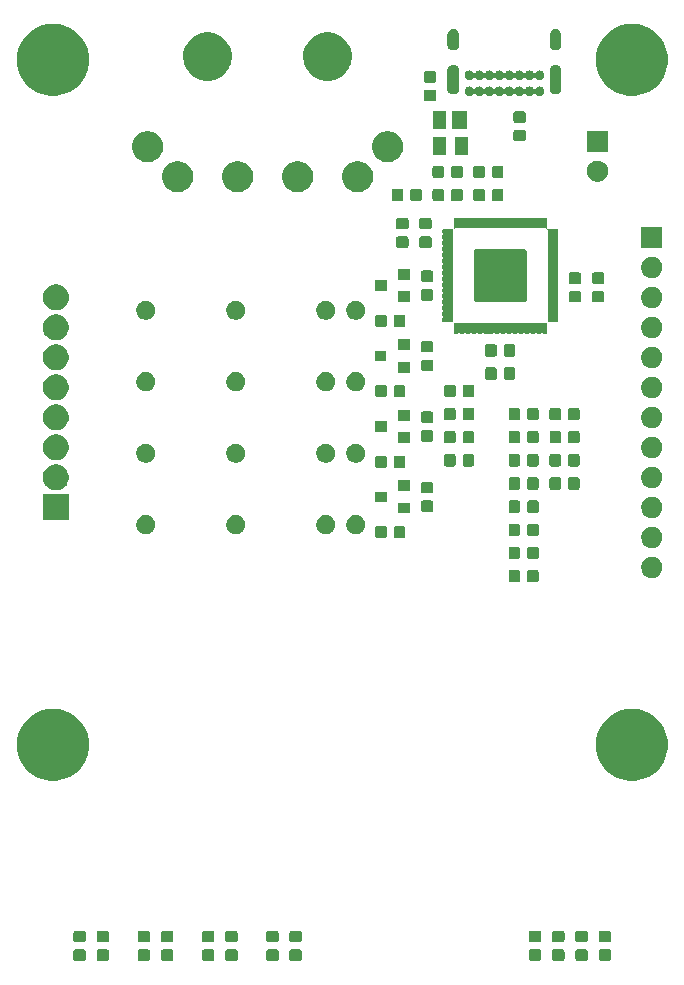
<source format=gbr>
G04 #@! TF.GenerationSoftware,KiCad,Pcbnew,5.1.5*
G04 #@! TF.CreationDate,2020-01-03T23:49:01-05:00*
G04 #@! TF.ProjectId,cluster-controller-module,636c7573-7465-4722-9d63-6f6e74726f6c,v02*
G04 #@! TF.SameCoordinates,Original*
G04 #@! TF.FileFunction,Soldermask,Top*
G04 #@! TF.FilePolarity,Negative*
%FSLAX46Y46*%
G04 Gerber Fmt 4.6, Leading zero omitted, Abs format (unit mm)*
G04 Created by KiCad (PCBNEW 5.1.5) date 2020-01-03 23:49:01*
%MOMM*%
%LPD*%
G04 APERTURE LIST*
%ADD10C,0.100000*%
G04 APERTURE END LIST*
D10*
G36*
X134429468Y-138823283D02*
G01*
X134463433Y-138833586D01*
X134494734Y-138850317D01*
X134522168Y-138872832D01*
X134544683Y-138900266D01*
X134561414Y-138931567D01*
X134571717Y-138965532D01*
X134575800Y-139006990D01*
X134575800Y-139608010D01*
X134571717Y-139649468D01*
X134561414Y-139683433D01*
X134544683Y-139714734D01*
X134522168Y-139742168D01*
X134494734Y-139764683D01*
X134463433Y-139781414D01*
X134429468Y-139791717D01*
X134388010Y-139795800D01*
X133711990Y-139795800D01*
X133670532Y-139791717D01*
X133636567Y-139781414D01*
X133605266Y-139764683D01*
X133577832Y-139742168D01*
X133555317Y-139714734D01*
X133538586Y-139683433D01*
X133528283Y-139649468D01*
X133524200Y-139608010D01*
X133524200Y-139006990D01*
X133528283Y-138965532D01*
X133538586Y-138931567D01*
X133555317Y-138900266D01*
X133577832Y-138872832D01*
X133605266Y-138850317D01*
X133636567Y-138833586D01*
X133670532Y-138823283D01*
X133711990Y-138819200D01*
X134388010Y-138819200D01*
X134429468Y-138823283D01*
G37*
G36*
X132459468Y-138823283D02*
G01*
X132493433Y-138833586D01*
X132524734Y-138850317D01*
X132552168Y-138872832D01*
X132574683Y-138900266D01*
X132591414Y-138931567D01*
X132601717Y-138965532D01*
X132605800Y-139006990D01*
X132605800Y-139608010D01*
X132601717Y-139649468D01*
X132591414Y-139683433D01*
X132574683Y-139714734D01*
X132552168Y-139742168D01*
X132524734Y-139764683D01*
X132493433Y-139781414D01*
X132459468Y-139791717D01*
X132418010Y-139795800D01*
X131741990Y-139795800D01*
X131700532Y-139791717D01*
X131666567Y-139781414D01*
X131635266Y-139764683D01*
X131607832Y-139742168D01*
X131585317Y-139714734D01*
X131568586Y-139683433D01*
X131558283Y-139649468D01*
X131554200Y-139608010D01*
X131554200Y-139006990D01*
X131558283Y-138965532D01*
X131568586Y-138931567D01*
X131585317Y-138900266D01*
X131607832Y-138872832D01*
X131635266Y-138850317D01*
X131666567Y-138833586D01*
X131700532Y-138823283D01*
X131741990Y-138819200D01*
X132418010Y-138819200D01*
X132459468Y-138823283D01*
G37*
G36*
X116139468Y-138823283D02*
G01*
X116173433Y-138833586D01*
X116204734Y-138850317D01*
X116232168Y-138872832D01*
X116254683Y-138900266D01*
X116271414Y-138931567D01*
X116281717Y-138965532D01*
X116285800Y-139006990D01*
X116285800Y-139608010D01*
X116281717Y-139649468D01*
X116271414Y-139683433D01*
X116254683Y-139714734D01*
X116232168Y-139742168D01*
X116204734Y-139764683D01*
X116173433Y-139781414D01*
X116139468Y-139791717D01*
X116098010Y-139795800D01*
X115421990Y-139795800D01*
X115380532Y-139791717D01*
X115346567Y-139781414D01*
X115315266Y-139764683D01*
X115287832Y-139742168D01*
X115265317Y-139714734D01*
X115248586Y-139683433D01*
X115238283Y-139649468D01*
X115234200Y-139608010D01*
X115234200Y-139006990D01*
X115238283Y-138965532D01*
X115248586Y-138931567D01*
X115265317Y-138900266D01*
X115287832Y-138872832D01*
X115315266Y-138850317D01*
X115346567Y-138833586D01*
X115380532Y-138823283D01*
X115421990Y-138819200D01*
X116098010Y-138819200D01*
X116139468Y-138823283D01*
G37*
G36*
X118109468Y-138823283D02*
G01*
X118143433Y-138833586D01*
X118174734Y-138850317D01*
X118202168Y-138872832D01*
X118224683Y-138900266D01*
X118241414Y-138931567D01*
X118251717Y-138965532D01*
X118255800Y-139006990D01*
X118255800Y-139608010D01*
X118251717Y-139649468D01*
X118241414Y-139683433D01*
X118224683Y-139714734D01*
X118202168Y-139742168D01*
X118174734Y-139764683D01*
X118143433Y-139781414D01*
X118109468Y-139791717D01*
X118068010Y-139795800D01*
X117391990Y-139795800D01*
X117350532Y-139791717D01*
X117316567Y-139781414D01*
X117285266Y-139764683D01*
X117257832Y-139742168D01*
X117235317Y-139714734D01*
X117218586Y-139683433D01*
X117208283Y-139649468D01*
X117204200Y-139608010D01*
X117204200Y-139006990D01*
X117208283Y-138965532D01*
X117218586Y-138931567D01*
X117235317Y-138900266D01*
X117257832Y-138872832D01*
X117285266Y-138850317D01*
X117316567Y-138833586D01*
X117350532Y-138823283D01*
X117391990Y-138819200D01*
X118068010Y-138819200D01*
X118109468Y-138823283D01*
G37*
G36*
X121579468Y-138823283D02*
G01*
X121613433Y-138833586D01*
X121644734Y-138850317D01*
X121672168Y-138872832D01*
X121694683Y-138900266D01*
X121711414Y-138931567D01*
X121721717Y-138965532D01*
X121725800Y-139006990D01*
X121725800Y-139608010D01*
X121721717Y-139649468D01*
X121711414Y-139683433D01*
X121694683Y-139714734D01*
X121672168Y-139742168D01*
X121644734Y-139764683D01*
X121613433Y-139781414D01*
X121579468Y-139791717D01*
X121538010Y-139795800D01*
X120861990Y-139795800D01*
X120820532Y-139791717D01*
X120786567Y-139781414D01*
X120755266Y-139764683D01*
X120727832Y-139742168D01*
X120705317Y-139714734D01*
X120688586Y-139683433D01*
X120678283Y-139649468D01*
X120674200Y-139608010D01*
X120674200Y-139006990D01*
X120678283Y-138965532D01*
X120688586Y-138931567D01*
X120705317Y-138900266D01*
X120727832Y-138872832D01*
X120755266Y-138850317D01*
X120786567Y-138833586D01*
X120820532Y-138823283D01*
X120861990Y-138819200D01*
X121538010Y-138819200D01*
X121579468Y-138823283D01*
G37*
G36*
X127019468Y-138823283D02*
G01*
X127053433Y-138833586D01*
X127084734Y-138850317D01*
X127112168Y-138872832D01*
X127134683Y-138900266D01*
X127151414Y-138931567D01*
X127161717Y-138965532D01*
X127165800Y-139006990D01*
X127165800Y-139608010D01*
X127161717Y-139649468D01*
X127151414Y-139683433D01*
X127134683Y-139714734D01*
X127112168Y-139742168D01*
X127084734Y-139764683D01*
X127053433Y-139781414D01*
X127019468Y-139791717D01*
X126978010Y-139795800D01*
X126301990Y-139795800D01*
X126260532Y-139791717D01*
X126226567Y-139781414D01*
X126195266Y-139764683D01*
X126167832Y-139742168D01*
X126145317Y-139714734D01*
X126128586Y-139683433D01*
X126118283Y-139649468D01*
X126114200Y-139608010D01*
X126114200Y-139006990D01*
X126118283Y-138965532D01*
X126128586Y-138931567D01*
X126145317Y-138900266D01*
X126167832Y-138872832D01*
X126195266Y-138850317D01*
X126226567Y-138833586D01*
X126260532Y-138823283D01*
X126301990Y-138819200D01*
X126978010Y-138819200D01*
X127019468Y-138823283D01*
G37*
G36*
X128989468Y-138823283D02*
G01*
X129023433Y-138833586D01*
X129054734Y-138850317D01*
X129082168Y-138872832D01*
X129104683Y-138900266D01*
X129121414Y-138931567D01*
X129131717Y-138965532D01*
X129135800Y-139006990D01*
X129135800Y-139608010D01*
X129131717Y-139649468D01*
X129121414Y-139683433D01*
X129104683Y-139714734D01*
X129082168Y-139742168D01*
X129054734Y-139764683D01*
X129023433Y-139781414D01*
X128989468Y-139791717D01*
X128948010Y-139795800D01*
X128271990Y-139795800D01*
X128230532Y-139791717D01*
X128196567Y-139781414D01*
X128165266Y-139764683D01*
X128137832Y-139742168D01*
X128115317Y-139714734D01*
X128098586Y-139683433D01*
X128088283Y-139649468D01*
X128084200Y-139608010D01*
X128084200Y-139006990D01*
X128088283Y-138965532D01*
X128098586Y-138931567D01*
X128115317Y-138900266D01*
X128137832Y-138872832D01*
X128165266Y-138850317D01*
X128196567Y-138833586D01*
X128230532Y-138823283D01*
X128271990Y-138819200D01*
X128948010Y-138819200D01*
X128989468Y-138823283D01*
G37*
G36*
X123549468Y-138823283D02*
G01*
X123583433Y-138833586D01*
X123614734Y-138850317D01*
X123642168Y-138872832D01*
X123664683Y-138900266D01*
X123681414Y-138931567D01*
X123691717Y-138965532D01*
X123695800Y-139006990D01*
X123695800Y-139608010D01*
X123691717Y-139649468D01*
X123681414Y-139683433D01*
X123664683Y-139714734D01*
X123642168Y-139742168D01*
X123614734Y-139764683D01*
X123583433Y-139781414D01*
X123549468Y-139791717D01*
X123508010Y-139795800D01*
X122831990Y-139795800D01*
X122790532Y-139791717D01*
X122756567Y-139781414D01*
X122725266Y-139764683D01*
X122697832Y-139742168D01*
X122675317Y-139714734D01*
X122658586Y-139683433D01*
X122648283Y-139649468D01*
X122644200Y-139608010D01*
X122644200Y-139006990D01*
X122648283Y-138965532D01*
X122658586Y-138931567D01*
X122675317Y-138900266D01*
X122697832Y-138872832D01*
X122725266Y-138850317D01*
X122756567Y-138833586D01*
X122790532Y-138823283D01*
X122831990Y-138819200D01*
X123508010Y-138819200D01*
X123549468Y-138823283D01*
G37*
G36*
X154699468Y-138813283D02*
G01*
X154733433Y-138823586D01*
X154764734Y-138840317D01*
X154792168Y-138862832D01*
X154814683Y-138890266D01*
X154831414Y-138921567D01*
X154841717Y-138955532D01*
X154845800Y-138996990D01*
X154845800Y-139598010D01*
X154841717Y-139639468D01*
X154831414Y-139673433D01*
X154814683Y-139704734D01*
X154792168Y-139732168D01*
X154764734Y-139754683D01*
X154733433Y-139771414D01*
X154699468Y-139781717D01*
X154658010Y-139785800D01*
X153981990Y-139785800D01*
X153940532Y-139781717D01*
X153906567Y-139771414D01*
X153875266Y-139754683D01*
X153847832Y-139732168D01*
X153825317Y-139704734D01*
X153808586Y-139673433D01*
X153798283Y-139639468D01*
X153794200Y-139598010D01*
X153794200Y-138996990D01*
X153798283Y-138955532D01*
X153808586Y-138921567D01*
X153825317Y-138890266D01*
X153847832Y-138862832D01*
X153875266Y-138840317D01*
X153906567Y-138823586D01*
X153940532Y-138813283D01*
X153981990Y-138809200D01*
X154658010Y-138809200D01*
X154699468Y-138813283D01*
G37*
G36*
X160609468Y-138813283D02*
G01*
X160643433Y-138823586D01*
X160674734Y-138840317D01*
X160702168Y-138862832D01*
X160724683Y-138890266D01*
X160741414Y-138921567D01*
X160751717Y-138955532D01*
X160755800Y-138996990D01*
X160755800Y-139598010D01*
X160751717Y-139639468D01*
X160741414Y-139673433D01*
X160724683Y-139704734D01*
X160702168Y-139732168D01*
X160674734Y-139754683D01*
X160643433Y-139771414D01*
X160609468Y-139781717D01*
X160568010Y-139785800D01*
X159891990Y-139785800D01*
X159850532Y-139781717D01*
X159816567Y-139771414D01*
X159785266Y-139754683D01*
X159757832Y-139732168D01*
X159735317Y-139704734D01*
X159718586Y-139673433D01*
X159708283Y-139639468D01*
X159704200Y-139598010D01*
X159704200Y-138996990D01*
X159708283Y-138955532D01*
X159718586Y-138921567D01*
X159735317Y-138890266D01*
X159757832Y-138862832D01*
X159785266Y-138840317D01*
X159816567Y-138823586D01*
X159850532Y-138813283D01*
X159891990Y-138809200D01*
X160568010Y-138809200D01*
X160609468Y-138813283D01*
G37*
G36*
X158639468Y-138813283D02*
G01*
X158673433Y-138823586D01*
X158704734Y-138840317D01*
X158732168Y-138862832D01*
X158754683Y-138890266D01*
X158771414Y-138921567D01*
X158781717Y-138955532D01*
X158785800Y-138996990D01*
X158785800Y-139598010D01*
X158781717Y-139639468D01*
X158771414Y-139673433D01*
X158754683Y-139704734D01*
X158732168Y-139732168D01*
X158704734Y-139754683D01*
X158673433Y-139771414D01*
X158639468Y-139781717D01*
X158598010Y-139785800D01*
X157921990Y-139785800D01*
X157880532Y-139781717D01*
X157846567Y-139771414D01*
X157815266Y-139754683D01*
X157787832Y-139732168D01*
X157765317Y-139704734D01*
X157748586Y-139673433D01*
X157738283Y-139639468D01*
X157734200Y-139598010D01*
X157734200Y-138996990D01*
X157738283Y-138955532D01*
X157748586Y-138921567D01*
X157765317Y-138890266D01*
X157787832Y-138862832D01*
X157815266Y-138840317D01*
X157846567Y-138823586D01*
X157880532Y-138813283D01*
X157921990Y-138809200D01*
X158598010Y-138809200D01*
X158639468Y-138813283D01*
G37*
G36*
X156669468Y-138813283D02*
G01*
X156703433Y-138823586D01*
X156734734Y-138840317D01*
X156762168Y-138862832D01*
X156784683Y-138890266D01*
X156801414Y-138921567D01*
X156811717Y-138955532D01*
X156815800Y-138996990D01*
X156815800Y-139598010D01*
X156811717Y-139639468D01*
X156801414Y-139673433D01*
X156784683Y-139704734D01*
X156762168Y-139732168D01*
X156734734Y-139754683D01*
X156703433Y-139771414D01*
X156669468Y-139781717D01*
X156628010Y-139785800D01*
X155951990Y-139785800D01*
X155910532Y-139781717D01*
X155876567Y-139771414D01*
X155845266Y-139754683D01*
X155817832Y-139732168D01*
X155795317Y-139704734D01*
X155778586Y-139673433D01*
X155768283Y-139639468D01*
X155764200Y-139598010D01*
X155764200Y-138996990D01*
X155768283Y-138955532D01*
X155778586Y-138921567D01*
X155795317Y-138890266D01*
X155817832Y-138862832D01*
X155845266Y-138840317D01*
X155876567Y-138823586D01*
X155910532Y-138813283D01*
X155951990Y-138809200D01*
X156628010Y-138809200D01*
X156669468Y-138813283D01*
G37*
G36*
X123549468Y-137248283D02*
G01*
X123583433Y-137258586D01*
X123614734Y-137275317D01*
X123642168Y-137297832D01*
X123664683Y-137325266D01*
X123681414Y-137356567D01*
X123691717Y-137390532D01*
X123695800Y-137431990D01*
X123695800Y-138033010D01*
X123691717Y-138074468D01*
X123681414Y-138108433D01*
X123664683Y-138139734D01*
X123642168Y-138167168D01*
X123614734Y-138189683D01*
X123583433Y-138206414D01*
X123549468Y-138216717D01*
X123508010Y-138220800D01*
X122831990Y-138220800D01*
X122790532Y-138216717D01*
X122756567Y-138206414D01*
X122725266Y-138189683D01*
X122697832Y-138167168D01*
X122675317Y-138139734D01*
X122658586Y-138108433D01*
X122648283Y-138074468D01*
X122644200Y-138033010D01*
X122644200Y-137431990D01*
X122648283Y-137390532D01*
X122658586Y-137356567D01*
X122675317Y-137325266D01*
X122697832Y-137297832D01*
X122725266Y-137275317D01*
X122756567Y-137258586D01*
X122790532Y-137248283D01*
X122831990Y-137244200D01*
X123508010Y-137244200D01*
X123549468Y-137248283D01*
G37*
G36*
X132459468Y-137248283D02*
G01*
X132493433Y-137258586D01*
X132524734Y-137275317D01*
X132552168Y-137297832D01*
X132574683Y-137325266D01*
X132591414Y-137356567D01*
X132601717Y-137390532D01*
X132605800Y-137431990D01*
X132605800Y-138033010D01*
X132601717Y-138074468D01*
X132591414Y-138108433D01*
X132574683Y-138139734D01*
X132552168Y-138167168D01*
X132524734Y-138189683D01*
X132493433Y-138206414D01*
X132459468Y-138216717D01*
X132418010Y-138220800D01*
X131741990Y-138220800D01*
X131700532Y-138216717D01*
X131666567Y-138206414D01*
X131635266Y-138189683D01*
X131607832Y-138167168D01*
X131585317Y-138139734D01*
X131568586Y-138108433D01*
X131558283Y-138074468D01*
X131554200Y-138033010D01*
X131554200Y-137431990D01*
X131558283Y-137390532D01*
X131568586Y-137356567D01*
X131585317Y-137325266D01*
X131607832Y-137297832D01*
X131635266Y-137275317D01*
X131666567Y-137258586D01*
X131700532Y-137248283D01*
X131741990Y-137244200D01*
X132418010Y-137244200D01*
X132459468Y-137248283D01*
G37*
G36*
X116139468Y-137248283D02*
G01*
X116173433Y-137258586D01*
X116204734Y-137275317D01*
X116232168Y-137297832D01*
X116254683Y-137325266D01*
X116271414Y-137356567D01*
X116281717Y-137390532D01*
X116285800Y-137431990D01*
X116285800Y-138033010D01*
X116281717Y-138074468D01*
X116271414Y-138108433D01*
X116254683Y-138139734D01*
X116232168Y-138167168D01*
X116204734Y-138189683D01*
X116173433Y-138206414D01*
X116139468Y-138216717D01*
X116098010Y-138220800D01*
X115421990Y-138220800D01*
X115380532Y-138216717D01*
X115346567Y-138206414D01*
X115315266Y-138189683D01*
X115287832Y-138167168D01*
X115265317Y-138139734D01*
X115248586Y-138108433D01*
X115238283Y-138074468D01*
X115234200Y-138033010D01*
X115234200Y-137431990D01*
X115238283Y-137390532D01*
X115248586Y-137356567D01*
X115265317Y-137325266D01*
X115287832Y-137297832D01*
X115315266Y-137275317D01*
X115346567Y-137258586D01*
X115380532Y-137248283D01*
X115421990Y-137244200D01*
X116098010Y-137244200D01*
X116139468Y-137248283D01*
G37*
G36*
X118109468Y-137248283D02*
G01*
X118143433Y-137258586D01*
X118174734Y-137275317D01*
X118202168Y-137297832D01*
X118224683Y-137325266D01*
X118241414Y-137356567D01*
X118251717Y-137390532D01*
X118255800Y-137431990D01*
X118255800Y-138033010D01*
X118251717Y-138074468D01*
X118241414Y-138108433D01*
X118224683Y-138139734D01*
X118202168Y-138167168D01*
X118174734Y-138189683D01*
X118143433Y-138206414D01*
X118109468Y-138216717D01*
X118068010Y-138220800D01*
X117391990Y-138220800D01*
X117350532Y-138216717D01*
X117316567Y-138206414D01*
X117285266Y-138189683D01*
X117257832Y-138167168D01*
X117235317Y-138139734D01*
X117218586Y-138108433D01*
X117208283Y-138074468D01*
X117204200Y-138033010D01*
X117204200Y-137431990D01*
X117208283Y-137390532D01*
X117218586Y-137356567D01*
X117235317Y-137325266D01*
X117257832Y-137297832D01*
X117285266Y-137275317D01*
X117316567Y-137258586D01*
X117350532Y-137248283D01*
X117391990Y-137244200D01*
X118068010Y-137244200D01*
X118109468Y-137248283D01*
G37*
G36*
X127019468Y-137248283D02*
G01*
X127053433Y-137258586D01*
X127084734Y-137275317D01*
X127112168Y-137297832D01*
X127134683Y-137325266D01*
X127151414Y-137356567D01*
X127161717Y-137390532D01*
X127165800Y-137431990D01*
X127165800Y-138033010D01*
X127161717Y-138074468D01*
X127151414Y-138108433D01*
X127134683Y-138139734D01*
X127112168Y-138167168D01*
X127084734Y-138189683D01*
X127053433Y-138206414D01*
X127019468Y-138216717D01*
X126978010Y-138220800D01*
X126301990Y-138220800D01*
X126260532Y-138216717D01*
X126226567Y-138206414D01*
X126195266Y-138189683D01*
X126167832Y-138167168D01*
X126145317Y-138139734D01*
X126128586Y-138108433D01*
X126118283Y-138074468D01*
X126114200Y-138033010D01*
X126114200Y-137431990D01*
X126118283Y-137390532D01*
X126128586Y-137356567D01*
X126145317Y-137325266D01*
X126167832Y-137297832D01*
X126195266Y-137275317D01*
X126226567Y-137258586D01*
X126260532Y-137248283D01*
X126301990Y-137244200D01*
X126978010Y-137244200D01*
X127019468Y-137248283D01*
G37*
G36*
X128989468Y-137248283D02*
G01*
X129023433Y-137258586D01*
X129054734Y-137275317D01*
X129082168Y-137297832D01*
X129104683Y-137325266D01*
X129121414Y-137356567D01*
X129131717Y-137390532D01*
X129135800Y-137431990D01*
X129135800Y-138033010D01*
X129131717Y-138074468D01*
X129121414Y-138108433D01*
X129104683Y-138139734D01*
X129082168Y-138167168D01*
X129054734Y-138189683D01*
X129023433Y-138206414D01*
X128989468Y-138216717D01*
X128948010Y-138220800D01*
X128271990Y-138220800D01*
X128230532Y-138216717D01*
X128196567Y-138206414D01*
X128165266Y-138189683D01*
X128137832Y-138167168D01*
X128115317Y-138139734D01*
X128098586Y-138108433D01*
X128088283Y-138074468D01*
X128084200Y-138033010D01*
X128084200Y-137431990D01*
X128088283Y-137390532D01*
X128098586Y-137356567D01*
X128115317Y-137325266D01*
X128137832Y-137297832D01*
X128165266Y-137275317D01*
X128196567Y-137258586D01*
X128230532Y-137248283D01*
X128271990Y-137244200D01*
X128948010Y-137244200D01*
X128989468Y-137248283D01*
G37*
G36*
X121579468Y-137248283D02*
G01*
X121613433Y-137258586D01*
X121644734Y-137275317D01*
X121672168Y-137297832D01*
X121694683Y-137325266D01*
X121711414Y-137356567D01*
X121721717Y-137390532D01*
X121725800Y-137431990D01*
X121725800Y-138033010D01*
X121721717Y-138074468D01*
X121711414Y-138108433D01*
X121694683Y-138139734D01*
X121672168Y-138167168D01*
X121644734Y-138189683D01*
X121613433Y-138206414D01*
X121579468Y-138216717D01*
X121538010Y-138220800D01*
X120861990Y-138220800D01*
X120820532Y-138216717D01*
X120786567Y-138206414D01*
X120755266Y-138189683D01*
X120727832Y-138167168D01*
X120705317Y-138139734D01*
X120688586Y-138108433D01*
X120678283Y-138074468D01*
X120674200Y-138033010D01*
X120674200Y-137431990D01*
X120678283Y-137390532D01*
X120688586Y-137356567D01*
X120705317Y-137325266D01*
X120727832Y-137297832D01*
X120755266Y-137275317D01*
X120786567Y-137258586D01*
X120820532Y-137248283D01*
X120861990Y-137244200D01*
X121538010Y-137244200D01*
X121579468Y-137248283D01*
G37*
G36*
X134429468Y-137248283D02*
G01*
X134463433Y-137258586D01*
X134494734Y-137275317D01*
X134522168Y-137297832D01*
X134544683Y-137325266D01*
X134561414Y-137356567D01*
X134571717Y-137390532D01*
X134575800Y-137431990D01*
X134575800Y-138033010D01*
X134571717Y-138074468D01*
X134561414Y-138108433D01*
X134544683Y-138139734D01*
X134522168Y-138167168D01*
X134494734Y-138189683D01*
X134463433Y-138206414D01*
X134429468Y-138216717D01*
X134388010Y-138220800D01*
X133711990Y-138220800D01*
X133670532Y-138216717D01*
X133636567Y-138206414D01*
X133605266Y-138189683D01*
X133577832Y-138167168D01*
X133555317Y-138139734D01*
X133538586Y-138108433D01*
X133528283Y-138074468D01*
X133524200Y-138033010D01*
X133524200Y-137431990D01*
X133528283Y-137390532D01*
X133538586Y-137356567D01*
X133555317Y-137325266D01*
X133577832Y-137297832D01*
X133605266Y-137275317D01*
X133636567Y-137258586D01*
X133670532Y-137248283D01*
X133711990Y-137244200D01*
X134388010Y-137244200D01*
X134429468Y-137248283D01*
G37*
G36*
X154699468Y-137238283D02*
G01*
X154733433Y-137248586D01*
X154764734Y-137265317D01*
X154792168Y-137287832D01*
X154814683Y-137315266D01*
X154831414Y-137346567D01*
X154841717Y-137380532D01*
X154845800Y-137421990D01*
X154845800Y-138023010D01*
X154841717Y-138064468D01*
X154831414Y-138098433D01*
X154814683Y-138129734D01*
X154792168Y-138157168D01*
X154764734Y-138179683D01*
X154733433Y-138196414D01*
X154699468Y-138206717D01*
X154658010Y-138210800D01*
X153981990Y-138210800D01*
X153940532Y-138206717D01*
X153906567Y-138196414D01*
X153875266Y-138179683D01*
X153847832Y-138157168D01*
X153825317Y-138129734D01*
X153808586Y-138098433D01*
X153798283Y-138064468D01*
X153794200Y-138023010D01*
X153794200Y-137421990D01*
X153798283Y-137380532D01*
X153808586Y-137346567D01*
X153825317Y-137315266D01*
X153847832Y-137287832D01*
X153875266Y-137265317D01*
X153906567Y-137248586D01*
X153940532Y-137238283D01*
X153981990Y-137234200D01*
X154658010Y-137234200D01*
X154699468Y-137238283D01*
G37*
G36*
X158639468Y-137238283D02*
G01*
X158673433Y-137248586D01*
X158704734Y-137265317D01*
X158732168Y-137287832D01*
X158754683Y-137315266D01*
X158771414Y-137346567D01*
X158781717Y-137380532D01*
X158785800Y-137421990D01*
X158785800Y-138023010D01*
X158781717Y-138064468D01*
X158771414Y-138098433D01*
X158754683Y-138129734D01*
X158732168Y-138157168D01*
X158704734Y-138179683D01*
X158673433Y-138196414D01*
X158639468Y-138206717D01*
X158598010Y-138210800D01*
X157921990Y-138210800D01*
X157880532Y-138206717D01*
X157846567Y-138196414D01*
X157815266Y-138179683D01*
X157787832Y-138157168D01*
X157765317Y-138129734D01*
X157748586Y-138098433D01*
X157738283Y-138064468D01*
X157734200Y-138023010D01*
X157734200Y-137421990D01*
X157738283Y-137380532D01*
X157748586Y-137346567D01*
X157765317Y-137315266D01*
X157787832Y-137287832D01*
X157815266Y-137265317D01*
X157846567Y-137248586D01*
X157880532Y-137238283D01*
X157921990Y-137234200D01*
X158598010Y-137234200D01*
X158639468Y-137238283D01*
G37*
G36*
X160609468Y-137238283D02*
G01*
X160643433Y-137248586D01*
X160674734Y-137265317D01*
X160702168Y-137287832D01*
X160724683Y-137315266D01*
X160741414Y-137346567D01*
X160751717Y-137380532D01*
X160755800Y-137421990D01*
X160755800Y-138023010D01*
X160751717Y-138064468D01*
X160741414Y-138098433D01*
X160724683Y-138129734D01*
X160702168Y-138157168D01*
X160674734Y-138179683D01*
X160643433Y-138196414D01*
X160609468Y-138206717D01*
X160568010Y-138210800D01*
X159891990Y-138210800D01*
X159850532Y-138206717D01*
X159816567Y-138196414D01*
X159785266Y-138179683D01*
X159757832Y-138157168D01*
X159735317Y-138129734D01*
X159718586Y-138098433D01*
X159708283Y-138064468D01*
X159704200Y-138023010D01*
X159704200Y-137421990D01*
X159708283Y-137380532D01*
X159718586Y-137346567D01*
X159735317Y-137315266D01*
X159757832Y-137287832D01*
X159785266Y-137265317D01*
X159816567Y-137248586D01*
X159850532Y-137238283D01*
X159891990Y-137234200D01*
X160568010Y-137234200D01*
X160609468Y-137238283D01*
G37*
G36*
X156669468Y-137238283D02*
G01*
X156703433Y-137248586D01*
X156734734Y-137265317D01*
X156762168Y-137287832D01*
X156784683Y-137315266D01*
X156801414Y-137346567D01*
X156811717Y-137380532D01*
X156815800Y-137421990D01*
X156815800Y-138023010D01*
X156811717Y-138064468D01*
X156801414Y-138098433D01*
X156784683Y-138129734D01*
X156762168Y-138157168D01*
X156734734Y-138179683D01*
X156703433Y-138196414D01*
X156669468Y-138206717D01*
X156628010Y-138210800D01*
X155951990Y-138210800D01*
X155910532Y-138206717D01*
X155876567Y-138196414D01*
X155845266Y-138179683D01*
X155817832Y-138157168D01*
X155795317Y-138129734D01*
X155778586Y-138098433D01*
X155768283Y-138064468D01*
X155764200Y-138023010D01*
X155764200Y-137421990D01*
X155768283Y-137380532D01*
X155778586Y-137346567D01*
X155795317Y-137315266D01*
X155817832Y-137287832D01*
X155845266Y-137265317D01*
X155876567Y-137248586D01*
X155910532Y-137238283D01*
X155951990Y-137234200D01*
X156628010Y-137234200D01*
X156669468Y-137238283D01*
G37*
G36*
X162996947Y-118488280D02*
G01*
X163389886Y-118566440D01*
X163945096Y-118796416D01*
X164444772Y-119130289D01*
X164869711Y-119555228D01*
X165203584Y-120054904D01*
X165433560Y-120610114D01*
X165550800Y-121199522D01*
X165550800Y-121800478D01*
X165433560Y-122389886D01*
X165203584Y-122945096D01*
X164869711Y-123444772D01*
X164444772Y-123869711D01*
X163945096Y-124203584D01*
X163389886Y-124433560D01*
X162996947Y-124511720D01*
X162800479Y-124550800D01*
X162199521Y-124550800D01*
X162003053Y-124511720D01*
X161610114Y-124433560D01*
X161054904Y-124203584D01*
X160555228Y-123869711D01*
X160130289Y-123444772D01*
X159796416Y-122945096D01*
X159566440Y-122389886D01*
X159449200Y-121800478D01*
X159449200Y-121199522D01*
X159566440Y-120610114D01*
X159796416Y-120054904D01*
X160130289Y-119555228D01*
X160555228Y-119130289D01*
X161054904Y-118796416D01*
X161610114Y-118566440D01*
X162003053Y-118488280D01*
X162199521Y-118449200D01*
X162800479Y-118449200D01*
X162996947Y-118488280D01*
G37*
G36*
X113996947Y-118488280D02*
G01*
X114389886Y-118566440D01*
X114945096Y-118796416D01*
X115444772Y-119130289D01*
X115869711Y-119555228D01*
X116203584Y-120054904D01*
X116433560Y-120610114D01*
X116550800Y-121199522D01*
X116550800Y-121800478D01*
X116433560Y-122389886D01*
X116203584Y-122945096D01*
X115869711Y-123444772D01*
X115444772Y-123869711D01*
X114945096Y-124203584D01*
X114389886Y-124433560D01*
X113996947Y-124511720D01*
X113800479Y-124550800D01*
X113199521Y-124550800D01*
X113003053Y-124511720D01*
X112610114Y-124433560D01*
X112054904Y-124203584D01*
X111555228Y-123869711D01*
X111130289Y-123444772D01*
X110796416Y-122945096D01*
X110566440Y-122389886D01*
X110449200Y-121800478D01*
X110449200Y-121199522D01*
X110566440Y-120610114D01*
X110796416Y-120054904D01*
X111130289Y-119555228D01*
X111555228Y-119130289D01*
X112054904Y-118796416D01*
X112610114Y-118566440D01*
X113003053Y-118488280D01*
X113199521Y-118449200D01*
X113800479Y-118449200D01*
X113996947Y-118488280D01*
G37*
G36*
X154476968Y-106688283D02*
G01*
X154510933Y-106698586D01*
X154542234Y-106715317D01*
X154569668Y-106737832D01*
X154592183Y-106765266D01*
X154608914Y-106796567D01*
X154619217Y-106830532D01*
X154623300Y-106871990D01*
X154623300Y-107548010D01*
X154619217Y-107589468D01*
X154608914Y-107623433D01*
X154592183Y-107654734D01*
X154569668Y-107682168D01*
X154542234Y-107704683D01*
X154510933Y-107721414D01*
X154476968Y-107731717D01*
X154435510Y-107735800D01*
X153834490Y-107735800D01*
X153793032Y-107731717D01*
X153759067Y-107721414D01*
X153727766Y-107704683D01*
X153700332Y-107682168D01*
X153677817Y-107654734D01*
X153661086Y-107623433D01*
X153650783Y-107589468D01*
X153646700Y-107548010D01*
X153646700Y-106871990D01*
X153650783Y-106830532D01*
X153661086Y-106796567D01*
X153677817Y-106765266D01*
X153700332Y-106737832D01*
X153727766Y-106715317D01*
X153759067Y-106698586D01*
X153793032Y-106688283D01*
X153834490Y-106684200D01*
X154435510Y-106684200D01*
X154476968Y-106688283D01*
G37*
G36*
X152901968Y-106688283D02*
G01*
X152935933Y-106698586D01*
X152967234Y-106715317D01*
X152994668Y-106737832D01*
X153017183Y-106765266D01*
X153033914Y-106796567D01*
X153044217Y-106830532D01*
X153048300Y-106871990D01*
X153048300Y-107548010D01*
X153044217Y-107589468D01*
X153033914Y-107623433D01*
X153017183Y-107654734D01*
X152994668Y-107682168D01*
X152967234Y-107704683D01*
X152935933Y-107721414D01*
X152901968Y-107731717D01*
X152860510Y-107735800D01*
X152259490Y-107735800D01*
X152218032Y-107731717D01*
X152184067Y-107721414D01*
X152152766Y-107704683D01*
X152125332Y-107682168D01*
X152102817Y-107654734D01*
X152086086Y-107623433D01*
X152075783Y-107589468D01*
X152071700Y-107548010D01*
X152071700Y-106871990D01*
X152075783Y-106830532D01*
X152086086Y-106796567D01*
X152102817Y-106765266D01*
X152125332Y-106737832D01*
X152152766Y-106715317D01*
X152184067Y-106698586D01*
X152218032Y-106688283D01*
X152259490Y-106684200D01*
X152860510Y-106684200D01*
X152901968Y-106688283D01*
G37*
G36*
X164346732Y-105585739D02*
G01*
X164462754Y-105608817D01*
X164626689Y-105676721D01*
X164774227Y-105775303D01*
X164899697Y-105900773D01*
X164998279Y-106048311D01*
X165066183Y-106212246D01*
X165100800Y-106386279D01*
X165100800Y-106563721D01*
X165066183Y-106737754D01*
X164998279Y-106901689D01*
X164899697Y-107049227D01*
X164774227Y-107174697D01*
X164626689Y-107273279D01*
X164462754Y-107341183D01*
X164346732Y-107364261D01*
X164288722Y-107375800D01*
X164111278Y-107375800D01*
X164053268Y-107364261D01*
X163937246Y-107341183D01*
X163773311Y-107273279D01*
X163625773Y-107174697D01*
X163500303Y-107049227D01*
X163401721Y-106901689D01*
X163333817Y-106737754D01*
X163299200Y-106563721D01*
X163299200Y-106386279D01*
X163333817Y-106212246D01*
X163401721Y-106048311D01*
X163500303Y-105900773D01*
X163625773Y-105775303D01*
X163773311Y-105676721D01*
X163937246Y-105608817D01*
X164053268Y-105585739D01*
X164111278Y-105574200D01*
X164288722Y-105574200D01*
X164346732Y-105585739D01*
G37*
G36*
X152904468Y-104728283D02*
G01*
X152938433Y-104738586D01*
X152969734Y-104755317D01*
X152997168Y-104777832D01*
X153019683Y-104805266D01*
X153036414Y-104836567D01*
X153046717Y-104870532D01*
X153050800Y-104911990D01*
X153050800Y-105588010D01*
X153046717Y-105629468D01*
X153036414Y-105663433D01*
X153019683Y-105694734D01*
X152997168Y-105722168D01*
X152969734Y-105744683D01*
X152938433Y-105761414D01*
X152904468Y-105771717D01*
X152863010Y-105775800D01*
X152261990Y-105775800D01*
X152220532Y-105771717D01*
X152186567Y-105761414D01*
X152155266Y-105744683D01*
X152127832Y-105722168D01*
X152105317Y-105694734D01*
X152088586Y-105663433D01*
X152078283Y-105629468D01*
X152074200Y-105588010D01*
X152074200Y-104911990D01*
X152078283Y-104870532D01*
X152088586Y-104836567D01*
X152105317Y-104805266D01*
X152127832Y-104777832D01*
X152155266Y-104755317D01*
X152186567Y-104738586D01*
X152220532Y-104728283D01*
X152261990Y-104724200D01*
X152863010Y-104724200D01*
X152904468Y-104728283D01*
G37*
G36*
X154479468Y-104728283D02*
G01*
X154513433Y-104738586D01*
X154544734Y-104755317D01*
X154572168Y-104777832D01*
X154594683Y-104805266D01*
X154611414Y-104836567D01*
X154621717Y-104870532D01*
X154625800Y-104911990D01*
X154625800Y-105588010D01*
X154621717Y-105629468D01*
X154611414Y-105663433D01*
X154594683Y-105694734D01*
X154572168Y-105722168D01*
X154544734Y-105744683D01*
X154513433Y-105761414D01*
X154479468Y-105771717D01*
X154438010Y-105775800D01*
X153836990Y-105775800D01*
X153795532Y-105771717D01*
X153761567Y-105761414D01*
X153730266Y-105744683D01*
X153702832Y-105722168D01*
X153680317Y-105694734D01*
X153663586Y-105663433D01*
X153653283Y-105629468D01*
X153649200Y-105588010D01*
X153649200Y-104911990D01*
X153653283Y-104870532D01*
X153663586Y-104836567D01*
X153680317Y-104805266D01*
X153702832Y-104777832D01*
X153730266Y-104755317D01*
X153761567Y-104738586D01*
X153795532Y-104728283D01*
X153836990Y-104724200D01*
X154438010Y-104724200D01*
X154479468Y-104728283D01*
G37*
G36*
X164344354Y-103045266D02*
G01*
X164462754Y-103068817D01*
X164626689Y-103136721D01*
X164774227Y-103235303D01*
X164899697Y-103360773D01*
X164998279Y-103508311D01*
X165066183Y-103672246D01*
X165100800Y-103846279D01*
X165100800Y-104023721D01*
X165066183Y-104197754D01*
X164998279Y-104361689D01*
X164899697Y-104509227D01*
X164774227Y-104634697D01*
X164626689Y-104733279D01*
X164462754Y-104801183D01*
X164346732Y-104824261D01*
X164288722Y-104835800D01*
X164111278Y-104835800D01*
X164053268Y-104824261D01*
X163937246Y-104801183D01*
X163773311Y-104733279D01*
X163625773Y-104634697D01*
X163500303Y-104509227D01*
X163401721Y-104361689D01*
X163333817Y-104197754D01*
X163299200Y-104023721D01*
X163299200Y-103846279D01*
X163333817Y-103672246D01*
X163401721Y-103508311D01*
X163500303Y-103360773D01*
X163625773Y-103235303D01*
X163773311Y-103136721D01*
X163937246Y-103068817D01*
X164055646Y-103045266D01*
X164111278Y-103034200D01*
X164288722Y-103034200D01*
X164344354Y-103045266D01*
G37*
G36*
X143199468Y-102968283D02*
G01*
X143233433Y-102978586D01*
X143264734Y-102995317D01*
X143292168Y-103017832D01*
X143314683Y-103045266D01*
X143331414Y-103076567D01*
X143341717Y-103110532D01*
X143345800Y-103151990D01*
X143345800Y-103828010D01*
X143341717Y-103869468D01*
X143331414Y-103903433D01*
X143314683Y-103934734D01*
X143292168Y-103962168D01*
X143264734Y-103984683D01*
X143233433Y-104001414D01*
X143199468Y-104011717D01*
X143158010Y-104015800D01*
X142556990Y-104015800D01*
X142515532Y-104011717D01*
X142481567Y-104001414D01*
X142450266Y-103984683D01*
X142422832Y-103962168D01*
X142400317Y-103934734D01*
X142383586Y-103903433D01*
X142373283Y-103869468D01*
X142369200Y-103828010D01*
X142369200Y-103151990D01*
X142373283Y-103110532D01*
X142383586Y-103076567D01*
X142400317Y-103045266D01*
X142422832Y-103017832D01*
X142450266Y-102995317D01*
X142481567Y-102978586D01*
X142515532Y-102968283D01*
X142556990Y-102964200D01*
X143158010Y-102964200D01*
X143199468Y-102968283D01*
G37*
G36*
X141624468Y-102968283D02*
G01*
X141658433Y-102978586D01*
X141689734Y-102995317D01*
X141717168Y-103017832D01*
X141739683Y-103045266D01*
X141756414Y-103076567D01*
X141766717Y-103110532D01*
X141770800Y-103151990D01*
X141770800Y-103828010D01*
X141766717Y-103869468D01*
X141756414Y-103903433D01*
X141739683Y-103934734D01*
X141717168Y-103962168D01*
X141689734Y-103984683D01*
X141658433Y-104001414D01*
X141624468Y-104011717D01*
X141583010Y-104015800D01*
X140981990Y-104015800D01*
X140940532Y-104011717D01*
X140906567Y-104001414D01*
X140875266Y-103984683D01*
X140847832Y-103962168D01*
X140825317Y-103934734D01*
X140808586Y-103903433D01*
X140798283Y-103869468D01*
X140794200Y-103828010D01*
X140794200Y-103151990D01*
X140798283Y-103110532D01*
X140808586Y-103076567D01*
X140825317Y-103045266D01*
X140847832Y-103017832D01*
X140875266Y-102995317D01*
X140906567Y-102978586D01*
X140940532Y-102968283D01*
X140981990Y-102964200D01*
X141583010Y-102964200D01*
X141624468Y-102968283D01*
G37*
G36*
X154479468Y-102768283D02*
G01*
X154513433Y-102778586D01*
X154544734Y-102795317D01*
X154572168Y-102817832D01*
X154594683Y-102845266D01*
X154611414Y-102876567D01*
X154621717Y-102910532D01*
X154625800Y-102951990D01*
X154625800Y-103628010D01*
X154621717Y-103669468D01*
X154611414Y-103703433D01*
X154594683Y-103734734D01*
X154572168Y-103762168D01*
X154544734Y-103784683D01*
X154513433Y-103801414D01*
X154479468Y-103811717D01*
X154438010Y-103815800D01*
X153836990Y-103815800D01*
X153795532Y-103811717D01*
X153761567Y-103801414D01*
X153730266Y-103784683D01*
X153702832Y-103762168D01*
X153680317Y-103734734D01*
X153663586Y-103703433D01*
X153653283Y-103669468D01*
X153649200Y-103628010D01*
X153649200Y-102951990D01*
X153653283Y-102910532D01*
X153663586Y-102876567D01*
X153680317Y-102845266D01*
X153702832Y-102817832D01*
X153730266Y-102795317D01*
X153761567Y-102778586D01*
X153795532Y-102768283D01*
X153836990Y-102764200D01*
X154438010Y-102764200D01*
X154479468Y-102768283D01*
G37*
G36*
X152904468Y-102768283D02*
G01*
X152938433Y-102778586D01*
X152969734Y-102795317D01*
X152997168Y-102817832D01*
X153019683Y-102845266D01*
X153036414Y-102876567D01*
X153046717Y-102910532D01*
X153050800Y-102951990D01*
X153050800Y-103628010D01*
X153046717Y-103669468D01*
X153036414Y-103703433D01*
X153019683Y-103734734D01*
X152997168Y-103762168D01*
X152969734Y-103784683D01*
X152938433Y-103801414D01*
X152904468Y-103811717D01*
X152863010Y-103815800D01*
X152261990Y-103815800D01*
X152220532Y-103811717D01*
X152186567Y-103801414D01*
X152155266Y-103784683D01*
X152127832Y-103762168D01*
X152105317Y-103734734D01*
X152088586Y-103703433D01*
X152078283Y-103669468D01*
X152074200Y-103628010D01*
X152074200Y-102951990D01*
X152078283Y-102910532D01*
X152088586Y-102876567D01*
X152105317Y-102845266D01*
X152127832Y-102817832D01*
X152155266Y-102795317D01*
X152186567Y-102778586D01*
X152220532Y-102768283D01*
X152261990Y-102764200D01*
X152863010Y-102764200D01*
X152904468Y-102768283D01*
G37*
G36*
X121607085Y-102073435D02*
G01*
X121755004Y-102134705D01*
X121755005Y-102134706D01*
X121888130Y-102223657D01*
X122001343Y-102336870D01*
X122001344Y-102336872D01*
X122090295Y-102469996D01*
X122151565Y-102617915D01*
X122182800Y-102774945D01*
X122182800Y-102935055D01*
X122151565Y-103092085D01*
X122090295Y-103240004D01*
X122090294Y-103240005D01*
X122001343Y-103373130D01*
X121888130Y-103486343D01*
X121855252Y-103508311D01*
X121755004Y-103575295D01*
X121607085Y-103636565D01*
X121450055Y-103667800D01*
X121289945Y-103667800D01*
X121132915Y-103636565D01*
X120984996Y-103575295D01*
X120884748Y-103508311D01*
X120851870Y-103486343D01*
X120738657Y-103373130D01*
X120649706Y-103240005D01*
X120649705Y-103240004D01*
X120588435Y-103092085D01*
X120557200Y-102935055D01*
X120557200Y-102774945D01*
X120588435Y-102617915D01*
X120649705Y-102469996D01*
X120738656Y-102336872D01*
X120738657Y-102336870D01*
X120851870Y-102223657D01*
X120984995Y-102134706D01*
X120984996Y-102134705D01*
X121132915Y-102073435D01*
X121289945Y-102042200D01*
X121450055Y-102042200D01*
X121607085Y-102073435D01*
G37*
G36*
X136847085Y-102073435D02*
G01*
X136995004Y-102134705D01*
X136995005Y-102134706D01*
X137128130Y-102223657D01*
X137241343Y-102336870D01*
X137241344Y-102336872D01*
X137330295Y-102469996D01*
X137391565Y-102617915D01*
X137422800Y-102774945D01*
X137422800Y-102935055D01*
X137391565Y-103092085D01*
X137330295Y-103240004D01*
X137330294Y-103240005D01*
X137241343Y-103373130D01*
X137128130Y-103486343D01*
X137095252Y-103508311D01*
X136995004Y-103575295D01*
X136847085Y-103636565D01*
X136690055Y-103667800D01*
X136529945Y-103667800D01*
X136372915Y-103636565D01*
X136224996Y-103575295D01*
X136124748Y-103508311D01*
X136091870Y-103486343D01*
X135978657Y-103373130D01*
X135889706Y-103240005D01*
X135889705Y-103240004D01*
X135828435Y-103092085D01*
X135797200Y-102935055D01*
X135797200Y-102774945D01*
X135828435Y-102617915D01*
X135889705Y-102469996D01*
X135978656Y-102336872D01*
X135978657Y-102336870D01*
X136091870Y-102223657D01*
X136224995Y-102134706D01*
X136224996Y-102134705D01*
X136372915Y-102073435D01*
X136529945Y-102042200D01*
X136690055Y-102042200D01*
X136847085Y-102073435D01*
G37*
G36*
X129227085Y-102073435D02*
G01*
X129375004Y-102134705D01*
X129375005Y-102134706D01*
X129508130Y-102223657D01*
X129621343Y-102336870D01*
X129621344Y-102336872D01*
X129710295Y-102469996D01*
X129771565Y-102617915D01*
X129802800Y-102774945D01*
X129802800Y-102935055D01*
X129771565Y-103092085D01*
X129710295Y-103240004D01*
X129710294Y-103240005D01*
X129621343Y-103373130D01*
X129508130Y-103486343D01*
X129475252Y-103508311D01*
X129375004Y-103575295D01*
X129227085Y-103636565D01*
X129070055Y-103667800D01*
X128909945Y-103667800D01*
X128752915Y-103636565D01*
X128604996Y-103575295D01*
X128504748Y-103508311D01*
X128471870Y-103486343D01*
X128358657Y-103373130D01*
X128269706Y-103240005D01*
X128269705Y-103240004D01*
X128208435Y-103092085D01*
X128177200Y-102935055D01*
X128177200Y-102774945D01*
X128208435Y-102617915D01*
X128269705Y-102469996D01*
X128358656Y-102336872D01*
X128358657Y-102336870D01*
X128471870Y-102223657D01*
X128604995Y-102134706D01*
X128604996Y-102134705D01*
X128752915Y-102073435D01*
X128909945Y-102042200D01*
X129070055Y-102042200D01*
X129227085Y-102073435D01*
G37*
G36*
X139387085Y-102073435D02*
G01*
X139535004Y-102134705D01*
X139535005Y-102134706D01*
X139668130Y-102223657D01*
X139781343Y-102336870D01*
X139781344Y-102336872D01*
X139870295Y-102469996D01*
X139931565Y-102617915D01*
X139962800Y-102774945D01*
X139962800Y-102935055D01*
X139931565Y-103092085D01*
X139870295Y-103240004D01*
X139870294Y-103240005D01*
X139781343Y-103373130D01*
X139668130Y-103486343D01*
X139635252Y-103508311D01*
X139535004Y-103575295D01*
X139387085Y-103636565D01*
X139230055Y-103667800D01*
X139069945Y-103667800D01*
X138912915Y-103636565D01*
X138764996Y-103575295D01*
X138664748Y-103508311D01*
X138631870Y-103486343D01*
X138518657Y-103373130D01*
X138429706Y-103240005D01*
X138429705Y-103240004D01*
X138368435Y-103092085D01*
X138337200Y-102935055D01*
X138337200Y-102774945D01*
X138368435Y-102617915D01*
X138429705Y-102469996D01*
X138518656Y-102336872D01*
X138518657Y-102336870D01*
X138631870Y-102223657D01*
X138764995Y-102134706D01*
X138764996Y-102134705D01*
X138912915Y-102073435D01*
X139069945Y-102042200D01*
X139230055Y-102042200D01*
X139387085Y-102073435D01*
G37*
G36*
X114850800Y-102490800D02*
G01*
X112649200Y-102490800D01*
X112649200Y-100289200D01*
X114850800Y-100289200D01*
X114850800Y-102490800D01*
G37*
G36*
X164346732Y-100505739D02*
G01*
X164462754Y-100528817D01*
X164626689Y-100596721D01*
X164774227Y-100695303D01*
X164899697Y-100820773D01*
X164998279Y-100968311D01*
X165066183Y-101132246D01*
X165100800Y-101306279D01*
X165100800Y-101483721D01*
X165066183Y-101657754D01*
X164998279Y-101821689D01*
X164899697Y-101969227D01*
X164774227Y-102094697D01*
X164626689Y-102193279D01*
X164462754Y-102261183D01*
X164346732Y-102284261D01*
X164288722Y-102295800D01*
X164111278Y-102295800D01*
X164053268Y-102284261D01*
X163937246Y-102261183D01*
X163773311Y-102193279D01*
X163625773Y-102094697D01*
X163500303Y-101969227D01*
X163401721Y-101821689D01*
X163333817Y-101657754D01*
X163299200Y-101483721D01*
X163299200Y-101306279D01*
X163333817Y-101132246D01*
X163401721Y-100968311D01*
X163500303Y-100820773D01*
X163625773Y-100695303D01*
X163773311Y-100596721D01*
X163937246Y-100528817D01*
X164053268Y-100505739D01*
X164111278Y-100494200D01*
X164288722Y-100494200D01*
X164346732Y-100505739D01*
G37*
G36*
X143750800Y-101910800D02*
G01*
X142749200Y-101910800D01*
X142749200Y-101009200D01*
X143750800Y-101009200D01*
X143750800Y-101910800D01*
G37*
G36*
X152904468Y-100808283D02*
G01*
X152938433Y-100818586D01*
X152969734Y-100835317D01*
X152997168Y-100857832D01*
X153019683Y-100885266D01*
X153036414Y-100916567D01*
X153046717Y-100950532D01*
X153050800Y-100991990D01*
X153050800Y-101668010D01*
X153046717Y-101709468D01*
X153036414Y-101743433D01*
X153019683Y-101774734D01*
X152997168Y-101802168D01*
X152969734Y-101824683D01*
X152938433Y-101841414D01*
X152904468Y-101851717D01*
X152863010Y-101855800D01*
X152261990Y-101855800D01*
X152220532Y-101851717D01*
X152186567Y-101841414D01*
X152155266Y-101824683D01*
X152127832Y-101802168D01*
X152105317Y-101774734D01*
X152088586Y-101743433D01*
X152078283Y-101709468D01*
X152074200Y-101668010D01*
X152074200Y-100991990D01*
X152078283Y-100950532D01*
X152088586Y-100916567D01*
X152105317Y-100885266D01*
X152127832Y-100857832D01*
X152155266Y-100835317D01*
X152186567Y-100818586D01*
X152220532Y-100808283D01*
X152261990Y-100804200D01*
X152863010Y-100804200D01*
X152904468Y-100808283D01*
G37*
G36*
X154479468Y-100808283D02*
G01*
X154513433Y-100818586D01*
X154544734Y-100835317D01*
X154572168Y-100857832D01*
X154594683Y-100885266D01*
X154611414Y-100916567D01*
X154621717Y-100950532D01*
X154625800Y-100991990D01*
X154625800Y-101668010D01*
X154621717Y-101709468D01*
X154611414Y-101743433D01*
X154594683Y-101774734D01*
X154572168Y-101802168D01*
X154544734Y-101824683D01*
X154513433Y-101841414D01*
X154479468Y-101851717D01*
X154438010Y-101855800D01*
X153836990Y-101855800D01*
X153795532Y-101851717D01*
X153761567Y-101841414D01*
X153730266Y-101824683D01*
X153702832Y-101802168D01*
X153680317Y-101774734D01*
X153663586Y-101743433D01*
X153653283Y-101709468D01*
X153649200Y-101668010D01*
X153649200Y-100991990D01*
X153653283Y-100950532D01*
X153663586Y-100916567D01*
X153680317Y-100885266D01*
X153702832Y-100857832D01*
X153730266Y-100835317D01*
X153761567Y-100818586D01*
X153795532Y-100808283D01*
X153836990Y-100804200D01*
X154438010Y-100804200D01*
X154479468Y-100808283D01*
G37*
G36*
X145559468Y-100813283D02*
G01*
X145593433Y-100823586D01*
X145624734Y-100840317D01*
X145652168Y-100862832D01*
X145674683Y-100890266D01*
X145691414Y-100921567D01*
X145701717Y-100955532D01*
X145705800Y-100996990D01*
X145705800Y-101598010D01*
X145701717Y-101639468D01*
X145691414Y-101673433D01*
X145674683Y-101704734D01*
X145652168Y-101732168D01*
X145624734Y-101754683D01*
X145593433Y-101771414D01*
X145559468Y-101781717D01*
X145518010Y-101785800D01*
X144841990Y-101785800D01*
X144800532Y-101781717D01*
X144766567Y-101771414D01*
X144735266Y-101754683D01*
X144707832Y-101732168D01*
X144685317Y-101704734D01*
X144668586Y-101673433D01*
X144658283Y-101639468D01*
X144654200Y-101598010D01*
X144654200Y-100996990D01*
X144658283Y-100955532D01*
X144668586Y-100921567D01*
X144685317Y-100890266D01*
X144707832Y-100862832D01*
X144735266Y-100840317D01*
X144766567Y-100823586D01*
X144800532Y-100813283D01*
X144841990Y-100809200D01*
X145518010Y-100809200D01*
X145559468Y-100813283D01*
G37*
G36*
X141750800Y-100960800D02*
G01*
X140749200Y-100960800D01*
X140749200Y-100059200D01*
X141750800Y-100059200D01*
X141750800Y-100960800D01*
G37*
G36*
X145559468Y-99238283D02*
G01*
X145593433Y-99248586D01*
X145624734Y-99265317D01*
X145652168Y-99287832D01*
X145674683Y-99315266D01*
X145691414Y-99346567D01*
X145701717Y-99380532D01*
X145705800Y-99421990D01*
X145705800Y-100023010D01*
X145701717Y-100064468D01*
X145691414Y-100098433D01*
X145674683Y-100129734D01*
X145652168Y-100157168D01*
X145624734Y-100179683D01*
X145593433Y-100196414D01*
X145559468Y-100206717D01*
X145518010Y-100210800D01*
X144841990Y-100210800D01*
X144800532Y-100206717D01*
X144766567Y-100196414D01*
X144735266Y-100179683D01*
X144707832Y-100157168D01*
X144685317Y-100129734D01*
X144668586Y-100098433D01*
X144658283Y-100064468D01*
X144654200Y-100023010D01*
X144654200Y-99421990D01*
X144658283Y-99380532D01*
X144668586Y-99346567D01*
X144685317Y-99315266D01*
X144707832Y-99287832D01*
X144735266Y-99265317D01*
X144766567Y-99248586D01*
X144800532Y-99238283D01*
X144841990Y-99234200D01*
X145518010Y-99234200D01*
X145559468Y-99238283D01*
G37*
G36*
X143750800Y-100010800D02*
G01*
X142749200Y-100010800D01*
X142749200Y-99109200D01*
X143750800Y-99109200D01*
X143750800Y-100010800D01*
G37*
G36*
X114000200Y-97777402D02*
G01*
X114071091Y-97791503D01*
X114154071Y-97825875D01*
X114271423Y-97874483D01*
X114357079Y-97931717D01*
X114451719Y-97994953D01*
X114605047Y-98148281D01*
X114605048Y-98148283D01*
X114725517Y-98328577D01*
X114808497Y-98528910D01*
X114850800Y-98741579D01*
X114850800Y-98958421D01*
X114808497Y-99171090D01*
X114725517Y-99371423D01*
X114665691Y-99460959D01*
X114605047Y-99551719D01*
X114451719Y-99705047D01*
X114391802Y-99745082D01*
X114271423Y-99825517D01*
X114176867Y-99864683D01*
X114071091Y-99908497D01*
X114000200Y-99922598D01*
X113858421Y-99950800D01*
X113641579Y-99950800D01*
X113499800Y-99922598D01*
X113428909Y-99908497D01*
X113323133Y-99864683D01*
X113228577Y-99825517D01*
X113108198Y-99745082D01*
X113048281Y-99705047D01*
X112894953Y-99551719D01*
X112834309Y-99460959D01*
X112774483Y-99371423D01*
X112691503Y-99171090D01*
X112649200Y-98958421D01*
X112649200Y-98741579D01*
X112691503Y-98528910D01*
X112774483Y-98328577D01*
X112894952Y-98148283D01*
X112894953Y-98148281D01*
X113048281Y-97994953D01*
X113142921Y-97931717D01*
X113228577Y-97874483D01*
X113345929Y-97825875D01*
X113428909Y-97791503D01*
X113499800Y-97777402D01*
X113641579Y-97749200D01*
X113858421Y-97749200D01*
X114000200Y-97777402D01*
G37*
G36*
X156364468Y-98848283D02*
G01*
X156398433Y-98858586D01*
X156429734Y-98875317D01*
X156457168Y-98897832D01*
X156479683Y-98925266D01*
X156496414Y-98956567D01*
X156506717Y-98990532D01*
X156510800Y-99031990D01*
X156510800Y-99708010D01*
X156506717Y-99749468D01*
X156496414Y-99783433D01*
X156479683Y-99814734D01*
X156457168Y-99842168D01*
X156429734Y-99864683D01*
X156398433Y-99881414D01*
X156364468Y-99891717D01*
X156323010Y-99895800D01*
X155721990Y-99895800D01*
X155680532Y-99891717D01*
X155646567Y-99881414D01*
X155615266Y-99864683D01*
X155587832Y-99842168D01*
X155565317Y-99814734D01*
X155548586Y-99783433D01*
X155538283Y-99749468D01*
X155534200Y-99708010D01*
X155534200Y-99031990D01*
X155538283Y-98990532D01*
X155548586Y-98956567D01*
X155565317Y-98925266D01*
X155587832Y-98897832D01*
X155615266Y-98875317D01*
X155646567Y-98858586D01*
X155680532Y-98848283D01*
X155721990Y-98844200D01*
X156323010Y-98844200D01*
X156364468Y-98848283D01*
G37*
G36*
X154479468Y-98848283D02*
G01*
X154513433Y-98858586D01*
X154544734Y-98875317D01*
X154572168Y-98897832D01*
X154594683Y-98925266D01*
X154611414Y-98956567D01*
X154621717Y-98990532D01*
X154625800Y-99031990D01*
X154625800Y-99708010D01*
X154621717Y-99749468D01*
X154611414Y-99783433D01*
X154594683Y-99814734D01*
X154572168Y-99842168D01*
X154544734Y-99864683D01*
X154513433Y-99881414D01*
X154479468Y-99891717D01*
X154438010Y-99895800D01*
X153836990Y-99895800D01*
X153795532Y-99891717D01*
X153761567Y-99881414D01*
X153730266Y-99864683D01*
X153702832Y-99842168D01*
X153680317Y-99814734D01*
X153663586Y-99783433D01*
X153653283Y-99749468D01*
X153649200Y-99708010D01*
X153649200Y-99031990D01*
X153653283Y-98990532D01*
X153663586Y-98956567D01*
X153680317Y-98925266D01*
X153702832Y-98897832D01*
X153730266Y-98875317D01*
X153761567Y-98858586D01*
X153795532Y-98848283D01*
X153836990Y-98844200D01*
X154438010Y-98844200D01*
X154479468Y-98848283D01*
G37*
G36*
X152904468Y-98848283D02*
G01*
X152938433Y-98858586D01*
X152969734Y-98875317D01*
X152997168Y-98897832D01*
X153019683Y-98925266D01*
X153036414Y-98956567D01*
X153046717Y-98990532D01*
X153050800Y-99031990D01*
X153050800Y-99708010D01*
X153046717Y-99749468D01*
X153036414Y-99783433D01*
X153019683Y-99814734D01*
X152997168Y-99842168D01*
X152969734Y-99864683D01*
X152938433Y-99881414D01*
X152904468Y-99891717D01*
X152863010Y-99895800D01*
X152261990Y-99895800D01*
X152220532Y-99891717D01*
X152186567Y-99881414D01*
X152155266Y-99864683D01*
X152127832Y-99842168D01*
X152105317Y-99814734D01*
X152088586Y-99783433D01*
X152078283Y-99749468D01*
X152074200Y-99708010D01*
X152074200Y-99031990D01*
X152078283Y-98990532D01*
X152088586Y-98956567D01*
X152105317Y-98925266D01*
X152127832Y-98897832D01*
X152155266Y-98875317D01*
X152186567Y-98858586D01*
X152220532Y-98848283D01*
X152261990Y-98844200D01*
X152863010Y-98844200D01*
X152904468Y-98848283D01*
G37*
G36*
X157939468Y-98848283D02*
G01*
X157973433Y-98858586D01*
X158004734Y-98875317D01*
X158032168Y-98897832D01*
X158054683Y-98925266D01*
X158071414Y-98956567D01*
X158081717Y-98990532D01*
X158085800Y-99031990D01*
X158085800Y-99708010D01*
X158081717Y-99749468D01*
X158071414Y-99783433D01*
X158054683Y-99814734D01*
X158032168Y-99842168D01*
X158004734Y-99864683D01*
X157973433Y-99881414D01*
X157939468Y-99891717D01*
X157898010Y-99895800D01*
X157296990Y-99895800D01*
X157255532Y-99891717D01*
X157221567Y-99881414D01*
X157190266Y-99864683D01*
X157162832Y-99842168D01*
X157140317Y-99814734D01*
X157123586Y-99783433D01*
X157113283Y-99749468D01*
X157109200Y-99708010D01*
X157109200Y-99031990D01*
X157113283Y-98990532D01*
X157123586Y-98956567D01*
X157140317Y-98925266D01*
X157162832Y-98897832D01*
X157190266Y-98875317D01*
X157221567Y-98858586D01*
X157255532Y-98848283D01*
X157296990Y-98844200D01*
X157898010Y-98844200D01*
X157939468Y-98848283D01*
G37*
G36*
X164346732Y-97965739D02*
G01*
X164462754Y-97988817D01*
X164626689Y-98056721D01*
X164774227Y-98155303D01*
X164899697Y-98280773D01*
X164998279Y-98428311D01*
X165066183Y-98592246D01*
X165066183Y-98592248D01*
X165100800Y-98766278D01*
X165100800Y-98943722D01*
X165097876Y-98958421D01*
X165066183Y-99117754D01*
X164998279Y-99281689D01*
X164899697Y-99429227D01*
X164774227Y-99554697D01*
X164626689Y-99653279D01*
X164462754Y-99721183D01*
X164346732Y-99744261D01*
X164288722Y-99755800D01*
X164111278Y-99755800D01*
X164053268Y-99744261D01*
X163937246Y-99721183D01*
X163773311Y-99653279D01*
X163625773Y-99554697D01*
X163500303Y-99429227D01*
X163401721Y-99281689D01*
X163333817Y-99117754D01*
X163302124Y-98958421D01*
X163299200Y-98943722D01*
X163299200Y-98766278D01*
X163333817Y-98592248D01*
X163333817Y-98592246D01*
X163401721Y-98428311D01*
X163500303Y-98280773D01*
X163625773Y-98155303D01*
X163773311Y-98056721D01*
X163937246Y-97988817D01*
X164053268Y-97965739D01*
X164111278Y-97954200D01*
X164288722Y-97954200D01*
X164346732Y-97965739D01*
G37*
G36*
X141614468Y-97008283D02*
G01*
X141648433Y-97018586D01*
X141679734Y-97035317D01*
X141707168Y-97057832D01*
X141729683Y-97085266D01*
X141746414Y-97116567D01*
X141756717Y-97150532D01*
X141760800Y-97191990D01*
X141760800Y-97868010D01*
X141756717Y-97909468D01*
X141746414Y-97943433D01*
X141729683Y-97974734D01*
X141707168Y-98002168D01*
X141679734Y-98024683D01*
X141648433Y-98041414D01*
X141614468Y-98051717D01*
X141573010Y-98055800D01*
X140971990Y-98055800D01*
X140930532Y-98051717D01*
X140896567Y-98041414D01*
X140865266Y-98024683D01*
X140837832Y-98002168D01*
X140815317Y-97974734D01*
X140798586Y-97943433D01*
X140788283Y-97909468D01*
X140784200Y-97868010D01*
X140784200Y-97191990D01*
X140788283Y-97150532D01*
X140798586Y-97116567D01*
X140815317Y-97085266D01*
X140837832Y-97057832D01*
X140865266Y-97035317D01*
X140896567Y-97018586D01*
X140930532Y-97008283D01*
X140971990Y-97004200D01*
X141573010Y-97004200D01*
X141614468Y-97008283D01*
G37*
G36*
X143189468Y-97008283D02*
G01*
X143223433Y-97018586D01*
X143254734Y-97035317D01*
X143282168Y-97057832D01*
X143304683Y-97085266D01*
X143321414Y-97116567D01*
X143331717Y-97150532D01*
X143335800Y-97191990D01*
X143335800Y-97868010D01*
X143331717Y-97909468D01*
X143321414Y-97943433D01*
X143304683Y-97974734D01*
X143282168Y-98002168D01*
X143254734Y-98024683D01*
X143223433Y-98041414D01*
X143189468Y-98051717D01*
X143148010Y-98055800D01*
X142546990Y-98055800D01*
X142505532Y-98051717D01*
X142471567Y-98041414D01*
X142440266Y-98024683D01*
X142412832Y-98002168D01*
X142390317Y-97974734D01*
X142373586Y-97943433D01*
X142363283Y-97909468D01*
X142359200Y-97868010D01*
X142359200Y-97191990D01*
X142363283Y-97150532D01*
X142373586Y-97116567D01*
X142390317Y-97085266D01*
X142412832Y-97057832D01*
X142440266Y-97035317D01*
X142471567Y-97018586D01*
X142505532Y-97008283D01*
X142546990Y-97004200D01*
X143148010Y-97004200D01*
X143189468Y-97008283D01*
G37*
G36*
X152904468Y-96888283D02*
G01*
X152938433Y-96898586D01*
X152969734Y-96915317D01*
X152997168Y-96937832D01*
X153019683Y-96965266D01*
X153036414Y-96996567D01*
X153046717Y-97030532D01*
X153050800Y-97071990D01*
X153050800Y-97748010D01*
X153046717Y-97789468D01*
X153036414Y-97823433D01*
X153019683Y-97854734D01*
X152997168Y-97882168D01*
X152969734Y-97904683D01*
X152938433Y-97921414D01*
X152904468Y-97931717D01*
X152863010Y-97935800D01*
X152261990Y-97935800D01*
X152220532Y-97931717D01*
X152186567Y-97921414D01*
X152155266Y-97904683D01*
X152127832Y-97882168D01*
X152105317Y-97854734D01*
X152088586Y-97823433D01*
X152078283Y-97789468D01*
X152074200Y-97748010D01*
X152074200Y-97071990D01*
X152078283Y-97030532D01*
X152088586Y-96996567D01*
X152105317Y-96965266D01*
X152127832Y-96937832D01*
X152155266Y-96915317D01*
X152186567Y-96898586D01*
X152220532Y-96888283D01*
X152261990Y-96884200D01*
X152863010Y-96884200D01*
X152904468Y-96888283D01*
G37*
G36*
X149019468Y-96888283D02*
G01*
X149053433Y-96898586D01*
X149084734Y-96915317D01*
X149112168Y-96937832D01*
X149134683Y-96965266D01*
X149151414Y-96996567D01*
X149161717Y-97030532D01*
X149165800Y-97071990D01*
X149165800Y-97748010D01*
X149161717Y-97789468D01*
X149151414Y-97823433D01*
X149134683Y-97854734D01*
X149112168Y-97882168D01*
X149084734Y-97904683D01*
X149053433Y-97921414D01*
X149019468Y-97931717D01*
X148978010Y-97935800D01*
X148376990Y-97935800D01*
X148335532Y-97931717D01*
X148301567Y-97921414D01*
X148270266Y-97904683D01*
X148242832Y-97882168D01*
X148220317Y-97854734D01*
X148203586Y-97823433D01*
X148193283Y-97789468D01*
X148189200Y-97748010D01*
X148189200Y-97071990D01*
X148193283Y-97030532D01*
X148203586Y-96996567D01*
X148220317Y-96965266D01*
X148242832Y-96937832D01*
X148270266Y-96915317D01*
X148301567Y-96898586D01*
X148335532Y-96888283D01*
X148376990Y-96884200D01*
X148978010Y-96884200D01*
X149019468Y-96888283D01*
G37*
G36*
X157939468Y-96888283D02*
G01*
X157973433Y-96898586D01*
X158004734Y-96915317D01*
X158032168Y-96937832D01*
X158054683Y-96965266D01*
X158071414Y-96996567D01*
X158081717Y-97030532D01*
X158085800Y-97071990D01*
X158085800Y-97748010D01*
X158081717Y-97789468D01*
X158071414Y-97823433D01*
X158054683Y-97854734D01*
X158032168Y-97882168D01*
X158004734Y-97904683D01*
X157973433Y-97921414D01*
X157939468Y-97931717D01*
X157898010Y-97935800D01*
X157296990Y-97935800D01*
X157255532Y-97931717D01*
X157221567Y-97921414D01*
X157190266Y-97904683D01*
X157162832Y-97882168D01*
X157140317Y-97854734D01*
X157123586Y-97823433D01*
X157113283Y-97789468D01*
X157109200Y-97748010D01*
X157109200Y-97071990D01*
X157113283Y-97030532D01*
X157123586Y-96996567D01*
X157140317Y-96965266D01*
X157162832Y-96937832D01*
X157190266Y-96915317D01*
X157221567Y-96898586D01*
X157255532Y-96888283D01*
X157296990Y-96884200D01*
X157898010Y-96884200D01*
X157939468Y-96888283D01*
G37*
G36*
X147444468Y-96888283D02*
G01*
X147478433Y-96898586D01*
X147509734Y-96915317D01*
X147537168Y-96937832D01*
X147559683Y-96965266D01*
X147576414Y-96996567D01*
X147586717Y-97030532D01*
X147590800Y-97071990D01*
X147590800Y-97748010D01*
X147586717Y-97789468D01*
X147576414Y-97823433D01*
X147559683Y-97854734D01*
X147537168Y-97882168D01*
X147509734Y-97904683D01*
X147478433Y-97921414D01*
X147444468Y-97931717D01*
X147403010Y-97935800D01*
X146801990Y-97935800D01*
X146760532Y-97931717D01*
X146726567Y-97921414D01*
X146695266Y-97904683D01*
X146667832Y-97882168D01*
X146645317Y-97854734D01*
X146628586Y-97823433D01*
X146618283Y-97789468D01*
X146614200Y-97748010D01*
X146614200Y-97071990D01*
X146618283Y-97030532D01*
X146628586Y-96996567D01*
X146645317Y-96965266D01*
X146667832Y-96937832D01*
X146695266Y-96915317D01*
X146726567Y-96898586D01*
X146760532Y-96888283D01*
X146801990Y-96884200D01*
X147403010Y-96884200D01*
X147444468Y-96888283D01*
G37*
G36*
X156364468Y-96888283D02*
G01*
X156398433Y-96898586D01*
X156429734Y-96915317D01*
X156457168Y-96937832D01*
X156479683Y-96965266D01*
X156496414Y-96996567D01*
X156506717Y-97030532D01*
X156510800Y-97071990D01*
X156510800Y-97748010D01*
X156506717Y-97789468D01*
X156496414Y-97823433D01*
X156479683Y-97854734D01*
X156457168Y-97882168D01*
X156429734Y-97904683D01*
X156398433Y-97921414D01*
X156364468Y-97931717D01*
X156323010Y-97935800D01*
X155721990Y-97935800D01*
X155680532Y-97931717D01*
X155646567Y-97921414D01*
X155615266Y-97904683D01*
X155587832Y-97882168D01*
X155565317Y-97854734D01*
X155548586Y-97823433D01*
X155538283Y-97789468D01*
X155534200Y-97748010D01*
X155534200Y-97071990D01*
X155538283Y-97030532D01*
X155548586Y-96996567D01*
X155565317Y-96965266D01*
X155587832Y-96937832D01*
X155615266Y-96915317D01*
X155646567Y-96898586D01*
X155680532Y-96888283D01*
X155721990Y-96884200D01*
X156323010Y-96884200D01*
X156364468Y-96888283D01*
G37*
G36*
X154479468Y-96888283D02*
G01*
X154513433Y-96898586D01*
X154544734Y-96915317D01*
X154572168Y-96937832D01*
X154594683Y-96965266D01*
X154611414Y-96996567D01*
X154621717Y-97030532D01*
X154625800Y-97071990D01*
X154625800Y-97748010D01*
X154621717Y-97789468D01*
X154611414Y-97823433D01*
X154594683Y-97854734D01*
X154572168Y-97882168D01*
X154544734Y-97904683D01*
X154513433Y-97921414D01*
X154479468Y-97931717D01*
X154438010Y-97935800D01*
X153836990Y-97935800D01*
X153795532Y-97931717D01*
X153761567Y-97921414D01*
X153730266Y-97904683D01*
X153702832Y-97882168D01*
X153680317Y-97854734D01*
X153663586Y-97823433D01*
X153653283Y-97789468D01*
X153649200Y-97748010D01*
X153649200Y-97071990D01*
X153653283Y-97030532D01*
X153663586Y-96996567D01*
X153680317Y-96965266D01*
X153702832Y-96937832D01*
X153730266Y-96915317D01*
X153761567Y-96898586D01*
X153795532Y-96888283D01*
X153836990Y-96884200D01*
X154438010Y-96884200D01*
X154479468Y-96888283D01*
G37*
G36*
X129227085Y-96018435D02*
G01*
X129375004Y-96079705D01*
X129375005Y-96079706D01*
X129508130Y-96168657D01*
X129621343Y-96281870D01*
X129621344Y-96281872D01*
X129710295Y-96414996D01*
X129771565Y-96562915D01*
X129802800Y-96719945D01*
X129802800Y-96880055D01*
X129771565Y-97037085D01*
X129710295Y-97185004D01*
X129689718Y-97215800D01*
X129621343Y-97318130D01*
X129508130Y-97431343D01*
X129441115Y-97476121D01*
X129375004Y-97520295D01*
X129227085Y-97581565D01*
X129070055Y-97612800D01*
X128909945Y-97612800D01*
X128752915Y-97581565D01*
X128604996Y-97520295D01*
X128538885Y-97476121D01*
X128471870Y-97431343D01*
X128358657Y-97318130D01*
X128290282Y-97215800D01*
X128269705Y-97185004D01*
X128208435Y-97037085D01*
X128177200Y-96880055D01*
X128177200Y-96719945D01*
X128208435Y-96562915D01*
X128269705Y-96414996D01*
X128358656Y-96281872D01*
X128358657Y-96281870D01*
X128471870Y-96168657D01*
X128604995Y-96079706D01*
X128604996Y-96079705D01*
X128752915Y-96018435D01*
X128909945Y-95987200D01*
X129070055Y-95987200D01*
X129227085Y-96018435D01*
G37*
G36*
X136847085Y-96018435D02*
G01*
X136995004Y-96079705D01*
X136995005Y-96079706D01*
X137128130Y-96168657D01*
X137241343Y-96281870D01*
X137241344Y-96281872D01*
X137330295Y-96414996D01*
X137391565Y-96562915D01*
X137422800Y-96719945D01*
X137422800Y-96880055D01*
X137391565Y-97037085D01*
X137330295Y-97185004D01*
X137309718Y-97215800D01*
X137241343Y-97318130D01*
X137128130Y-97431343D01*
X137061115Y-97476121D01*
X136995004Y-97520295D01*
X136847085Y-97581565D01*
X136690055Y-97612800D01*
X136529945Y-97612800D01*
X136372915Y-97581565D01*
X136224996Y-97520295D01*
X136158885Y-97476121D01*
X136091870Y-97431343D01*
X135978657Y-97318130D01*
X135910282Y-97215800D01*
X135889705Y-97185004D01*
X135828435Y-97037085D01*
X135797200Y-96880055D01*
X135797200Y-96719945D01*
X135828435Y-96562915D01*
X135889705Y-96414996D01*
X135978656Y-96281872D01*
X135978657Y-96281870D01*
X136091870Y-96168657D01*
X136224995Y-96079706D01*
X136224996Y-96079705D01*
X136372915Y-96018435D01*
X136529945Y-95987200D01*
X136690055Y-95987200D01*
X136847085Y-96018435D01*
G37*
G36*
X139387085Y-96018435D02*
G01*
X139535004Y-96079705D01*
X139535005Y-96079706D01*
X139668130Y-96168657D01*
X139781343Y-96281870D01*
X139781344Y-96281872D01*
X139870295Y-96414996D01*
X139931565Y-96562915D01*
X139962800Y-96719945D01*
X139962800Y-96880055D01*
X139931565Y-97037085D01*
X139870295Y-97185004D01*
X139849718Y-97215800D01*
X139781343Y-97318130D01*
X139668130Y-97431343D01*
X139601115Y-97476121D01*
X139535004Y-97520295D01*
X139387085Y-97581565D01*
X139230055Y-97612800D01*
X139069945Y-97612800D01*
X138912915Y-97581565D01*
X138764996Y-97520295D01*
X138698885Y-97476121D01*
X138631870Y-97431343D01*
X138518657Y-97318130D01*
X138450282Y-97215800D01*
X138429705Y-97185004D01*
X138368435Y-97037085D01*
X138337200Y-96880055D01*
X138337200Y-96719945D01*
X138368435Y-96562915D01*
X138429705Y-96414996D01*
X138518656Y-96281872D01*
X138518657Y-96281870D01*
X138631870Y-96168657D01*
X138764995Y-96079706D01*
X138764996Y-96079705D01*
X138912915Y-96018435D01*
X139069945Y-95987200D01*
X139230055Y-95987200D01*
X139387085Y-96018435D01*
G37*
G36*
X121607085Y-96018435D02*
G01*
X121755004Y-96079705D01*
X121755005Y-96079706D01*
X121888130Y-96168657D01*
X122001343Y-96281870D01*
X122001344Y-96281872D01*
X122090295Y-96414996D01*
X122151565Y-96562915D01*
X122182800Y-96719945D01*
X122182800Y-96880055D01*
X122151565Y-97037085D01*
X122090295Y-97185004D01*
X122069718Y-97215800D01*
X122001343Y-97318130D01*
X121888130Y-97431343D01*
X121821115Y-97476121D01*
X121755004Y-97520295D01*
X121607085Y-97581565D01*
X121450055Y-97612800D01*
X121289945Y-97612800D01*
X121132915Y-97581565D01*
X120984996Y-97520295D01*
X120918885Y-97476121D01*
X120851870Y-97431343D01*
X120738657Y-97318130D01*
X120670282Y-97215800D01*
X120649705Y-97185004D01*
X120588435Y-97037085D01*
X120557200Y-96880055D01*
X120557200Y-96719945D01*
X120588435Y-96562915D01*
X120649705Y-96414996D01*
X120738656Y-96281872D01*
X120738657Y-96281870D01*
X120851870Y-96168657D01*
X120984995Y-96079706D01*
X120984996Y-96079705D01*
X121132915Y-96018435D01*
X121289945Y-95987200D01*
X121450055Y-95987200D01*
X121607085Y-96018435D01*
G37*
G36*
X114000200Y-95237402D02*
G01*
X114071091Y-95251503D01*
X114154071Y-95285875D01*
X114271423Y-95334483D01*
X114271424Y-95334484D01*
X114451719Y-95454953D01*
X114605047Y-95608281D01*
X114665691Y-95699041D01*
X114725517Y-95788577D01*
X114766828Y-95888311D01*
X114801376Y-95971717D01*
X114808497Y-95988910D01*
X114850800Y-96201579D01*
X114850800Y-96418421D01*
X114808497Y-96631090D01*
X114725517Y-96831423D01*
X114725516Y-96831424D01*
X114605047Y-97011719D01*
X114451719Y-97165047D01*
X114411396Y-97191990D01*
X114271423Y-97285517D01*
X114154071Y-97334125D01*
X114071091Y-97368497D01*
X114000200Y-97382598D01*
X113858421Y-97410800D01*
X113641579Y-97410800D01*
X113499800Y-97382598D01*
X113428909Y-97368497D01*
X113345929Y-97334125D01*
X113228577Y-97285517D01*
X113088604Y-97191990D01*
X113048281Y-97165047D01*
X112894953Y-97011719D01*
X112774484Y-96831424D01*
X112774483Y-96831423D01*
X112691503Y-96631090D01*
X112649200Y-96418421D01*
X112649200Y-96201579D01*
X112691503Y-95988910D01*
X112698625Y-95971717D01*
X112733172Y-95888311D01*
X112774483Y-95788577D01*
X112834309Y-95699041D01*
X112894953Y-95608281D01*
X113048281Y-95454953D01*
X113228576Y-95334484D01*
X113228577Y-95334483D01*
X113345929Y-95285875D01*
X113428909Y-95251503D01*
X113499800Y-95237402D01*
X113641579Y-95209200D01*
X113858421Y-95209200D01*
X114000200Y-95237402D01*
G37*
G36*
X164346732Y-95425739D02*
G01*
X164462754Y-95448817D01*
X164626689Y-95516721D01*
X164774227Y-95615303D01*
X164899697Y-95740773D01*
X164998279Y-95888311D01*
X165066183Y-96052246D01*
X165066183Y-96052248D01*
X165100800Y-96226278D01*
X165100800Y-96403722D01*
X165097876Y-96418421D01*
X165066183Y-96577754D01*
X164998279Y-96741689D01*
X164899697Y-96889227D01*
X164774227Y-97014697D01*
X164626689Y-97113279D01*
X164462754Y-97181183D01*
X164364539Y-97200719D01*
X164288722Y-97215800D01*
X164111278Y-97215800D01*
X164035461Y-97200719D01*
X163937246Y-97181183D01*
X163773311Y-97113279D01*
X163625773Y-97014697D01*
X163500303Y-96889227D01*
X163401721Y-96741689D01*
X163333817Y-96577754D01*
X163302124Y-96418421D01*
X163299200Y-96403722D01*
X163299200Y-96226278D01*
X163333817Y-96052248D01*
X163333817Y-96052246D01*
X163401721Y-95888311D01*
X163500303Y-95740773D01*
X163625773Y-95615303D01*
X163773311Y-95516721D01*
X163937246Y-95448817D01*
X164053268Y-95425739D01*
X164111278Y-95414200D01*
X164288722Y-95414200D01*
X164346732Y-95425739D01*
G37*
G36*
X156374468Y-94928283D02*
G01*
X156408433Y-94938586D01*
X156439734Y-94955317D01*
X156467168Y-94977832D01*
X156489683Y-95005266D01*
X156506414Y-95036567D01*
X156516717Y-95070532D01*
X156520800Y-95111990D01*
X156520800Y-95788010D01*
X156516717Y-95829468D01*
X156506414Y-95863433D01*
X156489683Y-95894734D01*
X156467168Y-95922168D01*
X156439734Y-95944683D01*
X156408433Y-95961414D01*
X156374468Y-95971717D01*
X156333010Y-95975800D01*
X155731990Y-95975800D01*
X155690532Y-95971717D01*
X155656567Y-95961414D01*
X155625266Y-95944683D01*
X155597832Y-95922168D01*
X155575317Y-95894734D01*
X155558586Y-95863433D01*
X155548283Y-95829468D01*
X155544200Y-95788010D01*
X155544200Y-95111990D01*
X155548283Y-95070532D01*
X155558586Y-95036567D01*
X155575317Y-95005266D01*
X155597832Y-94977832D01*
X155625266Y-94955317D01*
X155656567Y-94938586D01*
X155690532Y-94928283D01*
X155731990Y-94924200D01*
X156333010Y-94924200D01*
X156374468Y-94928283D01*
G37*
G36*
X157949468Y-94928283D02*
G01*
X157983433Y-94938586D01*
X158014734Y-94955317D01*
X158042168Y-94977832D01*
X158064683Y-95005266D01*
X158081414Y-95036567D01*
X158091717Y-95070532D01*
X158095800Y-95111990D01*
X158095800Y-95788010D01*
X158091717Y-95829468D01*
X158081414Y-95863433D01*
X158064683Y-95894734D01*
X158042168Y-95922168D01*
X158014734Y-95944683D01*
X157983433Y-95961414D01*
X157949468Y-95971717D01*
X157908010Y-95975800D01*
X157306990Y-95975800D01*
X157265532Y-95971717D01*
X157231567Y-95961414D01*
X157200266Y-95944683D01*
X157172832Y-95922168D01*
X157150317Y-95894734D01*
X157133586Y-95863433D01*
X157123283Y-95829468D01*
X157119200Y-95788010D01*
X157119200Y-95111990D01*
X157123283Y-95070532D01*
X157133586Y-95036567D01*
X157150317Y-95005266D01*
X157172832Y-94977832D01*
X157200266Y-94955317D01*
X157231567Y-94938586D01*
X157265532Y-94928283D01*
X157306990Y-94924200D01*
X157908010Y-94924200D01*
X157949468Y-94928283D01*
G37*
G36*
X154479468Y-94928283D02*
G01*
X154513433Y-94938586D01*
X154544734Y-94955317D01*
X154572168Y-94977832D01*
X154594683Y-95005266D01*
X154611414Y-95036567D01*
X154621717Y-95070532D01*
X154625800Y-95111990D01*
X154625800Y-95788010D01*
X154621717Y-95829468D01*
X154611414Y-95863433D01*
X154594683Y-95894734D01*
X154572168Y-95922168D01*
X154544734Y-95944683D01*
X154513433Y-95961414D01*
X154479468Y-95971717D01*
X154438010Y-95975800D01*
X153836990Y-95975800D01*
X153795532Y-95971717D01*
X153761567Y-95961414D01*
X153730266Y-95944683D01*
X153702832Y-95922168D01*
X153680317Y-95894734D01*
X153663586Y-95863433D01*
X153653283Y-95829468D01*
X153649200Y-95788010D01*
X153649200Y-95111990D01*
X153653283Y-95070532D01*
X153663586Y-95036567D01*
X153680317Y-95005266D01*
X153702832Y-94977832D01*
X153730266Y-94955317D01*
X153761567Y-94938586D01*
X153795532Y-94928283D01*
X153836990Y-94924200D01*
X154438010Y-94924200D01*
X154479468Y-94928283D01*
G37*
G36*
X149019468Y-94928283D02*
G01*
X149053433Y-94938586D01*
X149084734Y-94955317D01*
X149112168Y-94977832D01*
X149134683Y-95005266D01*
X149151414Y-95036567D01*
X149161717Y-95070532D01*
X149165800Y-95111990D01*
X149165800Y-95788010D01*
X149161717Y-95829468D01*
X149151414Y-95863433D01*
X149134683Y-95894734D01*
X149112168Y-95922168D01*
X149084734Y-95944683D01*
X149053433Y-95961414D01*
X149019468Y-95971717D01*
X148978010Y-95975800D01*
X148376990Y-95975800D01*
X148335532Y-95971717D01*
X148301567Y-95961414D01*
X148270266Y-95944683D01*
X148242832Y-95922168D01*
X148220317Y-95894734D01*
X148203586Y-95863433D01*
X148193283Y-95829468D01*
X148189200Y-95788010D01*
X148189200Y-95111990D01*
X148193283Y-95070532D01*
X148203586Y-95036567D01*
X148220317Y-95005266D01*
X148242832Y-94977832D01*
X148270266Y-94955317D01*
X148301567Y-94938586D01*
X148335532Y-94928283D01*
X148376990Y-94924200D01*
X148978010Y-94924200D01*
X149019468Y-94928283D01*
G37*
G36*
X147444468Y-94928283D02*
G01*
X147478433Y-94938586D01*
X147509734Y-94955317D01*
X147537168Y-94977832D01*
X147559683Y-95005266D01*
X147576414Y-95036567D01*
X147586717Y-95070532D01*
X147590800Y-95111990D01*
X147590800Y-95788010D01*
X147586717Y-95829468D01*
X147576414Y-95863433D01*
X147559683Y-95894734D01*
X147537168Y-95922168D01*
X147509734Y-95944683D01*
X147478433Y-95961414D01*
X147444468Y-95971717D01*
X147403010Y-95975800D01*
X146801990Y-95975800D01*
X146760532Y-95971717D01*
X146726567Y-95961414D01*
X146695266Y-95944683D01*
X146667832Y-95922168D01*
X146645317Y-95894734D01*
X146628586Y-95863433D01*
X146618283Y-95829468D01*
X146614200Y-95788010D01*
X146614200Y-95111990D01*
X146618283Y-95070532D01*
X146628586Y-95036567D01*
X146645317Y-95005266D01*
X146667832Y-94977832D01*
X146695266Y-94955317D01*
X146726567Y-94938586D01*
X146760532Y-94928283D01*
X146801990Y-94924200D01*
X147403010Y-94924200D01*
X147444468Y-94928283D01*
G37*
G36*
X152904468Y-94928283D02*
G01*
X152938433Y-94938586D01*
X152969734Y-94955317D01*
X152997168Y-94977832D01*
X153019683Y-95005266D01*
X153036414Y-95036567D01*
X153046717Y-95070532D01*
X153050800Y-95111990D01*
X153050800Y-95788010D01*
X153046717Y-95829468D01*
X153036414Y-95863433D01*
X153019683Y-95894734D01*
X152997168Y-95922168D01*
X152969734Y-95944683D01*
X152938433Y-95961414D01*
X152904468Y-95971717D01*
X152863010Y-95975800D01*
X152261990Y-95975800D01*
X152220532Y-95971717D01*
X152186567Y-95961414D01*
X152155266Y-95944683D01*
X152127832Y-95922168D01*
X152105317Y-95894734D01*
X152088586Y-95863433D01*
X152078283Y-95829468D01*
X152074200Y-95788010D01*
X152074200Y-95111990D01*
X152078283Y-95070532D01*
X152088586Y-95036567D01*
X152105317Y-95005266D01*
X152127832Y-94977832D01*
X152155266Y-94955317D01*
X152186567Y-94938586D01*
X152220532Y-94928283D01*
X152261990Y-94924200D01*
X152863010Y-94924200D01*
X152904468Y-94928283D01*
G37*
G36*
X143750800Y-95950800D02*
G01*
X142749200Y-95950800D01*
X142749200Y-95049200D01*
X143750800Y-95049200D01*
X143750800Y-95950800D01*
G37*
G36*
X145559468Y-94853283D02*
G01*
X145593433Y-94863586D01*
X145624734Y-94880317D01*
X145652168Y-94902832D01*
X145674683Y-94930266D01*
X145691414Y-94961567D01*
X145701717Y-94995532D01*
X145705800Y-95036990D01*
X145705800Y-95638010D01*
X145701717Y-95679468D01*
X145691414Y-95713433D01*
X145674683Y-95744734D01*
X145652168Y-95772168D01*
X145624734Y-95794683D01*
X145593433Y-95811414D01*
X145559468Y-95821717D01*
X145518010Y-95825800D01*
X144841990Y-95825800D01*
X144800532Y-95821717D01*
X144766567Y-95811414D01*
X144735266Y-95794683D01*
X144707832Y-95772168D01*
X144685317Y-95744734D01*
X144668586Y-95713433D01*
X144658283Y-95679468D01*
X144654200Y-95638010D01*
X144654200Y-95036990D01*
X144658283Y-94995532D01*
X144668586Y-94961567D01*
X144685317Y-94930266D01*
X144707832Y-94902832D01*
X144735266Y-94880317D01*
X144766567Y-94863586D01*
X144800532Y-94853283D01*
X144841990Y-94849200D01*
X145518010Y-94849200D01*
X145559468Y-94853283D01*
G37*
G36*
X141750800Y-95000800D02*
G01*
X140749200Y-95000800D01*
X140749200Y-94099200D01*
X141750800Y-94099200D01*
X141750800Y-95000800D01*
G37*
G36*
X114000200Y-92697402D02*
G01*
X114071091Y-92711503D01*
X114154071Y-92745875D01*
X114271423Y-92794483D01*
X114271424Y-92794484D01*
X114451719Y-92914953D01*
X114605047Y-93068281D01*
X114633278Y-93110532D01*
X114725517Y-93248577D01*
X114738073Y-93278891D01*
X114798560Y-93424918D01*
X114808497Y-93448910D01*
X114850800Y-93661579D01*
X114850800Y-93878421D01*
X114834141Y-93962168D01*
X114808497Y-94091091D01*
X114802956Y-94104468D01*
X114725517Y-94291423D01*
X114725516Y-94291424D01*
X114605047Y-94471719D01*
X114451719Y-94625047D01*
X114375762Y-94675800D01*
X114271423Y-94745517D01*
X114154071Y-94794125D01*
X114071091Y-94828497D01*
X114000200Y-94842598D01*
X113858421Y-94870800D01*
X113641579Y-94870800D01*
X113499800Y-94842598D01*
X113428909Y-94828497D01*
X113345929Y-94794125D01*
X113228577Y-94745517D01*
X113124238Y-94675800D01*
X113048281Y-94625047D01*
X112894953Y-94471719D01*
X112774484Y-94291424D01*
X112774483Y-94291423D01*
X112697044Y-94104468D01*
X112691503Y-94091091D01*
X112665859Y-93962168D01*
X112649200Y-93878421D01*
X112649200Y-93661579D01*
X112691503Y-93448910D01*
X112701441Y-93424918D01*
X112761927Y-93278891D01*
X112774483Y-93248577D01*
X112866722Y-93110532D01*
X112894953Y-93068281D01*
X113048281Y-92914953D01*
X113228576Y-92794484D01*
X113228577Y-92794483D01*
X113345929Y-92745875D01*
X113428909Y-92711503D01*
X113499800Y-92697402D01*
X113641579Y-92669200D01*
X113858421Y-92669200D01*
X114000200Y-92697402D01*
G37*
G36*
X164346732Y-92885739D02*
G01*
X164462754Y-92908817D01*
X164626689Y-92976721D01*
X164774227Y-93075303D01*
X164899697Y-93200773D01*
X164998279Y-93348311D01*
X165066183Y-93512246D01*
X165066183Y-93512248D01*
X165100800Y-93686278D01*
X165100800Y-93863722D01*
X165097876Y-93878421D01*
X165066183Y-94037754D01*
X164998279Y-94201689D01*
X164899697Y-94349227D01*
X164774227Y-94474697D01*
X164626689Y-94573279D01*
X164462754Y-94641183D01*
X164346732Y-94664261D01*
X164288722Y-94675800D01*
X164111278Y-94675800D01*
X164053268Y-94664261D01*
X163937246Y-94641183D01*
X163773311Y-94573279D01*
X163625773Y-94474697D01*
X163500303Y-94349227D01*
X163401721Y-94201689D01*
X163333817Y-94037754D01*
X163302124Y-93878421D01*
X163299200Y-93863722D01*
X163299200Y-93686278D01*
X163333817Y-93512248D01*
X163333817Y-93512246D01*
X163401721Y-93348311D01*
X163500303Y-93200773D01*
X163625773Y-93075303D01*
X163773311Y-92976721D01*
X163937246Y-92908817D01*
X164053268Y-92885739D01*
X164111278Y-92874200D01*
X164288722Y-92874200D01*
X164346732Y-92885739D01*
G37*
G36*
X145559468Y-93278283D02*
G01*
X145593433Y-93288586D01*
X145624734Y-93305317D01*
X145652168Y-93327832D01*
X145674683Y-93355266D01*
X145691414Y-93386567D01*
X145701717Y-93420532D01*
X145705800Y-93461990D01*
X145705800Y-94063010D01*
X145701717Y-94104468D01*
X145691414Y-94138433D01*
X145674683Y-94169734D01*
X145652168Y-94197168D01*
X145624734Y-94219683D01*
X145593433Y-94236414D01*
X145559468Y-94246717D01*
X145518010Y-94250800D01*
X144841990Y-94250800D01*
X144800532Y-94246717D01*
X144766567Y-94236414D01*
X144735266Y-94219683D01*
X144707832Y-94197168D01*
X144685317Y-94169734D01*
X144668586Y-94138433D01*
X144658283Y-94104468D01*
X144654200Y-94063010D01*
X144654200Y-93461990D01*
X144658283Y-93420532D01*
X144668586Y-93386567D01*
X144685317Y-93355266D01*
X144707832Y-93327832D01*
X144735266Y-93305317D01*
X144766567Y-93288586D01*
X144800532Y-93278283D01*
X144841990Y-93274200D01*
X145518010Y-93274200D01*
X145559468Y-93278283D01*
G37*
G36*
X143750800Y-94050800D02*
G01*
X142749200Y-94050800D01*
X142749200Y-93149200D01*
X143750800Y-93149200D01*
X143750800Y-94050800D01*
G37*
G36*
X152904468Y-92968283D02*
G01*
X152938433Y-92978586D01*
X152969734Y-92995317D01*
X152997168Y-93017832D01*
X153019683Y-93045266D01*
X153036414Y-93076567D01*
X153046717Y-93110532D01*
X153050800Y-93151990D01*
X153050800Y-93828010D01*
X153046717Y-93869468D01*
X153036414Y-93903433D01*
X153019683Y-93934734D01*
X152997168Y-93962168D01*
X152969734Y-93984683D01*
X152938433Y-94001414D01*
X152904468Y-94011717D01*
X152863010Y-94015800D01*
X152261990Y-94015800D01*
X152220532Y-94011717D01*
X152186567Y-94001414D01*
X152155266Y-93984683D01*
X152127832Y-93962168D01*
X152105317Y-93934734D01*
X152088586Y-93903433D01*
X152078283Y-93869468D01*
X152074200Y-93828010D01*
X152074200Y-93151990D01*
X152078283Y-93110532D01*
X152088586Y-93076567D01*
X152105317Y-93045266D01*
X152127832Y-93017832D01*
X152155266Y-92995317D01*
X152186567Y-92978586D01*
X152220532Y-92968283D01*
X152261990Y-92964200D01*
X152863010Y-92964200D01*
X152904468Y-92968283D01*
G37*
G36*
X154479468Y-92968283D02*
G01*
X154513433Y-92978586D01*
X154544734Y-92995317D01*
X154572168Y-93017832D01*
X154594683Y-93045266D01*
X154611414Y-93076567D01*
X154621717Y-93110532D01*
X154625800Y-93151990D01*
X154625800Y-93828010D01*
X154621717Y-93869468D01*
X154611414Y-93903433D01*
X154594683Y-93934734D01*
X154572168Y-93962168D01*
X154544734Y-93984683D01*
X154513433Y-94001414D01*
X154479468Y-94011717D01*
X154438010Y-94015800D01*
X153836990Y-94015800D01*
X153795532Y-94011717D01*
X153761567Y-94001414D01*
X153730266Y-93984683D01*
X153702832Y-93962168D01*
X153680317Y-93934734D01*
X153663586Y-93903433D01*
X153653283Y-93869468D01*
X153649200Y-93828010D01*
X153649200Y-93151990D01*
X153653283Y-93110532D01*
X153663586Y-93076567D01*
X153680317Y-93045266D01*
X153702832Y-93017832D01*
X153730266Y-92995317D01*
X153761567Y-92978586D01*
X153795532Y-92968283D01*
X153836990Y-92964200D01*
X154438010Y-92964200D01*
X154479468Y-92968283D01*
G37*
G36*
X157939468Y-92968283D02*
G01*
X157973433Y-92978586D01*
X158004734Y-92995317D01*
X158032168Y-93017832D01*
X158054683Y-93045266D01*
X158071414Y-93076567D01*
X158081717Y-93110532D01*
X158085800Y-93151990D01*
X158085800Y-93828010D01*
X158081717Y-93869468D01*
X158071414Y-93903433D01*
X158054683Y-93934734D01*
X158032168Y-93962168D01*
X158004734Y-93984683D01*
X157973433Y-94001414D01*
X157939468Y-94011717D01*
X157898010Y-94015800D01*
X157296990Y-94015800D01*
X157255532Y-94011717D01*
X157221567Y-94001414D01*
X157190266Y-93984683D01*
X157162832Y-93962168D01*
X157140317Y-93934734D01*
X157123586Y-93903433D01*
X157113283Y-93869468D01*
X157109200Y-93828010D01*
X157109200Y-93151990D01*
X157113283Y-93110532D01*
X157123586Y-93076567D01*
X157140317Y-93045266D01*
X157162832Y-93017832D01*
X157190266Y-92995317D01*
X157221567Y-92978586D01*
X157255532Y-92968283D01*
X157296990Y-92964200D01*
X157898010Y-92964200D01*
X157939468Y-92968283D01*
G37*
G36*
X156364468Y-92968283D02*
G01*
X156398433Y-92978586D01*
X156429734Y-92995317D01*
X156457168Y-93017832D01*
X156479683Y-93045266D01*
X156496414Y-93076567D01*
X156506717Y-93110532D01*
X156510800Y-93151990D01*
X156510800Y-93828010D01*
X156506717Y-93869468D01*
X156496414Y-93903433D01*
X156479683Y-93934734D01*
X156457168Y-93962168D01*
X156429734Y-93984683D01*
X156398433Y-94001414D01*
X156364468Y-94011717D01*
X156323010Y-94015800D01*
X155721990Y-94015800D01*
X155680532Y-94011717D01*
X155646567Y-94001414D01*
X155615266Y-93984683D01*
X155587832Y-93962168D01*
X155565317Y-93934734D01*
X155548586Y-93903433D01*
X155538283Y-93869468D01*
X155534200Y-93828010D01*
X155534200Y-93151990D01*
X155538283Y-93110532D01*
X155548586Y-93076567D01*
X155565317Y-93045266D01*
X155587832Y-93017832D01*
X155615266Y-92995317D01*
X155646567Y-92978586D01*
X155680532Y-92968283D01*
X155721990Y-92964200D01*
X156323010Y-92964200D01*
X156364468Y-92968283D01*
G37*
G36*
X147444468Y-92968283D02*
G01*
X147478433Y-92978586D01*
X147509734Y-92995317D01*
X147537168Y-93017832D01*
X147559683Y-93045266D01*
X147576414Y-93076567D01*
X147586717Y-93110532D01*
X147590800Y-93151990D01*
X147590800Y-93828010D01*
X147586717Y-93869468D01*
X147576414Y-93903433D01*
X147559683Y-93934734D01*
X147537168Y-93962168D01*
X147509734Y-93984683D01*
X147478433Y-94001414D01*
X147444468Y-94011717D01*
X147403010Y-94015800D01*
X146801990Y-94015800D01*
X146760532Y-94011717D01*
X146726567Y-94001414D01*
X146695266Y-93984683D01*
X146667832Y-93962168D01*
X146645317Y-93934734D01*
X146628586Y-93903433D01*
X146618283Y-93869468D01*
X146614200Y-93828010D01*
X146614200Y-93151990D01*
X146618283Y-93110532D01*
X146628586Y-93076567D01*
X146645317Y-93045266D01*
X146667832Y-93017832D01*
X146695266Y-92995317D01*
X146726567Y-92978586D01*
X146760532Y-92968283D01*
X146801990Y-92964200D01*
X147403010Y-92964200D01*
X147444468Y-92968283D01*
G37*
G36*
X149019468Y-92968283D02*
G01*
X149053433Y-92978586D01*
X149084734Y-92995317D01*
X149112168Y-93017832D01*
X149134683Y-93045266D01*
X149151414Y-93076567D01*
X149161717Y-93110532D01*
X149165800Y-93151990D01*
X149165800Y-93828010D01*
X149161717Y-93869468D01*
X149151414Y-93903433D01*
X149134683Y-93934734D01*
X149112168Y-93962168D01*
X149084734Y-93984683D01*
X149053433Y-94001414D01*
X149019468Y-94011717D01*
X148978010Y-94015800D01*
X148376990Y-94015800D01*
X148335532Y-94011717D01*
X148301567Y-94001414D01*
X148270266Y-93984683D01*
X148242832Y-93962168D01*
X148220317Y-93934734D01*
X148203586Y-93903433D01*
X148193283Y-93869468D01*
X148189200Y-93828010D01*
X148189200Y-93151990D01*
X148193283Y-93110532D01*
X148203586Y-93076567D01*
X148220317Y-93045266D01*
X148242832Y-93017832D01*
X148270266Y-92995317D01*
X148301567Y-92978586D01*
X148335532Y-92968283D01*
X148376990Y-92964200D01*
X148978010Y-92964200D01*
X149019468Y-92968283D01*
G37*
G36*
X114000200Y-90157402D02*
G01*
X114071091Y-90171503D01*
X114154071Y-90205875D01*
X114271423Y-90254483D01*
X114271424Y-90254484D01*
X114451719Y-90374953D01*
X114605047Y-90528281D01*
X114605048Y-90528283D01*
X114725517Y-90708577D01*
X114808497Y-90908910D01*
X114850800Y-91121579D01*
X114850800Y-91338421D01*
X114808497Y-91551090D01*
X114725517Y-91751423D01*
X114725516Y-91751424D01*
X114605047Y-91931719D01*
X114451719Y-92085047D01*
X114375762Y-92135800D01*
X114271423Y-92205517D01*
X114154071Y-92254125D01*
X114071091Y-92288497D01*
X114000200Y-92302598D01*
X113858421Y-92330800D01*
X113641579Y-92330800D01*
X113499800Y-92302598D01*
X113428909Y-92288497D01*
X113345929Y-92254125D01*
X113228577Y-92205517D01*
X113124238Y-92135800D01*
X113048281Y-92085047D01*
X112894953Y-91931719D01*
X112774484Y-91751424D01*
X112774483Y-91751423D01*
X112691503Y-91551090D01*
X112649200Y-91338421D01*
X112649200Y-91121579D01*
X112691503Y-90908910D01*
X112774483Y-90708577D01*
X112894952Y-90528283D01*
X112894953Y-90528281D01*
X113048281Y-90374953D01*
X113228576Y-90254484D01*
X113228577Y-90254483D01*
X113345929Y-90205875D01*
X113428909Y-90171503D01*
X113499800Y-90157402D01*
X113641579Y-90129200D01*
X113858421Y-90129200D01*
X114000200Y-90157402D01*
G37*
G36*
X164326175Y-90341650D02*
G01*
X164462754Y-90368817D01*
X164626689Y-90436721D01*
X164774227Y-90535303D01*
X164899697Y-90660773D01*
X164998279Y-90808311D01*
X165066183Y-90972246D01*
X165081368Y-91048586D01*
X165100800Y-91146278D01*
X165100800Y-91323722D01*
X165097876Y-91338421D01*
X165066183Y-91497754D01*
X164998279Y-91661689D01*
X164899697Y-91809227D01*
X164774227Y-91934697D01*
X164626689Y-92033279D01*
X164462754Y-92101183D01*
X164346732Y-92124261D01*
X164288722Y-92135800D01*
X164111278Y-92135800D01*
X164053268Y-92124261D01*
X163937246Y-92101183D01*
X163773311Y-92033279D01*
X163625773Y-91934697D01*
X163500303Y-91809227D01*
X163401721Y-91661689D01*
X163333817Y-91497754D01*
X163302124Y-91338421D01*
X163299200Y-91323722D01*
X163299200Y-91146278D01*
X163318632Y-91048586D01*
X163333817Y-90972246D01*
X163401721Y-90808311D01*
X163500303Y-90660773D01*
X163625773Y-90535303D01*
X163773311Y-90436721D01*
X163937246Y-90368817D01*
X164073825Y-90341650D01*
X164111278Y-90334200D01*
X164288722Y-90334200D01*
X164326175Y-90341650D01*
G37*
G36*
X141614468Y-91038283D02*
G01*
X141648433Y-91048586D01*
X141679734Y-91065317D01*
X141707168Y-91087832D01*
X141729683Y-91115266D01*
X141746414Y-91146567D01*
X141756717Y-91180532D01*
X141760800Y-91221990D01*
X141760800Y-91898010D01*
X141756717Y-91939468D01*
X141746414Y-91973433D01*
X141729683Y-92004734D01*
X141707168Y-92032168D01*
X141679734Y-92054683D01*
X141648433Y-92071414D01*
X141614468Y-92081717D01*
X141573010Y-92085800D01*
X140971990Y-92085800D01*
X140930532Y-92081717D01*
X140896567Y-92071414D01*
X140865266Y-92054683D01*
X140837832Y-92032168D01*
X140815317Y-92004734D01*
X140798586Y-91973433D01*
X140788283Y-91939468D01*
X140784200Y-91898010D01*
X140784200Y-91221990D01*
X140788283Y-91180532D01*
X140798586Y-91146567D01*
X140815317Y-91115266D01*
X140837832Y-91087832D01*
X140865266Y-91065317D01*
X140896567Y-91048586D01*
X140930532Y-91038283D01*
X140971990Y-91034200D01*
X141573010Y-91034200D01*
X141614468Y-91038283D01*
G37*
G36*
X143189468Y-91038283D02*
G01*
X143223433Y-91048586D01*
X143254734Y-91065317D01*
X143282168Y-91087832D01*
X143304683Y-91115266D01*
X143321414Y-91146567D01*
X143331717Y-91180532D01*
X143335800Y-91221990D01*
X143335800Y-91898010D01*
X143331717Y-91939468D01*
X143321414Y-91973433D01*
X143304683Y-92004734D01*
X143282168Y-92032168D01*
X143254734Y-92054683D01*
X143223433Y-92071414D01*
X143189468Y-92081717D01*
X143148010Y-92085800D01*
X142546990Y-92085800D01*
X142505532Y-92081717D01*
X142471567Y-92071414D01*
X142440266Y-92054683D01*
X142412832Y-92032168D01*
X142390317Y-92004734D01*
X142373586Y-91973433D01*
X142363283Y-91939468D01*
X142359200Y-91898010D01*
X142359200Y-91221990D01*
X142363283Y-91180532D01*
X142373586Y-91146567D01*
X142390317Y-91115266D01*
X142412832Y-91087832D01*
X142440266Y-91065317D01*
X142471567Y-91048586D01*
X142505532Y-91038283D01*
X142546990Y-91034200D01*
X143148010Y-91034200D01*
X143189468Y-91038283D01*
G37*
G36*
X147444468Y-91008283D02*
G01*
X147478433Y-91018586D01*
X147509734Y-91035317D01*
X147537168Y-91057832D01*
X147559683Y-91085266D01*
X147576414Y-91116567D01*
X147586717Y-91150532D01*
X147590800Y-91191990D01*
X147590800Y-91868010D01*
X147586717Y-91909468D01*
X147576414Y-91943433D01*
X147559683Y-91974734D01*
X147537168Y-92002168D01*
X147509734Y-92024683D01*
X147478433Y-92041414D01*
X147444468Y-92051717D01*
X147403010Y-92055800D01*
X146801990Y-92055800D01*
X146760532Y-92051717D01*
X146726567Y-92041414D01*
X146695266Y-92024683D01*
X146667832Y-92002168D01*
X146645317Y-91974734D01*
X146628586Y-91943433D01*
X146618283Y-91909468D01*
X146614200Y-91868010D01*
X146614200Y-91191990D01*
X146618283Y-91150532D01*
X146628586Y-91116567D01*
X146645317Y-91085266D01*
X146667832Y-91057832D01*
X146695266Y-91035317D01*
X146726567Y-91018586D01*
X146760532Y-91008283D01*
X146801990Y-91004200D01*
X147403010Y-91004200D01*
X147444468Y-91008283D01*
G37*
G36*
X149019468Y-91008283D02*
G01*
X149053433Y-91018586D01*
X149084734Y-91035317D01*
X149112168Y-91057832D01*
X149134683Y-91085266D01*
X149151414Y-91116567D01*
X149161717Y-91150532D01*
X149165800Y-91191990D01*
X149165800Y-91868010D01*
X149161717Y-91909468D01*
X149151414Y-91943433D01*
X149134683Y-91974734D01*
X149112168Y-92002168D01*
X149084734Y-92024683D01*
X149053433Y-92041414D01*
X149019468Y-92051717D01*
X148978010Y-92055800D01*
X148376990Y-92055800D01*
X148335532Y-92051717D01*
X148301567Y-92041414D01*
X148270266Y-92024683D01*
X148242832Y-92002168D01*
X148220317Y-91974734D01*
X148203586Y-91943433D01*
X148193283Y-91909468D01*
X148189200Y-91868010D01*
X148189200Y-91191990D01*
X148193283Y-91150532D01*
X148203586Y-91116567D01*
X148220317Y-91085266D01*
X148242832Y-91057832D01*
X148270266Y-91035317D01*
X148301567Y-91018586D01*
X148335532Y-91008283D01*
X148376990Y-91004200D01*
X148978010Y-91004200D01*
X149019468Y-91008283D01*
G37*
G36*
X121607085Y-89968435D02*
G01*
X121755004Y-90029705D01*
X121755005Y-90029706D01*
X121888130Y-90118657D01*
X122001343Y-90231870D01*
X122001344Y-90231872D01*
X122090295Y-90364996D01*
X122151565Y-90512915D01*
X122182800Y-90669945D01*
X122182800Y-90830055D01*
X122151565Y-90987085D01*
X122090295Y-91135004D01*
X122090294Y-91135005D01*
X122001343Y-91268130D01*
X121888130Y-91381343D01*
X121821115Y-91426121D01*
X121755004Y-91470295D01*
X121607085Y-91531565D01*
X121450055Y-91562800D01*
X121289945Y-91562800D01*
X121132915Y-91531565D01*
X120984996Y-91470295D01*
X120918885Y-91426121D01*
X120851870Y-91381343D01*
X120738657Y-91268130D01*
X120649706Y-91135005D01*
X120649705Y-91135004D01*
X120588435Y-90987085D01*
X120557200Y-90830055D01*
X120557200Y-90669945D01*
X120588435Y-90512915D01*
X120649705Y-90364996D01*
X120738656Y-90231872D01*
X120738657Y-90231870D01*
X120851870Y-90118657D01*
X120984995Y-90029706D01*
X120984996Y-90029705D01*
X121132915Y-89968435D01*
X121289945Y-89937200D01*
X121450055Y-89937200D01*
X121607085Y-89968435D01*
G37*
G36*
X139387085Y-89968435D02*
G01*
X139535004Y-90029705D01*
X139535005Y-90029706D01*
X139668130Y-90118657D01*
X139781343Y-90231870D01*
X139781344Y-90231872D01*
X139870295Y-90364996D01*
X139931565Y-90512915D01*
X139962800Y-90669945D01*
X139962800Y-90830055D01*
X139931565Y-90987085D01*
X139870295Y-91135004D01*
X139870294Y-91135005D01*
X139781343Y-91268130D01*
X139668130Y-91381343D01*
X139601115Y-91426121D01*
X139535004Y-91470295D01*
X139387085Y-91531565D01*
X139230055Y-91562800D01*
X139069945Y-91562800D01*
X138912915Y-91531565D01*
X138764996Y-91470295D01*
X138698885Y-91426121D01*
X138631870Y-91381343D01*
X138518657Y-91268130D01*
X138429706Y-91135005D01*
X138429705Y-91135004D01*
X138368435Y-90987085D01*
X138337200Y-90830055D01*
X138337200Y-90669945D01*
X138368435Y-90512915D01*
X138429705Y-90364996D01*
X138518656Y-90231872D01*
X138518657Y-90231870D01*
X138631870Y-90118657D01*
X138764995Y-90029706D01*
X138764996Y-90029705D01*
X138912915Y-89968435D01*
X139069945Y-89937200D01*
X139230055Y-89937200D01*
X139387085Y-89968435D01*
G37*
G36*
X129227085Y-89968435D02*
G01*
X129375004Y-90029705D01*
X129375005Y-90029706D01*
X129508130Y-90118657D01*
X129621343Y-90231870D01*
X129621344Y-90231872D01*
X129710295Y-90364996D01*
X129771565Y-90512915D01*
X129802800Y-90669945D01*
X129802800Y-90830055D01*
X129771565Y-90987085D01*
X129710295Y-91135004D01*
X129710294Y-91135005D01*
X129621343Y-91268130D01*
X129508130Y-91381343D01*
X129441115Y-91426121D01*
X129375004Y-91470295D01*
X129227085Y-91531565D01*
X129070055Y-91562800D01*
X128909945Y-91562800D01*
X128752915Y-91531565D01*
X128604996Y-91470295D01*
X128538885Y-91426121D01*
X128471870Y-91381343D01*
X128358657Y-91268130D01*
X128269706Y-91135005D01*
X128269705Y-91135004D01*
X128208435Y-90987085D01*
X128177200Y-90830055D01*
X128177200Y-90669945D01*
X128208435Y-90512915D01*
X128269705Y-90364996D01*
X128358656Y-90231872D01*
X128358657Y-90231870D01*
X128471870Y-90118657D01*
X128604995Y-90029706D01*
X128604996Y-90029705D01*
X128752915Y-89968435D01*
X128909945Y-89937200D01*
X129070055Y-89937200D01*
X129227085Y-89968435D01*
G37*
G36*
X136847085Y-89968435D02*
G01*
X136995004Y-90029705D01*
X136995005Y-90029706D01*
X137128130Y-90118657D01*
X137241343Y-90231870D01*
X137241344Y-90231872D01*
X137330295Y-90364996D01*
X137391565Y-90512915D01*
X137422800Y-90669945D01*
X137422800Y-90830055D01*
X137391565Y-90987085D01*
X137330295Y-91135004D01*
X137330294Y-91135005D01*
X137241343Y-91268130D01*
X137128130Y-91381343D01*
X137061115Y-91426121D01*
X136995004Y-91470295D01*
X136847085Y-91531565D01*
X136690055Y-91562800D01*
X136529945Y-91562800D01*
X136372915Y-91531565D01*
X136224996Y-91470295D01*
X136158885Y-91426121D01*
X136091870Y-91381343D01*
X135978657Y-91268130D01*
X135889706Y-91135005D01*
X135889705Y-91135004D01*
X135828435Y-90987085D01*
X135797200Y-90830055D01*
X135797200Y-90669945D01*
X135828435Y-90512915D01*
X135889705Y-90364996D01*
X135978656Y-90231872D01*
X135978657Y-90231870D01*
X136091870Y-90118657D01*
X136224995Y-90029706D01*
X136224996Y-90029705D01*
X136372915Y-89968435D01*
X136529945Y-89937200D01*
X136690055Y-89937200D01*
X136847085Y-89968435D01*
G37*
G36*
X152499468Y-89538283D02*
G01*
X152533433Y-89548586D01*
X152564734Y-89565317D01*
X152592168Y-89587832D01*
X152614683Y-89615266D01*
X152631414Y-89646567D01*
X152641717Y-89680532D01*
X152645800Y-89721990D01*
X152645800Y-90398010D01*
X152641717Y-90439468D01*
X152631414Y-90473433D01*
X152614683Y-90504734D01*
X152592168Y-90532168D01*
X152564734Y-90554683D01*
X152533433Y-90571414D01*
X152499468Y-90581717D01*
X152458010Y-90585800D01*
X151856990Y-90585800D01*
X151815532Y-90581717D01*
X151781567Y-90571414D01*
X151750266Y-90554683D01*
X151722832Y-90532168D01*
X151700317Y-90504734D01*
X151683586Y-90473433D01*
X151673283Y-90439468D01*
X151669200Y-90398010D01*
X151669200Y-89721990D01*
X151673283Y-89680532D01*
X151683586Y-89646567D01*
X151700317Y-89615266D01*
X151722832Y-89587832D01*
X151750266Y-89565317D01*
X151781567Y-89548586D01*
X151815532Y-89538283D01*
X151856990Y-89534200D01*
X152458010Y-89534200D01*
X152499468Y-89538283D01*
G37*
G36*
X150924468Y-89538283D02*
G01*
X150958433Y-89548586D01*
X150989734Y-89565317D01*
X151017168Y-89587832D01*
X151039683Y-89615266D01*
X151056414Y-89646567D01*
X151066717Y-89680532D01*
X151070800Y-89721990D01*
X151070800Y-90398010D01*
X151066717Y-90439468D01*
X151056414Y-90473433D01*
X151039683Y-90504734D01*
X151017168Y-90532168D01*
X150989734Y-90554683D01*
X150958433Y-90571414D01*
X150924468Y-90581717D01*
X150883010Y-90585800D01*
X150281990Y-90585800D01*
X150240532Y-90581717D01*
X150206567Y-90571414D01*
X150175266Y-90554683D01*
X150147832Y-90532168D01*
X150125317Y-90504734D01*
X150108586Y-90473433D01*
X150098283Y-90439468D01*
X150094200Y-90398010D01*
X150094200Y-89721990D01*
X150098283Y-89680532D01*
X150108586Y-89646567D01*
X150125317Y-89615266D01*
X150147832Y-89587832D01*
X150175266Y-89565317D01*
X150206567Y-89548586D01*
X150240532Y-89538283D01*
X150281990Y-89534200D01*
X150883010Y-89534200D01*
X150924468Y-89538283D01*
G37*
G36*
X143740800Y-89980800D02*
G01*
X142739200Y-89980800D01*
X142739200Y-89079200D01*
X143740800Y-89079200D01*
X143740800Y-89980800D01*
G37*
G36*
X145559468Y-88883283D02*
G01*
X145593433Y-88893586D01*
X145624734Y-88910317D01*
X145652168Y-88932832D01*
X145674683Y-88960266D01*
X145691414Y-88991567D01*
X145701717Y-89025532D01*
X145705800Y-89066990D01*
X145705800Y-89668010D01*
X145701717Y-89709468D01*
X145691414Y-89743433D01*
X145674683Y-89774734D01*
X145652168Y-89802168D01*
X145624734Y-89824683D01*
X145593433Y-89841414D01*
X145559468Y-89851717D01*
X145518010Y-89855800D01*
X144841990Y-89855800D01*
X144800532Y-89851717D01*
X144766567Y-89841414D01*
X144735266Y-89824683D01*
X144707832Y-89802168D01*
X144685317Y-89774734D01*
X144668586Y-89743433D01*
X144658283Y-89709468D01*
X144654200Y-89668010D01*
X144654200Y-89066990D01*
X144658283Y-89025532D01*
X144668586Y-88991567D01*
X144685317Y-88960266D01*
X144707832Y-88932832D01*
X144735266Y-88910317D01*
X144766567Y-88893586D01*
X144800532Y-88883283D01*
X144841990Y-88879200D01*
X145518010Y-88879200D01*
X145559468Y-88883283D01*
G37*
G36*
X113989869Y-87615347D02*
G01*
X114071091Y-87631503D01*
X114154071Y-87665875D01*
X114271423Y-87714483D01*
X114287040Y-87724918D01*
X114451719Y-87834953D01*
X114605047Y-87988281D01*
X114605048Y-87988283D01*
X114725517Y-88168577D01*
X114808497Y-88368910D01*
X114845372Y-88554290D01*
X114850800Y-88581581D01*
X114850800Y-88798419D01*
X114808497Y-89011091D01*
X114800333Y-89030800D01*
X114725517Y-89211423D01*
X114725516Y-89211424D01*
X114605047Y-89391719D01*
X114451719Y-89545047D01*
X114375762Y-89595800D01*
X114271423Y-89665517D01*
X114224584Y-89684918D01*
X114071091Y-89748497D01*
X114000200Y-89762598D01*
X113858421Y-89790800D01*
X113641579Y-89790800D01*
X113499800Y-89762598D01*
X113428909Y-89748497D01*
X113275416Y-89684918D01*
X113228577Y-89665517D01*
X113124238Y-89595800D01*
X113048281Y-89545047D01*
X112894953Y-89391719D01*
X112774484Y-89211424D01*
X112774483Y-89211423D01*
X112699667Y-89030800D01*
X112691503Y-89011091D01*
X112649200Y-88798419D01*
X112649200Y-88581581D01*
X112654629Y-88554290D01*
X112691503Y-88368910D01*
X112774483Y-88168577D01*
X112894952Y-87988283D01*
X112894953Y-87988281D01*
X113048281Y-87834953D01*
X113212960Y-87724918D01*
X113228577Y-87714483D01*
X113345929Y-87665875D01*
X113428909Y-87631503D01*
X113510131Y-87615347D01*
X113641579Y-87589200D01*
X113858421Y-87589200D01*
X113989869Y-87615347D01*
G37*
G36*
X164346732Y-87805739D02*
G01*
X164462754Y-87828817D01*
X164626689Y-87896721D01*
X164774227Y-87995303D01*
X164899697Y-88120773D01*
X164998279Y-88268311D01*
X165066183Y-88432246D01*
X165088558Y-88544734D01*
X165100800Y-88606278D01*
X165100800Y-88783722D01*
X165097876Y-88798421D01*
X165066183Y-88957754D01*
X164998279Y-89121689D01*
X164899697Y-89269227D01*
X164774227Y-89394697D01*
X164626689Y-89493279D01*
X164462754Y-89561183D01*
X164346732Y-89584261D01*
X164288722Y-89595800D01*
X164111278Y-89595800D01*
X164053268Y-89584261D01*
X163937246Y-89561183D01*
X163773311Y-89493279D01*
X163625773Y-89394697D01*
X163500303Y-89269227D01*
X163401721Y-89121689D01*
X163333817Y-88957754D01*
X163302124Y-88798421D01*
X163299200Y-88783722D01*
X163299200Y-88606278D01*
X163311442Y-88544734D01*
X163333817Y-88432246D01*
X163401721Y-88268311D01*
X163500303Y-88120773D01*
X163625773Y-87995303D01*
X163773311Y-87896721D01*
X163937246Y-87828817D01*
X164053268Y-87805739D01*
X164111278Y-87794200D01*
X164288722Y-87794200D01*
X164346732Y-87805739D01*
G37*
G36*
X141740800Y-89030800D02*
G01*
X140739200Y-89030800D01*
X140739200Y-88129200D01*
X141740800Y-88129200D01*
X141740800Y-89030800D01*
G37*
G36*
X152499468Y-87578283D02*
G01*
X152533433Y-87588586D01*
X152564734Y-87605317D01*
X152592168Y-87627832D01*
X152614683Y-87655266D01*
X152631414Y-87686567D01*
X152641717Y-87720532D01*
X152645800Y-87761990D01*
X152645800Y-88438010D01*
X152641717Y-88479468D01*
X152631414Y-88513433D01*
X152614683Y-88544734D01*
X152592168Y-88572168D01*
X152564734Y-88594683D01*
X152533433Y-88611414D01*
X152499468Y-88621717D01*
X152458010Y-88625800D01*
X151856990Y-88625800D01*
X151815532Y-88621717D01*
X151781567Y-88611414D01*
X151750266Y-88594683D01*
X151722832Y-88572168D01*
X151700317Y-88544734D01*
X151683586Y-88513433D01*
X151673283Y-88479468D01*
X151669200Y-88438010D01*
X151669200Y-87761990D01*
X151673283Y-87720532D01*
X151683586Y-87686567D01*
X151700317Y-87655266D01*
X151722832Y-87627832D01*
X151750266Y-87605317D01*
X151781567Y-87588586D01*
X151815532Y-87578283D01*
X151856990Y-87574200D01*
X152458010Y-87574200D01*
X152499468Y-87578283D01*
G37*
G36*
X150924468Y-87578283D02*
G01*
X150958433Y-87588586D01*
X150989734Y-87605317D01*
X151017168Y-87627832D01*
X151039683Y-87655266D01*
X151056414Y-87686567D01*
X151066717Y-87720532D01*
X151070800Y-87761990D01*
X151070800Y-88438010D01*
X151066717Y-88479468D01*
X151056414Y-88513433D01*
X151039683Y-88544734D01*
X151017168Y-88572168D01*
X150989734Y-88594683D01*
X150958433Y-88611414D01*
X150924468Y-88621717D01*
X150883010Y-88625800D01*
X150281990Y-88625800D01*
X150240532Y-88621717D01*
X150206567Y-88611414D01*
X150175266Y-88594683D01*
X150147832Y-88572168D01*
X150125317Y-88544734D01*
X150108586Y-88513433D01*
X150098283Y-88479468D01*
X150094200Y-88438010D01*
X150094200Y-87761990D01*
X150098283Y-87720532D01*
X150108586Y-87686567D01*
X150125317Y-87655266D01*
X150147832Y-87627832D01*
X150175266Y-87605317D01*
X150206567Y-87588586D01*
X150240532Y-87578283D01*
X150281990Y-87574200D01*
X150883010Y-87574200D01*
X150924468Y-87578283D01*
G37*
G36*
X145559468Y-87308283D02*
G01*
X145593433Y-87318586D01*
X145624734Y-87335317D01*
X145652168Y-87357832D01*
X145674683Y-87385266D01*
X145691414Y-87416567D01*
X145701717Y-87450532D01*
X145705800Y-87491990D01*
X145705800Y-88093010D01*
X145701717Y-88134468D01*
X145691414Y-88168433D01*
X145674683Y-88199734D01*
X145652168Y-88227168D01*
X145624734Y-88249683D01*
X145593433Y-88266414D01*
X145559468Y-88276717D01*
X145518010Y-88280800D01*
X144841990Y-88280800D01*
X144800532Y-88276717D01*
X144766567Y-88266414D01*
X144735266Y-88249683D01*
X144707832Y-88227168D01*
X144685317Y-88199734D01*
X144668586Y-88168433D01*
X144658283Y-88134468D01*
X144654200Y-88093010D01*
X144654200Y-87491990D01*
X144658283Y-87450532D01*
X144668586Y-87416567D01*
X144685317Y-87385266D01*
X144707832Y-87357832D01*
X144735266Y-87335317D01*
X144766567Y-87318586D01*
X144800532Y-87308283D01*
X144841990Y-87304200D01*
X145518010Y-87304200D01*
X145559468Y-87308283D01*
G37*
G36*
X143740800Y-88080800D02*
G01*
X142739200Y-88080800D01*
X142739200Y-87179200D01*
X143740800Y-87179200D01*
X143740800Y-88080800D01*
G37*
G36*
X113984103Y-85074200D02*
G01*
X114071091Y-85091503D01*
X114154071Y-85125875D01*
X114271423Y-85174483D01*
X114308278Y-85199109D01*
X114451719Y-85294953D01*
X114605047Y-85448281D01*
X114648157Y-85512800D01*
X114725517Y-85628577D01*
X114758498Y-85708202D01*
X114808497Y-85828909D01*
X114812683Y-85849952D01*
X114850800Y-86041579D01*
X114850800Y-86258421D01*
X114808497Y-86471090D01*
X114725517Y-86671423D01*
X114720380Y-86679111D01*
X114605047Y-86851719D01*
X114451719Y-87005047D01*
X114375762Y-87055800D01*
X114271423Y-87125517D01*
X114154071Y-87174125D01*
X114071091Y-87208497D01*
X114000200Y-87222598D01*
X113858421Y-87250800D01*
X113641579Y-87250800D01*
X113499800Y-87222598D01*
X113428909Y-87208497D01*
X113345929Y-87174125D01*
X113228577Y-87125517D01*
X113124238Y-87055800D01*
X113048281Y-87005047D01*
X112894953Y-86851719D01*
X112779620Y-86679111D01*
X112774483Y-86671423D01*
X112691503Y-86471090D01*
X112649200Y-86258421D01*
X112649200Y-86041579D01*
X112687317Y-85849952D01*
X112691503Y-85828909D01*
X112741502Y-85708202D01*
X112774483Y-85628577D01*
X112851843Y-85512800D01*
X112894953Y-85448281D01*
X113048281Y-85294953D01*
X113191722Y-85199109D01*
X113228577Y-85174483D01*
X113345929Y-85125875D01*
X113428909Y-85091503D01*
X113515897Y-85074200D01*
X113641579Y-85049200D01*
X113858421Y-85049200D01*
X113984103Y-85074200D01*
G37*
G36*
X164346732Y-85265739D02*
G01*
X164462754Y-85288817D01*
X164626689Y-85356721D01*
X164774227Y-85455303D01*
X164899697Y-85580773D01*
X164998279Y-85728311D01*
X165066183Y-85892246D01*
X165075286Y-85938010D01*
X165100800Y-86066278D01*
X165100800Y-86243722D01*
X165097876Y-86258421D01*
X165066183Y-86417754D01*
X164998279Y-86581689D01*
X164899697Y-86729227D01*
X164774227Y-86854697D01*
X164626689Y-86953279D01*
X164462754Y-87021183D01*
X164346732Y-87044261D01*
X164288722Y-87055800D01*
X164111278Y-87055800D01*
X164053268Y-87044261D01*
X163937246Y-87021183D01*
X163773311Y-86953279D01*
X163625773Y-86854697D01*
X163500303Y-86729227D01*
X163401721Y-86581689D01*
X163333817Y-86417754D01*
X163302124Y-86258421D01*
X163299200Y-86243722D01*
X163299200Y-86066278D01*
X163324714Y-85938010D01*
X163333817Y-85892246D01*
X163401721Y-85728311D01*
X163500303Y-85580773D01*
X163625773Y-85455303D01*
X163773311Y-85356721D01*
X163937246Y-85288817D01*
X164053268Y-85265739D01*
X164111278Y-85254200D01*
X164288722Y-85254200D01*
X164346732Y-85265739D01*
G37*
G36*
X155326866Y-85761353D02*
G01*
X155315315Y-85782964D01*
X155308202Y-85806413D01*
X155305800Y-85830799D01*
X155305800Y-86649259D01*
X155304718Y-86660239D01*
X155303308Y-86664888D01*
X155301018Y-86669173D01*
X155297933Y-86672933D01*
X155294173Y-86676018D01*
X155289888Y-86678308D01*
X155285239Y-86679718D01*
X155274259Y-86680800D01*
X154985741Y-86680800D01*
X154974761Y-86679718D01*
X154970112Y-86678308D01*
X154965826Y-86676018D01*
X154959298Y-86670660D01*
X154938924Y-86657046D01*
X154916285Y-86647669D01*
X154892251Y-86642889D01*
X154867747Y-86642889D01*
X154843714Y-86647670D01*
X154821075Y-86657047D01*
X154800702Y-86670660D01*
X154794174Y-86676018D01*
X154789888Y-86678308D01*
X154785239Y-86679718D01*
X154774259Y-86680800D01*
X154485741Y-86680800D01*
X154474761Y-86679718D01*
X154470112Y-86678308D01*
X154465826Y-86676018D01*
X154459298Y-86670660D01*
X154438924Y-86657046D01*
X154416285Y-86647669D01*
X154392251Y-86642889D01*
X154367747Y-86642889D01*
X154343714Y-86647670D01*
X154321075Y-86657047D01*
X154300702Y-86670660D01*
X154294174Y-86676018D01*
X154289888Y-86678308D01*
X154285239Y-86679718D01*
X154274259Y-86680800D01*
X153985741Y-86680800D01*
X153974761Y-86679718D01*
X153970112Y-86678308D01*
X153965826Y-86676018D01*
X153959298Y-86670660D01*
X153938924Y-86657046D01*
X153916285Y-86647669D01*
X153892251Y-86642889D01*
X153867747Y-86642889D01*
X153843714Y-86647670D01*
X153821075Y-86657047D01*
X153800702Y-86670660D01*
X153794174Y-86676018D01*
X153789888Y-86678308D01*
X153785239Y-86679718D01*
X153774259Y-86680800D01*
X153485741Y-86680800D01*
X153474761Y-86679718D01*
X153470112Y-86678308D01*
X153465826Y-86676018D01*
X153459298Y-86670660D01*
X153438924Y-86657046D01*
X153416285Y-86647669D01*
X153392251Y-86642889D01*
X153367747Y-86642889D01*
X153343714Y-86647670D01*
X153321075Y-86657047D01*
X153300702Y-86670660D01*
X153294174Y-86676018D01*
X153289888Y-86678308D01*
X153285239Y-86679718D01*
X153274259Y-86680800D01*
X152985741Y-86680800D01*
X152974761Y-86679718D01*
X152970112Y-86678308D01*
X152965826Y-86676018D01*
X152959298Y-86670660D01*
X152938924Y-86657046D01*
X152916285Y-86647669D01*
X152892251Y-86642889D01*
X152867747Y-86642889D01*
X152843714Y-86647670D01*
X152821075Y-86657047D01*
X152800702Y-86670660D01*
X152794174Y-86676018D01*
X152789888Y-86678308D01*
X152785239Y-86679718D01*
X152774259Y-86680800D01*
X152485741Y-86680800D01*
X152474761Y-86679718D01*
X152470112Y-86678308D01*
X152465826Y-86676018D01*
X152459298Y-86670660D01*
X152438924Y-86657046D01*
X152416285Y-86647669D01*
X152392251Y-86642889D01*
X152367747Y-86642889D01*
X152343714Y-86647670D01*
X152321075Y-86657047D01*
X152300702Y-86670660D01*
X152294174Y-86676018D01*
X152289888Y-86678308D01*
X152285239Y-86679718D01*
X152274259Y-86680800D01*
X151985741Y-86680800D01*
X151974761Y-86679718D01*
X151970112Y-86678308D01*
X151965826Y-86676018D01*
X151959298Y-86670660D01*
X151938924Y-86657046D01*
X151916285Y-86647669D01*
X151892251Y-86642889D01*
X151867747Y-86642889D01*
X151843714Y-86647670D01*
X151821075Y-86657047D01*
X151800702Y-86670660D01*
X151794174Y-86676018D01*
X151789888Y-86678308D01*
X151785239Y-86679718D01*
X151774259Y-86680800D01*
X151485741Y-86680800D01*
X151474761Y-86679718D01*
X151470112Y-86678308D01*
X151465826Y-86676018D01*
X151459298Y-86670660D01*
X151438924Y-86657046D01*
X151416285Y-86647669D01*
X151392251Y-86642889D01*
X151367747Y-86642889D01*
X151343714Y-86647670D01*
X151321075Y-86657047D01*
X151300702Y-86670660D01*
X151294174Y-86676018D01*
X151289888Y-86678308D01*
X151285239Y-86679718D01*
X151274259Y-86680800D01*
X150985741Y-86680800D01*
X150974761Y-86679718D01*
X150970112Y-86678308D01*
X150965826Y-86676018D01*
X150959298Y-86670660D01*
X150938924Y-86657046D01*
X150916285Y-86647669D01*
X150892251Y-86642889D01*
X150867747Y-86642889D01*
X150843714Y-86647670D01*
X150821075Y-86657047D01*
X150800702Y-86670660D01*
X150794174Y-86676018D01*
X150789888Y-86678308D01*
X150785239Y-86679718D01*
X150774259Y-86680800D01*
X150485741Y-86680800D01*
X150474761Y-86679718D01*
X150470112Y-86678308D01*
X150465826Y-86676018D01*
X150459298Y-86670660D01*
X150438924Y-86657046D01*
X150416285Y-86647669D01*
X150392251Y-86642889D01*
X150367747Y-86642889D01*
X150343714Y-86647670D01*
X150321075Y-86657047D01*
X150300702Y-86670660D01*
X150294174Y-86676018D01*
X150289888Y-86678308D01*
X150285239Y-86679718D01*
X150274259Y-86680800D01*
X149985741Y-86680800D01*
X149974761Y-86679718D01*
X149970112Y-86678308D01*
X149965826Y-86676018D01*
X149959298Y-86670660D01*
X149938924Y-86657046D01*
X149916285Y-86647669D01*
X149892251Y-86642889D01*
X149867747Y-86642889D01*
X149843714Y-86647670D01*
X149821075Y-86657047D01*
X149800702Y-86670660D01*
X149794174Y-86676018D01*
X149789888Y-86678308D01*
X149785239Y-86679718D01*
X149774259Y-86680800D01*
X149485741Y-86680800D01*
X149474761Y-86679718D01*
X149470112Y-86678308D01*
X149465826Y-86676018D01*
X149459298Y-86670660D01*
X149438924Y-86657046D01*
X149416285Y-86647669D01*
X149392251Y-86642889D01*
X149367747Y-86642889D01*
X149343714Y-86647670D01*
X149321075Y-86657047D01*
X149300702Y-86670660D01*
X149294174Y-86676018D01*
X149289888Y-86678308D01*
X149285239Y-86679718D01*
X149274259Y-86680800D01*
X148985741Y-86680800D01*
X148974761Y-86679718D01*
X148970112Y-86678308D01*
X148965826Y-86676018D01*
X148959298Y-86670660D01*
X148938924Y-86657046D01*
X148916285Y-86647669D01*
X148892251Y-86642889D01*
X148867747Y-86642889D01*
X148843714Y-86647670D01*
X148821075Y-86657047D01*
X148800702Y-86670660D01*
X148794174Y-86676018D01*
X148789888Y-86678308D01*
X148785239Y-86679718D01*
X148774259Y-86680800D01*
X148485741Y-86680800D01*
X148474761Y-86679718D01*
X148470112Y-86678308D01*
X148465826Y-86676018D01*
X148459298Y-86670660D01*
X148438924Y-86657046D01*
X148416285Y-86647669D01*
X148392251Y-86642889D01*
X148367747Y-86642889D01*
X148343714Y-86647670D01*
X148321075Y-86657047D01*
X148300702Y-86670660D01*
X148294174Y-86676018D01*
X148289888Y-86678308D01*
X148285239Y-86679718D01*
X148274259Y-86680800D01*
X147985741Y-86680800D01*
X147974761Y-86679718D01*
X147970112Y-86678308D01*
X147965826Y-86676018D01*
X147959298Y-86670660D01*
X147938924Y-86657046D01*
X147916285Y-86647669D01*
X147892251Y-86642889D01*
X147867747Y-86642889D01*
X147843714Y-86647670D01*
X147821075Y-86657047D01*
X147800702Y-86670660D01*
X147794174Y-86676018D01*
X147789888Y-86678308D01*
X147785239Y-86679718D01*
X147774259Y-86680800D01*
X147485741Y-86680800D01*
X147474761Y-86679718D01*
X147470112Y-86678308D01*
X147465827Y-86676018D01*
X147462067Y-86672933D01*
X147458982Y-86669173D01*
X147456692Y-86664888D01*
X147455282Y-86660239D01*
X147454200Y-86649259D01*
X147454200Y-85830799D01*
X147451798Y-85806413D01*
X147444685Y-85782964D01*
X147433134Y-85761353D01*
X147418404Y-85743404D01*
X147436353Y-85758134D01*
X147457964Y-85769685D01*
X147481413Y-85776798D01*
X147505799Y-85779200D01*
X147774259Y-85779200D01*
X147785239Y-85780282D01*
X147789888Y-85781692D01*
X147794174Y-85783982D01*
X147800702Y-85789340D01*
X147821076Y-85802954D01*
X147843715Y-85812331D01*
X147867749Y-85817111D01*
X147892253Y-85817111D01*
X147916286Y-85812330D01*
X147938925Y-85802953D01*
X147959298Y-85789340D01*
X147965826Y-85783982D01*
X147970112Y-85781692D01*
X147974761Y-85780282D01*
X147985741Y-85779200D01*
X148274259Y-85779200D01*
X148285239Y-85780282D01*
X148289888Y-85781692D01*
X148294174Y-85783982D01*
X148300702Y-85789340D01*
X148321076Y-85802954D01*
X148343715Y-85812331D01*
X148367749Y-85817111D01*
X148392253Y-85817111D01*
X148416286Y-85812330D01*
X148438925Y-85802953D01*
X148459298Y-85789340D01*
X148465826Y-85783982D01*
X148470112Y-85781692D01*
X148474761Y-85780282D01*
X148485741Y-85779200D01*
X148774259Y-85779200D01*
X148785239Y-85780282D01*
X148789888Y-85781692D01*
X148794174Y-85783982D01*
X148800702Y-85789340D01*
X148821076Y-85802954D01*
X148843715Y-85812331D01*
X148867749Y-85817111D01*
X148892253Y-85817111D01*
X148916286Y-85812330D01*
X148938925Y-85802953D01*
X148959298Y-85789340D01*
X148965826Y-85783982D01*
X148970112Y-85781692D01*
X148974761Y-85780282D01*
X148985741Y-85779200D01*
X149274259Y-85779200D01*
X149285239Y-85780282D01*
X149289888Y-85781692D01*
X149294174Y-85783982D01*
X149300702Y-85789340D01*
X149321076Y-85802954D01*
X149343715Y-85812331D01*
X149367749Y-85817111D01*
X149392253Y-85817111D01*
X149416286Y-85812330D01*
X149438925Y-85802953D01*
X149459298Y-85789340D01*
X149465826Y-85783982D01*
X149470112Y-85781692D01*
X149474761Y-85780282D01*
X149485741Y-85779200D01*
X149774259Y-85779200D01*
X149785239Y-85780282D01*
X149789888Y-85781692D01*
X149794174Y-85783982D01*
X149800702Y-85789340D01*
X149821076Y-85802954D01*
X149843715Y-85812331D01*
X149867749Y-85817111D01*
X149892253Y-85817111D01*
X149916286Y-85812330D01*
X149938925Y-85802953D01*
X149959298Y-85789340D01*
X149965826Y-85783982D01*
X149970112Y-85781692D01*
X149974761Y-85780282D01*
X149985741Y-85779200D01*
X150274259Y-85779200D01*
X150285239Y-85780282D01*
X150289888Y-85781692D01*
X150294174Y-85783982D01*
X150300702Y-85789340D01*
X150321076Y-85802954D01*
X150343715Y-85812331D01*
X150367749Y-85817111D01*
X150392253Y-85817111D01*
X150416286Y-85812330D01*
X150438925Y-85802953D01*
X150459298Y-85789340D01*
X150465826Y-85783982D01*
X150470112Y-85781692D01*
X150474761Y-85780282D01*
X150485741Y-85779200D01*
X150774259Y-85779200D01*
X150785239Y-85780282D01*
X150789888Y-85781692D01*
X150794174Y-85783982D01*
X150800702Y-85789340D01*
X150821076Y-85802954D01*
X150843715Y-85812331D01*
X150867749Y-85817111D01*
X150892253Y-85817111D01*
X150916286Y-85812330D01*
X150938925Y-85802953D01*
X150959298Y-85789340D01*
X150965826Y-85783982D01*
X150970112Y-85781692D01*
X150974761Y-85780282D01*
X150985741Y-85779200D01*
X151274259Y-85779200D01*
X151285239Y-85780282D01*
X151289888Y-85781692D01*
X151294174Y-85783982D01*
X151300702Y-85789340D01*
X151321076Y-85802954D01*
X151343715Y-85812331D01*
X151367749Y-85817111D01*
X151392253Y-85817111D01*
X151416286Y-85812330D01*
X151438925Y-85802953D01*
X151459298Y-85789340D01*
X151465826Y-85783982D01*
X151470112Y-85781692D01*
X151474761Y-85780282D01*
X151485741Y-85779200D01*
X151774259Y-85779200D01*
X151785239Y-85780282D01*
X151789888Y-85781692D01*
X151794174Y-85783982D01*
X151800702Y-85789340D01*
X151821076Y-85802954D01*
X151843715Y-85812331D01*
X151867749Y-85817111D01*
X151892253Y-85817111D01*
X151916286Y-85812330D01*
X151938925Y-85802953D01*
X151959298Y-85789340D01*
X151965826Y-85783982D01*
X151970112Y-85781692D01*
X151974761Y-85780282D01*
X151985741Y-85779200D01*
X152274259Y-85779200D01*
X152285239Y-85780282D01*
X152289888Y-85781692D01*
X152294174Y-85783982D01*
X152300702Y-85789340D01*
X152321076Y-85802954D01*
X152343715Y-85812331D01*
X152367749Y-85817111D01*
X152392253Y-85817111D01*
X152416286Y-85812330D01*
X152438925Y-85802953D01*
X152459298Y-85789340D01*
X152465826Y-85783982D01*
X152470112Y-85781692D01*
X152474761Y-85780282D01*
X152485741Y-85779200D01*
X152774259Y-85779200D01*
X152785239Y-85780282D01*
X152789888Y-85781692D01*
X152794174Y-85783982D01*
X152800702Y-85789340D01*
X152821076Y-85802954D01*
X152843715Y-85812331D01*
X152867749Y-85817111D01*
X152892253Y-85817111D01*
X152916286Y-85812330D01*
X152938925Y-85802953D01*
X152959298Y-85789340D01*
X152965826Y-85783982D01*
X152970112Y-85781692D01*
X152974761Y-85780282D01*
X152985741Y-85779200D01*
X153274259Y-85779200D01*
X153285239Y-85780282D01*
X153289888Y-85781692D01*
X153294174Y-85783982D01*
X153300702Y-85789340D01*
X153321076Y-85802954D01*
X153343715Y-85812331D01*
X153367749Y-85817111D01*
X153392253Y-85817111D01*
X153416286Y-85812330D01*
X153438925Y-85802953D01*
X153459298Y-85789340D01*
X153465826Y-85783982D01*
X153470112Y-85781692D01*
X153474761Y-85780282D01*
X153485741Y-85779200D01*
X153774259Y-85779200D01*
X153785239Y-85780282D01*
X153789888Y-85781692D01*
X153794174Y-85783982D01*
X153800702Y-85789340D01*
X153821076Y-85802954D01*
X153843715Y-85812331D01*
X153867749Y-85817111D01*
X153892253Y-85817111D01*
X153916286Y-85812330D01*
X153938925Y-85802953D01*
X153959298Y-85789340D01*
X153965826Y-85783982D01*
X153970112Y-85781692D01*
X153974761Y-85780282D01*
X153985741Y-85779200D01*
X154274259Y-85779200D01*
X154285239Y-85780282D01*
X154289888Y-85781692D01*
X154294174Y-85783982D01*
X154300702Y-85789340D01*
X154321076Y-85802954D01*
X154343715Y-85812331D01*
X154367749Y-85817111D01*
X154392253Y-85817111D01*
X154416286Y-85812330D01*
X154438925Y-85802953D01*
X154459298Y-85789340D01*
X154465826Y-85783982D01*
X154470112Y-85781692D01*
X154474761Y-85780282D01*
X154485741Y-85779200D01*
X154774259Y-85779200D01*
X154785239Y-85780282D01*
X154789888Y-85781692D01*
X154794174Y-85783982D01*
X154800702Y-85789340D01*
X154821076Y-85802954D01*
X154843715Y-85812331D01*
X154867749Y-85817111D01*
X154892253Y-85817111D01*
X154916286Y-85812330D01*
X154938925Y-85802953D01*
X154959298Y-85789340D01*
X154965826Y-85783982D01*
X154970112Y-85781692D01*
X154974761Y-85780282D01*
X154985741Y-85779200D01*
X155254201Y-85779200D01*
X155278587Y-85776798D01*
X155302036Y-85769685D01*
X155323647Y-85758134D01*
X155341596Y-85743404D01*
X155326866Y-85761353D01*
G37*
G36*
X143189468Y-85078283D02*
G01*
X143223433Y-85088586D01*
X143254734Y-85105317D01*
X143282168Y-85127832D01*
X143304683Y-85155266D01*
X143321414Y-85186567D01*
X143331717Y-85220532D01*
X143335800Y-85261990D01*
X143335800Y-85938010D01*
X143331717Y-85979468D01*
X143321414Y-86013433D01*
X143304683Y-86044734D01*
X143282168Y-86072168D01*
X143254734Y-86094683D01*
X143223433Y-86111414D01*
X143189468Y-86121717D01*
X143148010Y-86125800D01*
X142546990Y-86125800D01*
X142505532Y-86121717D01*
X142471567Y-86111414D01*
X142440266Y-86094683D01*
X142412832Y-86072168D01*
X142390317Y-86044734D01*
X142373586Y-86013433D01*
X142363283Y-85979468D01*
X142359200Y-85938010D01*
X142359200Y-85261990D01*
X142363283Y-85220532D01*
X142373586Y-85186567D01*
X142390317Y-85155266D01*
X142412832Y-85127832D01*
X142440266Y-85105317D01*
X142471567Y-85088586D01*
X142505532Y-85078283D01*
X142546990Y-85074200D01*
X143148010Y-85074200D01*
X143189468Y-85078283D01*
G37*
G36*
X141614468Y-85078283D02*
G01*
X141648433Y-85088586D01*
X141679734Y-85105317D01*
X141707168Y-85127832D01*
X141729683Y-85155266D01*
X141746414Y-85186567D01*
X141756717Y-85220532D01*
X141760800Y-85261990D01*
X141760800Y-85938010D01*
X141756717Y-85979468D01*
X141746414Y-86013433D01*
X141729683Y-86044734D01*
X141707168Y-86072168D01*
X141679734Y-86094683D01*
X141648433Y-86111414D01*
X141614468Y-86121717D01*
X141573010Y-86125800D01*
X140971990Y-86125800D01*
X140930532Y-86121717D01*
X140896567Y-86111414D01*
X140865266Y-86094683D01*
X140837832Y-86072168D01*
X140815317Y-86044734D01*
X140798586Y-86013433D01*
X140788283Y-85979468D01*
X140784200Y-85938010D01*
X140784200Y-85261990D01*
X140788283Y-85220532D01*
X140798586Y-85186567D01*
X140815317Y-85155266D01*
X140837832Y-85127832D01*
X140865266Y-85105317D01*
X140896567Y-85088586D01*
X140930532Y-85078283D01*
X140971990Y-85074200D01*
X141573010Y-85074200D01*
X141614468Y-85078283D01*
G37*
G36*
X155361353Y-77833134D02*
G01*
X155382964Y-77844685D01*
X155406413Y-77851798D01*
X155430799Y-77854200D01*
X156249259Y-77854200D01*
X156260239Y-77855282D01*
X156264888Y-77856692D01*
X156269173Y-77858982D01*
X156272933Y-77862067D01*
X156276018Y-77865827D01*
X156278308Y-77870112D01*
X156279718Y-77874761D01*
X156280800Y-77885741D01*
X156280800Y-78174259D01*
X156279718Y-78185239D01*
X156278308Y-78189888D01*
X156276018Y-78194174D01*
X156270660Y-78200702D01*
X156257046Y-78221076D01*
X156247669Y-78243715D01*
X156242889Y-78267749D01*
X156242889Y-78292253D01*
X156247670Y-78316286D01*
X156257047Y-78338925D01*
X156270660Y-78359298D01*
X156276018Y-78365826D01*
X156278308Y-78370112D01*
X156279718Y-78374761D01*
X156280800Y-78385741D01*
X156280800Y-78674259D01*
X156279718Y-78685239D01*
X156278308Y-78689888D01*
X156276018Y-78694174D01*
X156270660Y-78700702D01*
X156257046Y-78721076D01*
X156247669Y-78743715D01*
X156242889Y-78767749D01*
X156242889Y-78792253D01*
X156247670Y-78816286D01*
X156257047Y-78838925D01*
X156270660Y-78859298D01*
X156276018Y-78865826D01*
X156278308Y-78870112D01*
X156279718Y-78874761D01*
X156280800Y-78885741D01*
X156280800Y-79174259D01*
X156279718Y-79185239D01*
X156278308Y-79189888D01*
X156276018Y-79194174D01*
X156270660Y-79200702D01*
X156257046Y-79221076D01*
X156247669Y-79243715D01*
X156242889Y-79267749D01*
X156242889Y-79292253D01*
X156247670Y-79316286D01*
X156257047Y-79338925D01*
X156270660Y-79359298D01*
X156276018Y-79365826D01*
X156278308Y-79370112D01*
X156279718Y-79374761D01*
X156280800Y-79385741D01*
X156280800Y-79674259D01*
X156279718Y-79685239D01*
X156278308Y-79689888D01*
X156276018Y-79694174D01*
X156270660Y-79700702D01*
X156257046Y-79721076D01*
X156247669Y-79743715D01*
X156242889Y-79767749D01*
X156242889Y-79792253D01*
X156247670Y-79816286D01*
X156257047Y-79838925D01*
X156270660Y-79859298D01*
X156276018Y-79865826D01*
X156278308Y-79870112D01*
X156279718Y-79874761D01*
X156280800Y-79885741D01*
X156280800Y-80174259D01*
X156279718Y-80185239D01*
X156278308Y-80189888D01*
X156276018Y-80194174D01*
X156270660Y-80200702D01*
X156257046Y-80221076D01*
X156247669Y-80243715D01*
X156242889Y-80267749D01*
X156242889Y-80292253D01*
X156247670Y-80316286D01*
X156257047Y-80338925D01*
X156270660Y-80359298D01*
X156276018Y-80365826D01*
X156278308Y-80370112D01*
X156279718Y-80374761D01*
X156280800Y-80385741D01*
X156280800Y-80674259D01*
X156279718Y-80685239D01*
X156278308Y-80689888D01*
X156276018Y-80694174D01*
X156270660Y-80700702D01*
X156257046Y-80721076D01*
X156247669Y-80743715D01*
X156242889Y-80767749D01*
X156242889Y-80792253D01*
X156247670Y-80816286D01*
X156257047Y-80838925D01*
X156270660Y-80859298D01*
X156276018Y-80865826D01*
X156278308Y-80870112D01*
X156279718Y-80874761D01*
X156280800Y-80885741D01*
X156280800Y-81174259D01*
X156279718Y-81185239D01*
X156278308Y-81189888D01*
X156276018Y-81194174D01*
X156270660Y-81200702D01*
X156257046Y-81221076D01*
X156247669Y-81243715D01*
X156242889Y-81267749D01*
X156242889Y-81292253D01*
X156247670Y-81316286D01*
X156257047Y-81338925D01*
X156270660Y-81359298D01*
X156276018Y-81365826D01*
X156278308Y-81370112D01*
X156279718Y-81374761D01*
X156280800Y-81385741D01*
X156280800Y-81674259D01*
X156279718Y-81685239D01*
X156278308Y-81689888D01*
X156276018Y-81694174D01*
X156270660Y-81700702D01*
X156257046Y-81721076D01*
X156247669Y-81743715D01*
X156242889Y-81767749D01*
X156242889Y-81792253D01*
X156247670Y-81816286D01*
X156257047Y-81838925D01*
X156270660Y-81859298D01*
X156276018Y-81865826D01*
X156278308Y-81870112D01*
X156279718Y-81874761D01*
X156280800Y-81885741D01*
X156280800Y-82174259D01*
X156279718Y-82185239D01*
X156278308Y-82189888D01*
X156276018Y-82194174D01*
X156270660Y-82200702D01*
X156257046Y-82221076D01*
X156247669Y-82243715D01*
X156242889Y-82267749D01*
X156242889Y-82292253D01*
X156247670Y-82316286D01*
X156257047Y-82338925D01*
X156270660Y-82359298D01*
X156276018Y-82365826D01*
X156278308Y-82370112D01*
X156279718Y-82374761D01*
X156280800Y-82385741D01*
X156280800Y-82674259D01*
X156279718Y-82685239D01*
X156278308Y-82689888D01*
X156276018Y-82694174D01*
X156270660Y-82700702D01*
X156257046Y-82721076D01*
X156247669Y-82743715D01*
X156242889Y-82767749D01*
X156242889Y-82792253D01*
X156247670Y-82816286D01*
X156257047Y-82838925D01*
X156270660Y-82859298D01*
X156276018Y-82865826D01*
X156278308Y-82870112D01*
X156279718Y-82874761D01*
X156280800Y-82885741D01*
X156280800Y-83174259D01*
X156279718Y-83185239D01*
X156278308Y-83189888D01*
X156276018Y-83194174D01*
X156270660Y-83200702D01*
X156257046Y-83221076D01*
X156247669Y-83243715D01*
X156242889Y-83267749D01*
X156242889Y-83292253D01*
X156247670Y-83316286D01*
X156257047Y-83338925D01*
X156270660Y-83359298D01*
X156276018Y-83365826D01*
X156278308Y-83370112D01*
X156279718Y-83374761D01*
X156280800Y-83385741D01*
X156280800Y-83674259D01*
X156279718Y-83685239D01*
X156278308Y-83689888D01*
X156276018Y-83694174D01*
X156270660Y-83700702D01*
X156257046Y-83721076D01*
X156247669Y-83743715D01*
X156242889Y-83767749D01*
X156242889Y-83792253D01*
X156247670Y-83816286D01*
X156257047Y-83838925D01*
X156270660Y-83859298D01*
X156276018Y-83865826D01*
X156278308Y-83870112D01*
X156279718Y-83874761D01*
X156280800Y-83885741D01*
X156280800Y-84174259D01*
X156279718Y-84185239D01*
X156278308Y-84189888D01*
X156276018Y-84194174D01*
X156270660Y-84200702D01*
X156257046Y-84221076D01*
X156247669Y-84243715D01*
X156242889Y-84267749D01*
X156242889Y-84292253D01*
X156247670Y-84316286D01*
X156257047Y-84338925D01*
X156270660Y-84359298D01*
X156276018Y-84365826D01*
X156278308Y-84370112D01*
X156279718Y-84374761D01*
X156280800Y-84385741D01*
X156280800Y-84674259D01*
X156279718Y-84685239D01*
X156278308Y-84689888D01*
X156276018Y-84694174D01*
X156270660Y-84700702D01*
X156257046Y-84721076D01*
X156247669Y-84743715D01*
X156242889Y-84767749D01*
X156242889Y-84792253D01*
X156247670Y-84816286D01*
X156257047Y-84838925D01*
X156270660Y-84859298D01*
X156276018Y-84865826D01*
X156278308Y-84870112D01*
X156279718Y-84874761D01*
X156280800Y-84885741D01*
X156280800Y-85174259D01*
X156279718Y-85185239D01*
X156278308Y-85189888D01*
X156276018Y-85194174D01*
X156270660Y-85200702D01*
X156257046Y-85221076D01*
X156247669Y-85243715D01*
X156242889Y-85267749D01*
X156242889Y-85292253D01*
X156247670Y-85316286D01*
X156257047Y-85338925D01*
X156270660Y-85359298D01*
X156276018Y-85365826D01*
X156278308Y-85370112D01*
X156279718Y-85374761D01*
X156280800Y-85385741D01*
X156280800Y-85674259D01*
X156279718Y-85685239D01*
X156278308Y-85689888D01*
X156276018Y-85694173D01*
X156272933Y-85697933D01*
X156269173Y-85701018D01*
X156264888Y-85703308D01*
X156260239Y-85704718D01*
X156249259Y-85705800D01*
X155430799Y-85705800D01*
X155406413Y-85708202D01*
X155382964Y-85715315D01*
X155361353Y-85726866D01*
X155343404Y-85741596D01*
X155358134Y-85723647D01*
X155369685Y-85702036D01*
X155376798Y-85678587D01*
X155379200Y-85654201D01*
X155379200Y-85385741D01*
X155380282Y-85374761D01*
X155381692Y-85370112D01*
X155383982Y-85365826D01*
X155389340Y-85359298D01*
X155402954Y-85338924D01*
X155412331Y-85316285D01*
X155417111Y-85292251D01*
X155417111Y-85267747D01*
X155412330Y-85243714D01*
X155402953Y-85221075D01*
X155389340Y-85200702D01*
X155383982Y-85194174D01*
X155381692Y-85189888D01*
X155380282Y-85185239D01*
X155379200Y-85174259D01*
X155379200Y-84885741D01*
X155380282Y-84874761D01*
X155381692Y-84870112D01*
X155383982Y-84865826D01*
X155389340Y-84859298D01*
X155402954Y-84838924D01*
X155412331Y-84816285D01*
X155417111Y-84792251D01*
X155417111Y-84767747D01*
X155412330Y-84743714D01*
X155402953Y-84721075D01*
X155389340Y-84700702D01*
X155383982Y-84694174D01*
X155381692Y-84689888D01*
X155380282Y-84685239D01*
X155379200Y-84674259D01*
X155379200Y-84385741D01*
X155380282Y-84374761D01*
X155381692Y-84370112D01*
X155383982Y-84365826D01*
X155389340Y-84359298D01*
X155402954Y-84338924D01*
X155412331Y-84316285D01*
X155417111Y-84292251D01*
X155417111Y-84267747D01*
X155412330Y-84243714D01*
X155402953Y-84221075D01*
X155389340Y-84200702D01*
X155383982Y-84194174D01*
X155381692Y-84189888D01*
X155380282Y-84185239D01*
X155379200Y-84174259D01*
X155379200Y-83885741D01*
X155380282Y-83874761D01*
X155381692Y-83870112D01*
X155383982Y-83865826D01*
X155389340Y-83859298D01*
X155402954Y-83838924D01*
X155412331Y-83816285D01*
X155417111Y-83792251D01*
X155417111Y-83767747D01*
X155412330Y-83743714D01*
X155402953Y-83721075D01*
X155389340Y-83700702D01*
X155383982Y-83694174D01*
X155381692Y-83689888D01*
X155380282Y-83685239D01*
X155379200Y-83674259D01*
X155379200Y-83385741D01*
X155380282Y-83374761D01*
X155381692Y-83370112D01*
X155383982Y-83365826D01*
X155389340Y-83359298D01*
X155402954Y-83338924D01*
X155412331Y-83316285D01*
X155417111Y-83292251D01*
X155417111Y-83267747D01*
X155412330Y-83243714D01*
X155402953Y-83221075D01*
X155389340Y-83200702D01*
X155383982Y-83194174D01*
X155381692Y-83189888D01*
X155380282Y-83185239D01*
X155379200Y-83174259D01*
X155379200Y-82885741D01*
X155380282Y-82874761D01*
X155381692Y-82870112D01*
X155383982Y-82865826D01*
X155389340Y-82859298D01*
X155402954Y-82838924D01*
X155412331Y-82816285D01*
X155417111Y-82792251D01*
X155417111Y-82767747D01*
X155412330Y-82743714D01*
X155402953Y-82721075D01*
X155389340Y-82700702D01*
X155383982Y-82694174D01*
X155381692Y-82689888D01*
X155380282Y-82685239D01*
X155379200Y-82674259D01*
X155379200Y-82385741D01*
X155380282Y-82374761D01*
X155381692Y-82370112D01*
X155383982Y-82365826D01*
X155389340Y-82359298D01*
X155402954Y-82338924D01*
X155412331Y-82316285D01*
X155417111Y-82292251D01*
X155417111Y-82267747D01*
X155412330Y-82243714D01*
X155402953Y-82221075D01*
X155389340Y-82200702D01*
X155383982Y-82194174D01*
X155381692Y-82189888D01*
X155380282Y-82185239D01*
X155379200Y-82174259D01*
X155379200Y-81885741D01*
X155380282Y-81874761D01*
X155381692Y-81870112D01*
X155383982Y-81865826D01*
X155389340Y-81859298D01*
X155402954Y-81838924D01*
X155412331Y-81816285D01*
X155417111Y-81792251D01*
X155417111Y-81767747D01*
X155412330Y-81743714D01*
X155402953Y-81721075D01*
X155389340Y-81700702D01*
X155383982Y-81694174D01*
X155381692Y-81689888D01*
X155380282Y-81685239D01*
X155379200Y-81674259D01*
X155379200Y-81385741D01*
X155380282Y-81374761D01*
X155381692Y-81370112D01*
X155383982Y-81365826D01*
X155389340Y-81359298D01*
X155402954Y-81338924D01*
X155412331Y-81316285D01*
X155417111Y-81292251D01*
X155417111Y-81267747D01*
X155412330Y-81243714D01*
X155402953Y-81221075D01*
X155389340Y-81200702D01*
X155383982Y-81194174D01*
X155381692Y-81189888D01*
X155380282Y-81185239D01*
X155379200Y-81174259D01*
X155379200Y-80885741D01*
X155380282Y-80874761D01*
X155381692Y-80870112D01*
X155383982Y-80865826D01*
X155389340Y-80859298D01*
X155402954Y-80838924D01*
X155412331Y-80816285D01*
X155417111Y-80792251D01*
X155417111Y-80767747D01*
X155412330Y-80743714D01*
X155402953Y-80721075D01*
X155389340Y-80700702D01*
X155383982Y-80694174D01*
X155381692Y-80689888D01*
X155380282Y-80685239D01*
X155379200Y-80674259D01*
X155379200Y-80385741D01*
X155380282Y-80374761D01*
X155381692Y-80370112D01*
X155383982Y-80365826D01*
X155389340Y-80359298D01*
X155402954Y-80338924D01*
X155412331Y-80316285D01*
X155417111Y-80292251D01*
X155417111Y-80267747D01*
X155412330Y-80243714D01*
X155402953Y-80221075D01*
X155389340Y-80200702D01*
X155383982Y-80194174D01*
X155381692Y-80189888D01*
X155380282Y-80185239D01*
X155379200Y-80174259D01*
X155379200Y-79885741D01*
X155380282Y-79874761D01*
X155381692Y-79870112D01*
X155383982Y-79865826D01*
X155389340Y-79859298D01*
X155402954Y-79838924D01*
X155412331Y-79816285D01*
X155417111Y-79792251D01*
X155417111Y-79767747D01*
X155412330Y-79743714D01*
X155402953Y-79721075D01*
X155389340Y-79700702D01*
X155383982Y-79694174D01*
X155381692Y-79689888D01*
X155380282Y-79685239D01*
X155379200Y-79674259D01*
X155379200Y-79385741D01*
X155380282Y-79374761D01*
X155381692Y-79370112D01*
X155383982Y-79365826D01*
X155389340Y-79359298D01*
X155402954Y-79338924D01*
X155412331Y-79316285D01*
X155417111Y-79292251D01*
X155417111Y-79267747D01*
X155412330Y-79243714D01*
X155402953Y-79221075D01*
X155389340Y-79200702D01*
X155383982Y-79194174D01*
X155381692Y-79189888D01*
X155380282Y-79185239D01*
X155379200Y-79174259D01*
X155379200Y-78885741D01*
X155380282Y-78874761D01*
X155381692Y-78870112D01*
X155383982Y-78865826D01*
X155389340Y-78859298D01*
X155402954Y-78838924D01*
X155412331Y-78816285D01*
X155417111Y-78792251D01*
X155417111Y-78767747D01*
X155412330Y-78743714D01*
X155402953Y-78721075D01*
X155389340Y-78700702D01*
X155383982Y-78694174D01*
X155381692Y-78689888D01*
X155380282Y-78685239D01*
X155379200Y-78674259D01*
X155379200Y-78385741D01*
X155380282Y-78374761D01*
X155381692Y-78370112D01*
X155383982Y-78365826D01*
X155389340Y-78359298D01*
X155402954Y-78338924D01*
X155412331Y-78316285D01*
X155417111Y-78292251D01*
X155417111Y-78267747D01*
X155412330Y-78243714D01*
X155402953Y-78221075D01*
X155389340Y-78200702D01*
X155383982Y-78194174D01*
X155381692Y-78189888D01*
X155380282Y-78185239D01*
X155379200Y-78174259D01*
X155379200Y-77905799D01*
X155376798Y-77881413D01*
X155369685Y-77857964D01*
X155358134Y-77836353D01*
X155343404Y-77818404D01*
X155361353Y-77833134D01*
G37*
G36*
X147401866Y-77836353D02*
G01*
X147390315Y-77857964D01*
X147383202Y-77881413D01*
X147380800Y-77905799D01*
X147380800Y-78174259D01*
X147379718Y-78185239D01*
X147378308Y-78189888D01*
X147376018Y-78194174D01*
X147370660Y-78200702D01*
X147357046Y-78221076D01*
X147347669Y-78243715D01*
X147342889Y-78267749D01*
X147342889Y-78292253D01*
X147347670Y-78316286D01*
X147357047Y-78338925D01*
X147370660Y-78359298D01*
X147376018Y-78365826D01*
X147378308Y-78370112D01*
X147379718Y-78374761D01*
X147380800Y-78385741D01*
X147380800Y-78674259D01*
X147379718Y-78685239D01*
X147378308Y-78689888D01*
X147376018Y-78694174D01*
X147370660Y-78700702D01*
X147357046Y-78721076D01*
X147347669Y-78743715D01*
X147342889Y-78767749D01*
X147342889Y-78792253D01*
X147347670Y-78816286D01*
X147357047Y-78838925D01*
X147370660Y-78859298D01*
X147376018Y-78865826D01*
X147378308Y-78870112D01*
X147379718Y-78874761D01*
X147380800Y-78885741D01*
X147380800Y-79174259D01*
X147379718Y-79185239D01*
X147378308Y-79189888D01*
X147376018Y-79194174D01*
X147370660Y-79200702D01*
X147357046Y-79221076D01*
X147347669Y-79243715D01*
X147342889Y-79267749D01*
X147342889Y-79292253D01*
X147347670Y-79316286D01*
X147357047Y-79338925D01*
X147370660Y-79359298D01*
X147376018Y-79365826D01*
X147378308Y-79370112D01*
X147379718Y-79374761D01*
X147380800Y-79385741D01*
X147380800Y-79674259D01*
X147379718Y-79685239D01*
X147378308Y-79689888D01*
X147376018Y-79694174D01*
X147370660Y-79700702D01*
X147357046Y-79721076D01*
X147347669Y-79743715D01*
X147342889Y-79767749D01*
X147342889Y-79792253D01*
X147347670Y-79816286D01*
X147357047Y-79838925D01*
X147370660Y-79859298D01*
X147376018Y-79865826D01*
X147378308Y-79870112D01*
X147379718Y-79874761D01*
X147380800Y-79885741D01*
X147380800Y-80174259D01*
X147379718Y-80185239D01*
X147378308Y-80189888D01*
X147376018Y-80194174D01*
X147370660Y-80200702D01*
X147357046Y-80221076D01*
X147347669Y-80243715D01*
X147342889Y-80267749D01*
X147342889Y-80292253D01*
X147347670Y-80316286D01*
X147357047Y-80338925D01*
X147370660Y-80359298D01*
X147376018Y-80365826D01*
X147378308Y-80370112D01*
X147379718Y-80374761D01*
X147380800Y-80385741D01*
X147380800Y-80674259D01*
X147379718Y-80685239D01*
X147378308Y-80689888D01*
X147376018Y-80694174D01*
X147370660Y-80700702D01*
X147357046Y-80721076D01*
X147347669Y-80743715D01*
X147342889Y-80767749D01*
X147342889Y-80792253D01*
X147347670Y-80816286D01*
X147357047Y-80838925D01*
X147370660Y-80859298D01*
X147376018Y-80865826D01*
X147378308Y-80870112D01*
X147379718Y-80874761D01*
X147380800Y-80885741D01*
X147380800Y-81174259D01*
X147379718Y-81185239D01*
X147378308Y-81189888D01*
X147376018Y-81194174D01*
X147370660Y-81200702D01*
X147357046Y-81221076D01*
X147347669Y-81243715D01*
X147342889Y-81267749D01*
X147342889Y-81292253D01*
X147347670Y-81316286D01*
X147357047Y-81338925D01*
X147370660Y-81359298D01*
X147376018Y-81365826D01*
X147378308Y-81370112D01*
X147379718Y-81374761D01*
X147380800Y-81385741D01*
X147380800Y-81674259D01*
X147379718Y-81685239D01*
X147378308Y-81689888D01*
X147376018Y-81694174D01*
X147370660Y-81700702D01*
X147357046Y-81721076D01*
X147347669Y-81743715D01*
X147342889Y-81767749D01*
X147342889Y-81792253D01*
X147347670Y-81816286D01*
X147357047Y-81838925D01*
X147370660Y-81859298D01*
X147376018Y-81865826D01*
X147378308Y-81870112D01*
X147379718Y-81874761D01*
X147380800Y-81885741D01*
X147380800Y-82174259D01*
X147379718Y-82185239D01*
X147378308Y-82189888D01*
X147376018Y-82194174D01*
X147370660Y-82200702D01*
X147357046Y-82221076D01*
X147347669Y-82243715D01*
X147342889Y-82267749D01*
X147342889Y-82292253D01*
X147347670Y-82316286D01*
X147357047Y-82338925D01*
X147370660Y-82359298D01*
X147376018Y-82365826D01*
X147378308Y-82370112D01*
X147379718Y-82374761D01*
X147380800Y-82385741D01*
X147380800Y-82674259D01*
X147379718Y-82685239D01*
X147378308Y-82689888D01*
X147376018Y-82694174D01*
X147370660Y-82700702D01*
X147357046Y-82721076D01*
X147347669Y-82743715D01*
X147342889Y-82767749D01*
X147342889Y-82792253D01*
X147347670Y-82816286D01*
X147357047Y-82838925D01*
X147370660Y-82859298D01*
X147376018Y-82865826D01*
X147378308Y-82870112D01*
X147379718Y-82874761D01*
X147380800Y-82885741D01*
X147380800Y-83174259D01*
X147379718Y-83185239D01*
X147378308Y-83189888D01*
X147376018Y-83194174D01*
X147370660Y-83200702D01*
X147357046Y-83221076D01*
X147347669Y-83243715D01*
X147342889Y-83267749D01*
X147342889Y-83292253D01*
X147347670Y-83316286D01*
X147357047Y-83338925D01*
X147370660Y-83359298D01*
X147376018Y-83365826D01*
X147378308Y-83370112D01*
X147379718Y-83374761D01*
X147380800Y-83385741D01*
X147380800Y-83674259D01*
X147379718Y-83685239D01*
X147378308Y-83689888D01*
X147376018Y-83694174D01*
X147370660Y-83700702D01*
X147357046Y-83721076D01*
X147347669Y-83743715D01*
X147342889Y-83767749D01*
X147342889Y-83792253D01*
X147347670Y-83816286D01*
X147357047Y-83838925D01*
X147370660Y-83859298D01*
X147376018Y-83865826D01*
X147378308Y-83870112D01*
X147379718Y-83874761D01*
X147380800Y-83885741D01*
X147380800Y-84174259D01*
X147379718Y-84185239D01*
X147378308Y-84189888D01*
X147376018Y-84194174D01*
X147370660Y-84200702D01*
X147357046Y-84221076D01*
X147347669Y-84243715D01*
X147342889Y-84267749D01*
X147342889Y-84292253D01*
X147347670Y-84316286D01*
X147357047Y-84338925D01*
X147370660Y-84359298D01*
X147376018Y-84365826D01*
X147378308Y-84370112D01*
X147379718Y-84374761D01*
X147380800Y-84385741D01*
X147380800Y-84674259D01*
X147379718Y-84685239D01*
X147378308Y-84689888D01*
X147376018Y-84694174D01*
X147370660Y-84700702D01*
X147357046Y-84721076D01*
X147347669Y-84743715D01*
X147342889Y-84767749D01*
X147342889Y-84792253D01*
X147347670Y-84816286D01*
X147357047Y-84838925D01*
X147370660Y-84859298D01*
X147376018Y-84865826D01*
X147378308Y-84870112D01*
X147379718Y-84874761D01*
X147380800Y-84885741D01*
X147380800Y-85174259D01*
X147379718Y-85185239D01*
X147378308Y-85189888D01*
X147376018Y-85194174D01*
X147370660Y-85200702D01*
X147357046Y-85221076D01*
X147347669Y-85243715D01*
X147342889Y-85267749D01*
X147342889Y-85292253D01*
X147347670Y-85316286D01*
X147357047Y-85338925D01*
X147370660Y-85359298D01*
X147376018Y-85365826D01*
X147378308Y-85370112D01*
X147379718Y-85374761D01*
X147380800Y-85385741D01*
X147380800Y-85654201D01*
X147383202Y-85678587D01*
X147390315Y-85702036D01*
X147401866Y-85723647D01*
X147416596Y-85741596D01*
X147398647Y-85726866D01*
X147377036Y-85715315D01*
X147353587Y-85708202D01*
X147329201Y-85705800D01*
X146510741Y-85705800D01*
X146499761Y-85704718D01*
X146495112Y-85703308D01*
X146490827Y-85701018D01*
X146487067Y-85697933D01*
X146483982Y-85694173D01*
X146481692Y-85689888D01*
X146480282Y-85685239D01*
X146479200Y-85674259D01*
X146479200Y-85385741D01*
X146480282Y-85374761D01*
X146481692Y-85370112D01*
X146483982Y-85365826D01*
X146489340Y-85359298D01*
X146502954Y-85338924D01*
X146512331Y-85316285D01*
X146517111Y-85292251D01*
X146517111Y-85267747D01*
X146512330Y-85243714D01*
X146502953Y-85221075D01*
X146489340Y-85200702D01*
X146483982Y-85194174D01*
X146481692Y-85189888D01*
X146480282Y-85185239D01*
X146479200Y-85174259D01*
X146479200Y-84885741D01*
X146480282Y-84874761D01*
X146481692Y-84870112D01*
X146483982Y-84865826D01*
X146489340Y-84859298D01*
X146502954Y-84838924D01*
X146512331Y-84816285D01*
X146517111Y-84792251D01*
X146517111Y-84767747D01*
X146512330Y-84743714D01*
X146502953Y-84721075D01*
X146489340Y-84700702D01*
X146483982Y-84694174D01*
X146481692Y-84689888D01*
X146480282Y-84685239D01*
X146479200Y-84674259D01*
X146479200Y-84385741D01*
X146480282Y-84374761D01*
X146481692Y-84370112D01*
X146483982Y-84365826D01*
X146489340Y-84359298D01*
X146502954Y-84338924D01*
X146512331Y-84316285D01*
X146517111Y-84292251D01*
X146517111Y-84267747D01*
X146512330Y-84243714D01*
X146502953Y-84221075D01*
X146489340Y-84200702D01*
X146483982Y-84194174D01*
X146481692Y-84189888D01*
X146480282Y-84185239D01*
X146479200Y-84174259D01*
X146479200Y-83885741D01*
X146480282Y-83874761D01*
X146481692Y-83870112D01*
X146483982Y-83865826D01*
X146489340Y-83859298D01*
X146502954Y-83838924D01*
X146512331Y-83816285D01*
X146517111Y-83792251D01*
X146517111Y-83767747D01*
X146512330Y-83743714D01*
X146502953Y-83721075D01*
X146489340Y-83700702D01*
X146483982Y-83694174D01*
X146481692Y-83689888D01*
X146480282Y-83685239D01*
X146479200Y-83674259D01*
X146479200Y-83385741D01*
X146480282Y-83374761D01*
X146481692Y-83370112D01*
X146483982Y-83365826D01*
X146489340Y-83359298D01*
X146502954Y-83338924D01*
X146512331Y-83316285D01*
X146517111Y-83292251D01*
X146517111Y-83267747D01*
X146512330Y-83243714D01*
X146502953Y-83221075D01*
X146489340Y-83200702D01*
X146483982Y-83194174D01*
X146481692Y-83189888D01*
X146480282Y-83185239D01*
X146479200Y-83174259D01*
X146479200Y-82885741D01*
X146480282Y-82874761D01*
X146481692Y-82870112D01*
X146483982Y-82865826D01*
X146489340Y-82859298D01*
X146502954Y-82838924D01*
X146512331Y-82816285D01*
X146517111Y-82792251D01*
X146517111Y-82767747D01*
X146512330Y-82743714D01*
X146502953Y-82721075D01*
X146489340Y-82700702D01*
X146483982Y-82694174D01*
X146481692Y-82689888D01*
X146480282Y-82685239D01*
X146479200Y-82674259D01*
X146479200Y-82385741D01*
X146480282Y-82374761D01*
X146481692Y-82370112D01*
X146483982Y-82365826D01*
X146489340Y-82359298D01*
X146502954Y-82338924D01*
X146512331Y-82316285D01*
X146517111Y-82292251D01*
X146517111Y-82267747D01*
X146512330Y-82243714D01*
X146502953Y-82221075D01*
X146489340Y-82200702D01*
X146483982Y-82194174D01*
X146481692Y-82189888D01*
X146480282Y-82185239D01*
X146479200Y-82174259D01*
X146479200Y-81885741D01*
X146480282Y-81874761D01*
X146481692Y-81870112D01*
X146483982Y-81865826D01*
X146489340Y-81859298D01*
X146502954Y-81838924D01*
X146512331Y-81816285D01*
X146517111Y-81792251D01*
X146517111Y-81767747D01*
X146512330Y-81743714D01*
X146502953Y-81721075D01*
X146489340Y-81700702D01*
X146483982Y-81694174D01*
X146481692Y-81689888D01*
X146480282Y-81685239D01*
X146479200Y-81674259D01*
X146479200Y-81385741D01*
X146480282Y-81374761D01*
X146481692Y-81370112D01*
X146483982Y-81365826D01*
X146489340Y-81359298D01*
X146502954Y-81338924D01*
X146512331Y-81316285D01*
X146517111Y-81292251D01*
X146517111Y-81267747D01*
X146512330Y-81243714D01*
X146502953Y-81221075D01*
X146489340Y-81200702D01*
X146483982Y-81194174D01*
X146481692Y-81189888D01*
X146480282Y-81185239D01*
X146479200Y-81174259D01*
X146479200Y-80885741D01*
X146480282Y-80874761D01*
X146481692Y-80870112D01*
X146483982Y-80865826D01*
X146489340Y-80859298D01*
X146502954Y-80838924D01*
X146512331Y-80816285D01*
X146517111Y-80792251D01*
X146517111Y-80767747D01*
X146512330Y-80743714D01*
X146502953Y-80721075D01*
X146489340Y-80700702D01*
X146483982Y-80694174D01*
X146481692Y-80689888D01*
X146480282Y-80685239D01*
X146479200Y-80674259D01*
X146479200Y-80385741D01*
X146480282Y-80374761D01*
X146481692Y-80370112D01*
X146483982Y-80365826D01*
X146489340Y-80359298D01*
X146502954Y-80338924D01*
X146512331Y-80316285D01*
X146517111Y-80292251D01*
X146517111Y-80267747D01*
X146512330Y-80243714D01*
X146502953Y-80221075D01*
X146489340Y-80200702D01*
X146483982Y-80194174D01*
X146481692Y-80189888D01*
X146480282Y-80185239D01*
X146479200Y-80174259D01*
X146479200Y-79885741D01*
X146480282Y-79874761D01*
X146481692Y-79870112D01*
X146483982Y-79865826D01*
X146489340Y-79859298D01*
X146502954Y-79838924D01*
X146512331Y-79816285D01*
X146517111Y-79792251D01*
X146517111Y-79767747D01*
X146512330Y-79743714D01*
X146502953Y-79721075D01*
X146489340Y-79700702D01*
X146483982Y-79694174D01*
X146481692Y-79689888D01*
X146480282Y-79685239D01*
X146479200Y-79674259D01*
X146479200Y-79385741D01*
X146480282Y-79374761D01*
X146481692Y-79370112D01*
X146483982Y-79365826D01*
X146489340Y-79359298D01*
X146502954Y-79338924D01*
X146512331Y-79316285D01*
X146517111Y-79292251D01*
X146517111Y-79267747D01*
X146512330Y-79243714D01*
X146502953Y-79221075D01*
X146489340Y-79200702D01*
X146483982Y-79194174D01*
X146481692Y-79189888D01*
X146480282Y-79185239D01*
X146479200Y-79174259D01*
X146479200Y-78885741D01*
X146480282Y-78874761D01*
X146481692Y-78870112D01*
X146483982Y-78865826D01*
X146489340Y-78859298D01*
X146502954Y-78838924D01*
X146512331Y-78816285D01*
X146517111Y-78792251D01*
X146517111Y-78767747D01*
X146512330Y-78743714D01*
X146502953Y-78721075D01*
X146489340Y-78700702D01*
X146483982Y-78694174D01*
X146481692Y-78689888D01*
X146480282Y-78685239D01*
X146479200Y-78674259D01*
X146479200Y-78385741D01*
X146480282Y-78374761D01*
X146481692Y-78370112D01*
X146483982Y-78365826D01*
X146489340Y-78359298D01*
X146502954Y-78338924D01*
X146512331Y-78316285D01*
X146517111Y-78292251D01*
X146517111Y-78267747D01*
X146512330Y-78243714D01*
X146502953Y-78221075D01*
X146489340Y-78200702D01*
X146483982Y-78194174D01*
X146481692Y-78189888D01*
X146480282Y-78185239D01*
X146479200Y-78174259D01*
X146479200Y-77885741D01*
X146480282Y-77874761D01*
X146481692Y-77870112D01*
X146483982Y-77865827D01*
X146487067Y-77862067D01*
X146490827Y-77858982D01*
X146495112Y-77856692D01*
X146499761Y-77855282D01*
X146510741Y-77854200D01*
X147329201Y-77854200D01*
X147353587Y-77851798D01*
X147377036Y-77844685D01*
X147398647Y-77833134D01*
X147416596Y-77818404D01*
X147401866Y-77836353D01*
G37*
G36*
X136847085Y-83918435D02*
G01*
X136995004Y-83979705D01*
X136995005Y-83979706D01*
X137128130Y-84068657D01*
X137241343Y-84181870D01*
X137282666Y-84243714D01*
X137330295Y-84314996D01*
X137391565Y-84462915D01*
X137422800Y-84619945D01*
X137422800Y-84780055D01*
X137391565Y-84937085D01*
X137330295Y-85085004D01*
X137289732Y-85145710D01*
X137241343Y-85218130D01*
X137128130Y-85331343D01*
X137093922Y-85354200D01*
X136995004Y-85420295D01*
X136847085Y-85481565D01*
X136690055Y-85512800D01*
X136529945Y-85512800D01*
X136372915Y-85481565D01*
X136224996Y-85420295D01*
X136126078Y-85354200D01*
X136091870Y-85331343D01*
X135978657Y-85218130D01*
X135930268Y-85145710D01*
X135889705Y-85085004D01*
X135828435Y-84937085D01*
X135797200Y-84780055D01*
X135797200Y-84619945D01*
X135828435Y-84462915D01*
X135889705Y-84314996D01*
X135937334Y-84243714D01*
X135978657Y-84181870D01*
X136091870Y-84068657D01*
X136224995Y-83979706D01*
X136224996Y-83979705D01*
X136372915Y-83918435D01*
X136529945Y-83887200D01*
X136690055Y-83887200D01*
X136847085Y-83918435D01*
G37*
G36*
X121607085Y-83918435D02*
G01*
X121755004Y-83979705D01*
X121755005Y-83979706D01*
X121888130Y-84068657D01*
X122001343Y-84181870D01*
X122042666Y-84243714D01*
X122090295Y-84314996D01*
X122151565Y-84462915D01*
X122182800Y-84619945D01*
X122182800Y-84780055D01*
X122151565Y-84937085D01*
X122090295Y-85085004D01*
X122049732Y-85145710D01*
X122001343Y-85218130D01*
X121888130Y-85331343D01*
X121853922Y-85354200D01*
X121755004Y-85420295D01*
X121607085Y-85481565D01*
X121450055Y-85512800D01*
X121289945Y-85512800D01*
X121132915Y-85481565D01*
X120984996Y-85420295D01*
X120886078Y-85354200D01*
X120851870Y-85331343D01*
X120738657Y-85218130D01*
X120690268Y-85145710D01*
X120649705Y-85085004D01*
X120588435Y-84937085D01*
X120557200Y-84780055D01*
X120557200Y-84619945D01*
X120588435Y-84462915D01*
X120649705Y-84314996D01*
X120697334Y-84243714D01*
X120738657Y-84181870D01*
X120851870Y-84068657D01*
X120984995Y-83979706D01*
X120984996Y-83979705D01*
X121132915Y-83918435D01*
X121289945Y-83887200D01*
X121450055Y-83887200D01*
X121607085Y-83918435D01*
G37*
G36*
X129227085Y-83918435D02*
G01*
X129375004Y-83979705D01*
X129375005Y-83979706D01*
X129508130Y-84068657D01*
X129621343Y-84181870D01*
X129662666Y-84243714D01*
X129710295Y-84314996D01*
X129771565Y-84462915D01*
X129802800Y-84619945D01*
X129802800Y-84780055D01*
X129771565Y-84937085D01*
X129710295Y-85085004D01*
X129669732Y-85145710D01*
X129621343Y-85218130D01*
X129508130Y-85331343D01*
X129473922Y-85354200D01*
X129375004Y-85420295D01*
X129227085Y-85481565D01*
X129070055Y-85512800D01*
X128909945Y-85512800D01*
X128752915Y-85481565D01*
X128604996Y-85420295D01*
X128506078Y-85354200D01*
X128471870Y-85331343D01*
X128358657Y-85218130D01*
X128310268Y-85145710D01*
X128269705Y-85085004D01*
X128208435Y-84937085D01*
X128177200Y-84780055D01*
X128177200Y-84619945D01*
X128208435Y-84462915D01*
X128269705Y-84314996D01*
X128317334Y-84243714D01*
X128358657Y-84181870D01*
X128471870Y-84068657D01*
X128604995Y-83979706D01*
X128604996Y-83979705D01*
X128752915Y-83918435D01*
X128909945Y-83887200D01*
X129070055Y-83887200D01*
X129227085Y-83918435D01*
G37*
G36*
X139387085Y-83918435D02*
G01*
X139535004Y-83979705D01*
X139535005Y-83979706D01*
X139668130Y-84068657D01*
X139781343Y-84181870D01*
X139822666Y-84243714D01*
X139870295Y-84314996D01*
X139931565Y-84462915D01*
X139962800Y-84619945D01*
X139962800Y-84780055D01*
X139931565Y-84937085D01*
X139870295Y-85085004D01*
X139829732Y-85145710D01*
X139781343Y-85218130D01*
X139668130Y-85331343D01*
X139633922Y-85354200D01*
X139535004Y-85420295D01*
X139387085Y-85481565D01*
X139230055Y-85512800D01*
X139069945Y-85512800D01*
X138912915Y-85481565D01*
X138764996Y-85420295D01*
X138666078Y-85354200D01*
X138631870Y-85331343D01*
X138518657Y-85218130D01*
X138470268Y-85145710D01*
X138429705Y-85085004D01*
X138368435Y-84937085D01*
X138337200Y-84780055D01*
X138337200Y-84619945D01*
X138368435Y-84462915D01*
X138429705Y-84314996D01*
X138477334Y-84243714D01*
X138518657Y-84181870D01*
X138631870Y-84068657D01*
X138764995Y-83979706D01*
X138764996Y-83979705D01*
X138912915Y-83918435D01*
X139069945Y-83887200D01*
X139230055Y-83887200D01*
X139387085Y-83918435D01*
G37*
G36*
X114000200Y-82537402D02*
G01*
X114071091Y-82551503D01*
X114154071Y-82585875D01*
X114271423Y-82634483D01*
X114319691Y-82666735D01*
X114451719Y-82754953D01*
X114605047Y-82908281D01*
X114665691Y-82999041D01*
X114725517Y-83088577D01*
X114757891Y-83166735D01*
X114808497Y-83288909D01*
X114818446Y-83338924D01*
X114850800Y-83501579D01*
X114850800Y-83718421D01*
X114833631Y-83804734D01*
X114808497Y-83931091D01*
X114790603Y-83974290D01*
X114725517Y-84131423D01*
X114679226Y-84200702D01*
X114605047Y-84311719D01*
X114451719Y-84465047D01*
X114375762Y-84515800D01*
X114271423Y-84585517D01*
X114188303Y-84619946D01*
X114071091Y-84668497D01*
X114042123Y-84674259D01*
X113858421Y-84710800D01*
X113641579Y-84710800D01*
X113457877Y-84674259D01*
X113428909Y-84668497D01*
X113311697Y-84619946D01*
X113228577Y-84585517D01*
X113124238Y-84515800D01*
X113048281Y-84465047D01*
X112894953Y-84311719D01*
X112820774Y-84200702D01*
X112774483Y-84131423D01*
X112709397Y-83974290D01*
X112691503Y-83931091D01*
X112666369Y-83804734D01*
X112649200Y-83718421D01*
X112649200Y-83501579D01*
X112681554Y-83338924D01*
X112691503Y-83288909D01*
X112742109Y-83166735D01*
X112774483Y-83088577D01*
X112834309Y-82999041D01*
X112894953Y-82908281D01*
X113048281Y-82754953D01*
X113180309Y-82666735D01*
X113228577Y-82634483D01*
X113345929Y-82585875D01*
X113428909Y-82551503D01*
X113499800Y-82537402D01*
X113641579Y-82509200D01*
X113858421Y-82509200D01*
X114000200Y-82537402D01*
G37*
G36*
X164346732Y-82725739D02*
G01*
X164462754Y-82748817D01*
X164626689Y-82816721D01*
X164774227Y-82915303D01*
X164899697Y-83040773D01*
X164998279Y-83188311D01*
X165066183Y-83352246D01*
X165074342Y-83393265D01*
X165100800Y-83526278D01*
X165100800Y-83703722D01*
X165097876Y-83718421D01*
X165066183Y-83877754D01*
X164998279Y-84041689D01*
X164899697Y-84189227D01*
X164774227Y-84314697D01*
X164626689Y-84413279D01*
X164462754Y-84481183D01*
X164346732Y-84504261D01*
X164288722Y-84515800D01*
X164111278Y-84515800D01*
X164053268Y-84504261D01*
X163937246Y-84481183D01*
X163773311Y-84413279D01*
X163625773Y-84314697D01*
X163500303Y-84189227D01*
X163401721Y-84041689D01*
X163333817Y-83877754D01*
X163302124Y-83718421D01*
X163299200Y-83703722D01*
X163299200Y-83526278D01*
X163325658Y-83393265D01*
X163333817Y-83352246D01*
X163401721Y-83188311D01*
X163500303Y-83040773D01*
X163625773Y-82915303D01*
X163773311Y-82816721D01*
X163937246Y-82748817D01*
X164053268Y-82725739D01*
X164111278Y-82714200D01*
X164288722Y-82714200D01*
X164346732Y-82725739D01*
G37*
G36*
X160039468Y-83073283D02*
G01*
X160073433Y-83083586D01*
X160104734Y-83100317D01*
X160132168Y-83122832D01*
X160154683Y-83150266D01*
X160171414Y-83181567D01*
X160181717Y-83215532D01*
X160185800Y-83256990D01*
X160185800Y-83858010D01*
X160181717Y-83899468D01*
X160171414Y-83933433D01*
X160154683Y-83964734D01*
X160132168Y-83992168D01*
X160104734Y-84014683D01*
X160073433Y-84031414D01*
X160039468Y-84041717D01*
X159998010Y-84045800D01*
X159321990Y-84045800D01*
X159280532Y-84041717D01*
X159246567Y-84031414D01*
X159215266Y-84014683D01*
X159187832Y-83992168D01*
X159165317Y-83964734D01*
X159148586Y-83933433D01*
X159138283Y-83899468D01*
X159134200Y-83858010D01*
X159134200Y-83256990D01*
X159138283Y-83215532D01*
X159148586Y-83181567D01*
X159165317Y-83150266D01*
X159187832Y-83122832D01*
X159215266Y-83100317D01*
X159246567Y-83083586D01*
X159280532Y-83073283D01*
X159321990Y-83069200D01*
X159998010Y-83069200D01*
X160039468Y-83073283D01*
G37*
G36*
X158079468Y-83073283D02*
G01*
X158113433Y-83083586D01*
X158144734Y-83100317D01*
X158172168Y-83122832D01*
X158194683Y-83150266D01*
X158211414Y-83181567D01*
X158221717Y-83215532D01*
X158225800Y-83256990D01*
X158225800Y-83858010D01*
X158221717Y-83899468D01*
X158211414Y-83933433D01*
X158194683Y-83964734D01*
X158172168Y-83992168D01*
X158144734Y-84014683D01*
X158113433Y-84031414D01*
X158079468Y-84041717D01*
X158038010Y-84045800D01*
X157361990Y-84045800D01*
X157320532Y-84041717D01*
X157286567Y-84031414D01*
X157255266Y-84014683D01*
X157227832Y-83992168D01*
X157205317Y-83964734D01*
X157188586Y-83933433D01*
X157178283Y-83899468D01*
X157174200Y-83858010D01*
X157174200Y-83256990D01*
X157178283Y-83215532D01*
X157188586Y-83181567D01*
X157205317Y-83150266D01*
X157227832Y-83122832D01*
X157255266Y-83100317D01*
X157286567Y-83083586D01*
X157320532Y-83073283D01*
X157361990Y-83069200D01*
X158038010Y-83069200D01*
X158079468Y-83073283D01*
G37*
G36*
X143750800Y-84010800D02*
G01*
X142749200Y-84010800D01*
X142749200Y-83109200D01*
X143750800Y-83109200D01*
X143750800Y-84010800D01*
G37*
G36*
X153488802Y-79557583D02*
G01*
X153515931Y-79565812D01*
X153540931Y-79579175D01*
X153562843Y-79597157D01*
X153580825Y-79619069D01*
X153594188Y-79644069D01*
X153602417Y-79671198D01*
X153605800Y-79705546D01*
X153605800Y-83854454D01*
X153602417Y-83888802D01*
X153594188Y-83915931D01*
X153580825Y-83940931D01*
X153562843Y-83962843D01*
X153540931Y-83980825D01*
X153515931Y-83994188D01*
X153488802Y-84002417D01*
X153454454Y-84005800D01*
X149305546Y-84005800D01*
X149271198Y-84002417D01*
X149244069Y-83994188D01*
X149219069Y-83980825D01*
X149197157Y-83962843D01*
X149179175Y-83940931D01*
X149165812Y-83915931D01*
X149157583Y-83888802D01*
X149154200Y-83854454D01*
X149154200Y-79705546D01*
X149157583Y-79671198D01*
X149165812Y-79644069D01*
X149179175Y-79619069D01*
X149197157Y-79597157D01*
X149219069Y-79579175D01*
X149244069Y-79565812D01*
X149271198Y-79557583D01*
X149305546Y-79554200D01*
X153454454Y-79554200D01*
X153488802Y-79557583D01*
G37*
G36*
X145559468Y-82913283D02*
G01*
X145593433Y-82923586D01*
X145624734Y-82940317D01*
X145652168Y-82962832D01*
X145674683Y-82990266D01*
X145691414Y-83021567D01*
X145701717Y-83055532D01*
X145705800Y-83096990D01*
X145705800Y-83698010D01*
X145701717Y-83739468D01*
X145691414Y-83773433D01*
X145674683Y-83804734D01*
X145652168Y-83832168D01*
X145624734Y-83854683D01*
X145593433Y-83871414D01*
X145559468Y-83881717D01*
X145518010Y-83885800D01*
X144841990Y-83885800D01*
X144800532Y-83881717D01*
X144766567Y-83871414D01*
X144735266Y-83854683D01*
X144707832Y-83832168D01*
X144685317Y-83804734D01*
X144668586Y-83773433D01*
X144658283Y-83739468D01*
X144654200Y-83698010D01*
X144654200Y-83096990D01*
X144658283Y-83055532D01*
X144668586Y-83021567D01*
X144685317Y-82990266D01*
X144707832Y-82962832D01*
X144735266Y-82940317D01*
X144766567Y-82923586D01*
X144800532Y-82913283D01*
X144841990Y-82909200D01*
X145518010Y-82909200D01*
X145559468Y-82913283D01*
G37*
G36*
X141750800Y-83060800D02*
G01*
X140749200Y-83060800D01*
X140749200Y-82159200D01*
X141750800Y-82159200D01*
X141750800Y-83060800D01*
G37*
G36*
X160039468Y-81498283D02*
G01*
X160073433Y-81508586D01*
X160104734Y-81525317D01*
X160132168Y-81547832D01*
X160154683Y-81575266D01*
X160171414Y-81606567D01*
X160181717Y-81640532D01*
X160185800Y-81681990D01*
X160185800Y-82283010D01*
X160181717Y-82324468D01*
X160171414Y-82358433D01*
X160154683Y-82389734D01*
X160132168Y-82417168D01*
X160104734Y-82439683D01*
X160073433Y-82456414D01*
X160039468Y-82466717D01*
X159998010Y-82470800D01*
X159321990Y-82470800D01*
X159280532Y-82466717D01*
X159246567Y-82456414D01*
X159215266Y-82439683D01*
X159187832Y-82417168D01*
X159165317Y-82389734D01*
X159148586Y-82358433D01*
X159138283Y-82324468D01*
X159134200Y-82283010D01*
X159134200Y-81681990D01*
X159138283Y-81640532D01*
X159148586Y-81606567D01*
X159165317Y-81575266D01*
X159187832Y-81547832D01*
X159215266Y-81525317D01*
X159246567Y-81508586D01*
X159280532Y-81498283D01*
X159321990Y-81494200D01*
X159998010Y-81494200D01*
X160039468Y-81498283D01*
G37*
G36*
X158079468Y-81498283D02*
G01*
X158113433Y-81508586D01*
X158144734Y-81525317D01*
X158172168Y-81547832D01*
X158194683Y-81575266D01*
X158211414Y-81606567D01*
X158221717Y-81640532D01*
X158225800Y-81681990D01*
X158225800Y-82283010D01*
X158221717Y-82324468D01*
X158211414Y-82358433D01*
X158194683Y-82389734D01*
X158172168Y-82417168D01*
X158144734Y-82439683D01*
X158113433Y-82456414D01*
X158079468Y-82466717D01*
X158038010Y-82470800D01*
X157361990Y-82470800D01*
X157320532Y-82466717D01*
X157286567Y-82456414D01*
X157255266Y-82439683D01*
X157227832Y-82417168D01*
X157205317Y-82389734D01*
X157188586Y-82358433D01*
X157178283Y-82324468D01*
X157174200Y-82283010D01*
X157174200Y-81681990D01*
X157178283Y-81640532D01*
X157188586Y-81606567D01*
X157205317Y-81575266D01*
X157227832Y-81547832D01*
X157255266Y-81525317D01*
X157286567Y-81508586D01*
X157320532Y-81498283D01*
X157361990Y-81494200D01*
X158038010Y-81494200D01*
X158079468Y-81498283D01*
G37*
G36*
X145559468Y-81338283D02*
G01*
X145593433Y-81348586D01*
X145624734Y-81365317D01*
X145652168Y-81387832D01*
X145674683Y-81415266D01*
X145691414Y-81446567D01*
X145701717Y-81480532D01*
X145705800Y-81521990D01*
X145705800Y-82123010D01*
X145701717Y-82164468D01*
X145691414Y-82198433D01*
X145674683Y-82229734D01*
X145652168Y-82257168D01*
X145624734Y-82279683D01*
X145593433Y-82296414D01*
X145559468Y-82306717D01*
X145518010Y-82310800D01*
X144841990Y-82310800D01*
X144800532Y-82306717D01*
X144766567Y-82296414D01*
X144735266Y-82279683D01*
X144707832Y-82257168D01*
X144685317Y-82229734D01*
X144668586Y-82198433D01*
X144658283Y-82164468D01*
X144654200Y-82123010D01*
X144654200Y-81521990D01*
X144658283Y-81480532D01*
X144668586Y-81446567D01*
X144685317Y-81415266D01*
X144707832Y-81387832D01*
X144735266Y-81365317D01*
X144766567Y-81348586D01*
X144800532Y-81338283D01*
X144841990Y-81334200D01*
X145518010Y-81334200D01*
X145559468Y-81338283D01*
G37*
G36*
X143750800Y-82110800D02*
G01*
X142749200Y-82110800D01*
X142749200Y-81209200D01*
X143750800Y-81209200D01*
X143750800Y-82110800D01*
G37*
G36*
X164344218Y-80185239D02*
G01*
X164462754Y-80208817D01*
X164626689Y-80276721D01*
X164774227Y-80375303D01*
X164899697Y-80500773D01*
X164998279Y-80648311D01*
X165066183Y-80812246D01*
X165085321Y-80908462D01*
X165100800Y-80986278D01*
X165100800Y-81163722D01*
X165098704Y-81174259D01*
X165066183Y-81337754D01*
X164998279Y-81501689D01*
X164899697Y-81649227D01*
X164774227Y-81774697D01*
X164626689Y-81873279D01*
X164462754Y-81941183D01*
X164346732Y-81964261D01*
X164288722Y-81975800D01*
X164111278Y-81975800D01*
X164053268Y-81964261D01*
X163937246Y-81941183D01*
X163773311Y-81873279D01*
X163625773Y-81774697D01*
X163500303Y-81649227D01*
X163401721Y-81501689D01*
X163333817Y-81337754D01*
X163301296Y-81174259D01*
X163299200Y-81163722D01*
X163299200Y-80986278D01*
X163314679Y-80908462D01*
X163333817Y-80812246D01*
X163401721Y-80648311D01*
X163500303Y-80500773D01*
X163625773Y-80375303D01*
X163773311Y-80276721D01*
X163937246Y-80208817D01*
X164055782Y-80185239D01*
X164111278Y-80174200D01*
X164288722Y-80174200D01*
X164344218Y-80185239D01*
G37*
G36*
X165100800Y-79435800D02*
G01*
X163299200Y-79435800D01*
X163299200Y-77634200D01*
X165100800Y-77634200D01*
X165100800Y-79435800D01*
G37*
G36*
X143459468Y-78453283D02*
G01*
X143493433Y-78463586D01*
X143524734Y-78480317D01*
X143552168Y-78502832D01*
X143574683Y-78530266D01*
X143591414Y-78561567D01*
X143601717Y-78595532D01*
X143605800Y-78636990D01*
X143605800Y-79238010D01*
X143601717Y-79279468D01*
X143591414Y-79313433D01*
X143574683Y-79344734D01*
X143552168Y-79372168D01*
X143524734Y-79394683D01*
X143493433Y-79411414D01*
X143459468Y-79421717D01*
X143418010Y-79425800D01*
X142741990Y-79425800D01*
X142700532Y-79421717D01*
X142666567Y-79411414D01*
X142635266Y-79394683D01*
X142607832Y-79372168D01*
X142585317Y-79344734D01*
X142568586Y-79313433D01*
X142558283Y-79279468D01*
X142554200Y-79238010D01*
X142554200Y-78636990D01*
X142558283Y-78595532D01*
X142568586Y-78561567D01*
X142585317Y-78530266D01*
X142607832Y-78502832D01*
X142635266Y-78480317D01*
X142666567Y-78463586D01*
X142700532Y-78453283D01*
X142741990Y-78449200D01*
X143418010Y-78449200D01*
X143459468Y-78453283D01*
G37*
G36*
X145419468Y-78453283D02*
G01*
X145453433Y-78463586D01*
X145484734Y-78480317D01*
X145512168Y-78502832D01*
X145534683Y-78530266D01*
X145551414Y-78561567D01*
X145561717Y-78595532D01*
X145565800Y-78636990D01*
X145565800Y-79238010D01*
X145561717Y-79279468D01*
X145551414Y-79313433D01*
X145534683Y-79344734D01*
X145512168Y-79372168D01*
X145484734Y-79394683D01*
X145453433Y-79411414D01*
X145419468Y-79421717D01*
X145378010Y-79425800D01*
X144701990Y-79425800D01*
X144660532Y-79421717D01*
X144626567Y-79411414D01*
X144595266Y-79394683D01*
X144567832Y-79372168D01*
X144545317Y-79344734D01*
X144528586Y-79313433D01*
X144518283Y-79279468D01*
X144514200Y-79238010D01*
X144514200Y-78636990D01*
X144518283Y-78595532D01*
X144528586Y-78561567D01*
X144545317Y-78530266D01*
X144567832Y-78502832D01*
X144595266Y-78480317D01*
X144626567Y-78463586D01*
X144660532Y-78453283D01*
X144701990Y-78449200D01*
X145378010Y-78449200D01*
X145419468Y-78453283D01*
G37*
G36*
X143459468Y-76878283D02*
G01*
X143493433Y-76888586D01*
X143524734Y-76905317D01*
X143552168Y-76927832D01*
X143574683Y-76955266D01*
X143591414Y-76986567D01*
X143601717Y-77020532D01*
X143605800Y-77061990D01*
X143605800Y-77663010D01*
X143601717Y-77704468D01*
X143591414Y-77738433D01*
X143574683Y-77769734D01*
X143552168Y-77797168D01*
X143524734Y-77819683D01*
X143493433Y-77836414D01*
X143459468Y-77846717D01*
X143418010Y-77850800D01*
X142741990Y-77850800D01*
X142700532Y-77846717D01*
X142666567Y-77836414D01*
X142635266Y-77819683D01*
X142607832Y-77797168D01*
X142585317Y-77769734D01*
X142568586Y-77738433D01*
X142558283Y-77704468D01*
X142554200Y-77663010D01*
X142554200Y-77061990D01*
X142558283Y-77020532D01*
X142568586Y-76986567D01*
X142585317Y-76955266D01*
X142607832Y-76927832D01*
X142635266Y-76905317D01*
X142666567Y-76888586D01*
X142700532Y-76878283D01*
X142741990Y-76874200D01*
X143418010Y-76874200D01*
X143459468Y-76878283D01*
G37*
G36*
X145419468Y-76878283D02*
G01*
X145453433Y-76888586D01*
X145484734Y-76905317D01*
X145512168Y-76927832D01*
X145534683Y-76955266D01*
X145551414Y-76986567D01*
X145561717Y-77020532D01*
X145565800Y-77061990D01*
X145565800Y-77663010D01*
X145561717Y-77704468D01*
X145551414Y-77738433D01*
X145534683Y-77769734D01*
X145512168Y-77797168D01*
X145484734Y-77819683D01*
X145453433Y-77836414D01*
X145419468Y-77846717D01*
X145378010Y-77850800D01*
X144701990Y-77850800D01*
X144660532Y-77846717D01*
X144626567Y-77836414D01*
X144595266Y-77819683D01*
X144567832Y-77797168D01*
X144545317Y-77769734D01*
X144528586Y-77738433D01*
X144518283Y-77704468D01*
X144514200Y-77663010D01*
X144514200Y-77061990D01*
X144518283Y-77020532D01*
X144528586Y-76986567D01*
X144545317Y-76955266D01*
X144567832Y-76927832D01*
X144595266Y-76905317D01*
X144626567Y-76888586D01*
X144660532Y-76878283D01*
X144701990Y-76874200D01*
X145378010Y-76874200D01*
X145419468Y-76878283D01*
G37*
G36*
X147785239Y-76880282D02*
G01*
X147789888Y-76881692D01*
X147794174Y-76883982D01*
X147800702Y-76889340D01*
X147821076Y-76902954D01*
X147843715Y-76912331D01*
X147867749Y-76917111D01*
X147892253Y-76917111D01*
X147916286Y-76912330D01*
X147938925Y-76902953D01*
X147959298Y-76889340D01*
X147965826Y-76883982D01*
X147970112Y-76881692D01*
X147974761Y-76880282D01*
X147985741Y-76879200D01*
X148274259Y-76879200D01*
X148285239Y-76880282D01*
X148289888Y-76881692D01*
X148294174Y-76883982D01*
X148300702Y-76889340D01*
X148321076Y-76902954D01*
X148343715Y-76912331D01*
X148367749Y-76917111D01*
X148392253Y-76917111D01*
X148416286Y-76912330D01*
X148438925Y-76902953D01*
X148459298Y-76889340D01*
X148465826Y-76883982D01*
X148470112Y-76881692D01*
X148474761Y-76880282D01*
X148485741Y-76879200D01*
X148774259Y-76879200D01*
X148785239Y-76880282D01*
X148789888Y-76881692D01*
X148794174Y-76883982D01*
X148800702Y-76889340D01*
X148821076Y-76902954D01*
X148843715Y-76912331D01*
X148867749Y-76917111D01*
X148892253Y-76917111D01*
X148916286Y-76912330D01*
X148938925Y-76902953D01*
X148959298Y-76889340D01*
X148965826Y-76883982D01*
X148970112Y-76881692D01*
X148974761Y-76880282D01*
X148985741Y-76879200D01*
X149274259Y-76879200D01*
X149285239Y-76880282D01*
X149289888Y-76881692D01*
X149294174Y-76883982D01*
X149300702Y-76889340D01*
X149321076Y-76902954D01*
X149343715Y-76912331D01*
X149367749Y-76917111D01*
X149392253Y-76917111D01*
X149416286Y-76912330D01*
X149438925Y-76902953D01*
X149459298Y-76889340D01*
X149465826Y-76883982D01*
X149470112Y-76881692D01*
X149474761Y-76880282D01*
X149485741Y-76879200D01*
X149774259Y-76879200D01*
X149785239Y-76880282D01*
X149789888Y-76881692D01*
X149794174Y-76883982D01*
X149800702Y-76889340D01*
X149821076Y-76902954D01*
X149843715Y-76912331D01*
X149867749Y-76917111D01*
X149892253Y-76917111D01*
X149916286Y-76912330D01*
X149938925Y-76902953D01*
X149959298Y-76889340D01*
X149965826Y-76883982D01*
X149970112Y-76881692D01*
X149974761Y-76880282D01*
X149985741Y-76879200D01*
X150274259Y-76879200D01*
X150285239Y-76880282D01*
X150289888Y-76881692D01*
X150294174Y-76883982D01*
X150300702Y-76889340D01*
X150321076Y-76902954D01*
X150343715Y-76912331D01*
X150367749Y-76917111D01*
X150392253Y-76917111D01*
X150416286Y-76912330D01*
X150438925Y-76902953D01*
X150459298Y-76889340D01*
X150465826Y-76883982D01*
X150470112Y-76881692D01*
X150474761Y-76880282D01*
X150485741Y-76879200D01*
X150774259Y-76879200D01*
X150785239Y-76880282D01*
X150789888Y-76881692D01*
X150794174Y-76883982D01*
X150800702Y-76889340D01*
X150821076Y-76902954D01*
X150843715Y-76912331D01*
X150867749Y-76917111D01*
X150892253Y-76917111D01*
X150916286Y-76912330D01*
X150938925Y-76902953D01*
X150959298Y-76889340D01*
X150965826Y-76883982D01*
X150970112Y-76881692D01*
X150974761Y-76880282D01*
X150985741Y-76879200D01*
X151274259Y-76879200D01*
X151285239Y-76880282D01*
X151289888Y-76881692D01*
X151294174Y-76883982D01*
X151300702Y-76889340D01*
X151321076Y-76902954D01*
X151343715Y-76912331D01*
X151367749Y-76917111D01*
X151392253Y-76917111D01*
X151416286Y-76912330D01*
X151438925Y-76902953D01*
X151459298Y-76889340D01*
X151465826Y-76883982D01*
X151470112Y-76881692D01*
X151474761Y-76880282D01*
X151485741Y-76879200D01*
X151774259Y-76879200D01*
X151785239Y-76880282D01*
X151789888Y-76881692D01*
X151794174Y-76883982D01*
X151800702Y-76889340D01*
X151821076Y-76902954D01*
X151843715Y-76912331D01*
X151867749Y-76917111D01*
X151892253Y-76917111D01*
X151916286Y-76912330D01*
X151938925Y-76902953D01*
X151959298Y-76889340D01*
X151965826Y-76883982D01*
X151970112Y-76881692D01*
X151974761Y-76880282D01*
X151985741Y-76879200D01*
X152274259Y-76879200D01*
X152285239Y-76880282D01*
X152289888Y-76881692D01*
X152294174Y-76883982D01*
X152300702Y-76889340D01*
X152321076Y-76902954D01*
X152343715Y-76912331D01*
X152367749Y-76917111D01*
X152392253Y-76917111D01*
X152416286Y-76912330D01*
X152438925Y-76902953D01*
X152459298Y-76889340D01*
X152465826Y-76883982D01*
X152470112Y-76881692D01*
X152474761Y-76880282D01*
X152485741Y-76879200D01*
X152774259Y-76879200D01*
X152785239Y-76880282D01*
X152789888Y-76881692D01*
X152794174Y-76883982D01*
X152800702Y-76889340D01*
X152821076Y-76902954D01*
X152843715Y-76912331D01*
X152867749Y-76917111D01*
X152892253Y-76917111D01*
X152916286Y-76912330D01*
X152938925Y-76902953D01*
X152959298Y-76889340D01*
X152965826Y-76883982D01*
X152970112Y-76881692D01*
X152974761Y-76880282D01*
X152985741Y-76879200D01*
X153274259Y-76879200D01*
X153285239Y-76880282D01*
X153289888Y-76881692D01*
X153294174Y-76883982D01*
X153300702Y-76889340D01*
X153321076Y-76902954D01*
X153343715Y-76912331D01*
X153367749Y-76917111D01*
X153392253Y-76917111D01*
X153416286Y-76912330D01*
X153438925Y-76902953D01*
X153459298Y-76889340D01*
X153465826Y-76883982D01*
X153470112Y-76881692D01*
X153474761Y-76880282D01*
X153485741Y-76879200D01*
X153774259Y-76879200D01*
X153785239Y-76880282D01*
X153789888Y-76881692D01*
X153794174Y-76883982D01*
X153800702Y-76889340D01*
X153821076Y-76902954D01*
X153843715Y-76912331D01*
X153867749Y-76917111D01*
X153892253Y-76917111D01*
X153916286Y-76912330D01*
X153938925Y-76902953D01*
X153959298Y-76889340D01*
X153965826Y-76883982D01*
X153970112Y-76881692D01*
X153974761Y-76880282D01*
X153985741Y-76879200D01*
X154274259Y-76879200D01*
X154285239Y-76880282D01*
X154289888Y-76881692D01*
X154294174Y-76883982D01*
X154300702Y-76889340D01*
X154321076Y-76902954D01*
X154343715Y-76912331D01*
X154367749Y-76917111D01*
X154392253Y-76917111D01*
X154416286Y-76912330D01*
X154438925Y-76902953D01*
X154459298Y-76889340D01*
X154465826Y-76883982D01*
X154470112Y-76881692D01*
X154474761Y-76880282D01*
X154485741Y-76879200D01*
X154774259Y-76879200D01*
X154785239Y-76880282D01*
X154789888Y-76881692D01*
X154794174Y-76883982D01*
X154800702Y-76889340D01*
X154821076Y-76902954D01*
X154843715Y-76912331D01*
X154867749Y-76917111D01*
X154892253Y-76917111D01*
X154916286Y-76912330D01*
X154938925Y-76902953D01*
X154959298Y-76889340D01*
X154965826Y-76883982D01*
X154970112Y-76881692D01*
X154974761Y-76880282D01*
X154985741Y-76879200D01*
X155274259Y-76879200D01*
X155285239Y-76880282D01*
X155289888Y-76881692D01*
X155294173Y-76883982D01*
X155297933Y-76887067D01*
X155301018Y-76890827D01*
X155303308Y-76895112D01*
X155304718Y-76899761D01*
X155305800Y-76910741D01*
X155305800Y-77729201D01*
X155308202Y-77753587D01*
X155315315Y-77777036D01*
X155326866Y-77798647D01*
X155341596Y-77816596D01*
X155323647Y-77801866D01*
X155302036Y-77790315D01*
X155278587Y-77783202D01*
X155254201Y-77780800D01*
X154985741Y-77780800D01*
X154974761Y-77779718D01*
X154970112Y-77778308D01*
X154965826Y-77776018D01*
X154959298Y-77770660D01*
X154938924Y-77757046D01*
X154916285Y-77747669D01*
X154892251Y-77742889D01*
X154867747Y-77742889D01*
X154843714Y-77747670D01*
X154821075Y-77757047D01*
X154800702Y-77770660D01*
X154794174Y-77776018D01*
X154789888Y-77778308D01*
X154785239Y-77779718D01*
X154774259Y-77780800D01*
X154485741Y-77780800D01*
X154474761Y-77779718D01*
X154470112Y-77778308D01*
X154465826Y-77776018D01*
X154459298Y-77770660D01*
X154438924Y-77757046D01*
X154416285Y-77747669D01*
X154392251Y-77742889D01*
X154367747Y-77742889D01*
X154343714Y-77747670D01*
X154321075Y-77757047D01*
X154300702Y-77770660D01*
X154294174Y-77776018D01*
X154289888Y-77778308D01*
X154285239Y-77779718D01*
X154274259Y-77780800D01*
X153985741Y-77780800D01*
X153974761Y-77779718D01*
X153970112Y-77778308D01*
X153965826Y-77776018D01*
X153959298Y-77770660D01*
X153938924Y-77757046D01*
X153916285Y-77747669D01*
X153892251Y-77742889D01*
X153867747Y-77742889D01*
X153843714Y-77747670D01*
X153821075Y-77757047D01*
X153800702Y-77770660D01*
X153794174Y-77776018D01*
X153789888Y-77778308D01*
X153785239Y-77779718D01*
X153774259Y-77780800D01*
X153485741Y-77780800D01*
X153474761Y-77779718D01*
X153470112Y-77778308D01*
X153465826Y-77776018D01*
X153459298Y-77770660D01*
X153438924Y-77757046D01*
X153416285Y-77747669D01*
X153392251Y-77742889D01*
X153367747Y-77742889D01*
X153343714Y-77747670D01*
X153321075Y-77757047D01*
X153300702Y-77770660D01*
X153294174Y-77776018D01*
X153289888Y-77778308D01*
X153285239Y-77779718D01*
X153274259Y-77780800D01*
X152985741Y-77780800D01*
X152974761Y-77779718D01*
X152970112Y-77778308D01*
X152965826Y-77776018D01*
X152959298Y-77770660D01*
X152938924Y-77757046D01*
X152916285Y-77747669D01*
X152892251Y-77742889D01*
X152867747Y-77742889D01*
X152843714Y-77747670D01*
X152821075Y-77757047D01*
X152800702Y-77770660D01*
X152794174Y-77776018D01*
X152789888Y-77778308D01*
X152785239Y-77779718D01*
X152774259Y-77780800D01*
X152485741Y-77780800D01*
X152474761Y-77779718D01*
X152470112Y-77778308D01*
X152465826Y-77776018D01*
X152459298Y-77770660D01*
X152438924Y-77757046D01*
X152416285Y-77747669D01*
X152392251Y-77742889D01*
X152367747Y-77742889D01*
X152343714Y-77747670D01*
X152321075Y-77757047D01*
X152300702Y-77770660D01*
X152294174Y-77776018D01*
X152289888Y-77778308D01*
X152285239Y-77779718D01*
X152274259Y-77780800D01*
X151985741Y-77780800D01*
X151974761Y-77779718D01*
X151970112Y-77778308D01*
X151965826Y-77776018D01*
X151959298Y-77770660D01*
X151938924Y-77757046D01*
X151916285Y-77747669D01*
X151892251Y-77742889D01*
X151867747Y-77742889D01*
X151843714Y-77747670D01*
X151821075Y-77757047D01*
X151800702Y-77770660D01*
X151794174Y-77776018D01*
X151789888Y-77778308D01*
X151785239Y-77779718D01*
X151774259Y-77780800D01*
X151485741Y-77780800D01*
X151474761Y-77779718D01*
X151470112Y-77778308D01*
X151465826Y-77776018D01*
X151459298Y-77770660D01*
X151438924Y-77757046D01*
X151416285Y-77747669D01*
X151392251Y-77742889D01*
X151367747Y-77742889D01*
X151343714Y-77747670D01*
X151321075Y-77757047D01*
X151300702Y-77770660D01*
X151294174Y-77776018D01*
X151289888Y-77778308D01*
X151285239Y-77779718D01*
X151274259Y-77780800D01*
X150985741Y-77780800D01*
X150974761Y-77779718D01*
X150970112Y-77778308D01*
X150965826Y-77776018D01*
X150959298Y-77770660D01*
X150938924Y-77757046D01*
X150916285Y-77747669D01*
X150892251Y-77742889D01*
X150867747Y-77742889D01*
X150843714Y-77747670D01*
X150821075Y-77757047D01*
X150800702Y-77770660D01*
X150794174Y-77776018D01*
X150789888Y-77778308D01*
X150785239Y-77779718D01*
X150774259Y-77780800D01*
X150485741Y-77780800D01*
X150474761Y-77779718D01*
X150470112Y-77778308D01*
X150465826Y-77776018D01*
X150459298Y-77770660D01*
X150438924Y-77757046D01*
X150416285Y-77747669D01*
X150392251Y-77742889D01*
X150367747Y-77742889D01*
X150343714Y-77747670D01*
X150321075Y-77757047D01*
X150300702Y-77770660D01*
X150294174Y-77776018D01*
X150289888Y-77778308D01*
X150285239Y-77779718D01*
X150274259Y-77780800D01*
X149985741Y-77780800D01*
X149974761Y-77779718D01*
X149970112Y-77778308D01*
X149965826Y-77776018D01*
X149959298Y-77770660D01*
X149938924Y-77757046D01*
X149916285Y-77747669D01*
X149892251Y-77742889D01*
X149867747Y-77742889D01*
X149843714Y-77747670D01*
X149821075Y-77757047D01*
X149800702Y-77770660D01*
X149794174Y-77776018D01*
X149789888Y-77778308D01*
X149785239Y-77779718D01*
X149774259Y-77780800D01*
X149485741Y-77780800D01*
X149474761Y-77779718D01*
X149470112Y-77778308D01*
X149465826Y-77776018D01*
X149459298Y-77770660D01*
X149438924Y-77757046D01*
X149416285Y-77747669D01*
X149392251Y-77742889D01*
X149367747Y-77742889D01*
X149343714Y-77747670D01*
X149321075Y-77757047D01*
X149300702Y-77770660D01*
X149294174Y-77776018D01*
X149289888Y-77778308D01*
X149285239Y-77779718D01*
X149274259Y-77780800D01*
X148985741Y-77780800D01*
X148974761Y-77779718D01*
X148970112Y-77778308D01*
X148965826Y-77776018D01*
X148959298Y-77770660D01*
X148938924Y-77757046D01*
X148916285Y-77747669D01*
X148892251Y-77742889D01*
X148867747Y-77742889D01*
X148843714Y-77747670D01*
X148821075Y-77757047D01*
X148800702Y-77770660D01*
X148794174Y-77776018D01*
X148789888Y-77778308D01*
X148785239Y-77779718D01*
X148774259Y-77780800D01*
X148485741Y-77780800D01*
X148474761Y-77779718D01*
X148470112Y-77778308D01*
X148465826Y-77776018D01*
X148459298Y-77770660D01*
X148438924Y-77757046D01*
X148416285Y-77747669D01*
X148392251Y-77742889D01*
X148367747Y-77742889D01*
X148343714Y-77747670D01*
X148321075Y-77757047D01*
X148300702Y-77770660D01*
X148294174Y-77776018D01*
X148289888Y-77778308D01*
X148285239Y-77779718D01*
X148274259Y-77780800D01*
X147985741Y-77780800D01*
X147974761Y-77779718D01*
X147970112Y-77778308D01*
X147965826Y-77776018D01*
X147959298Y-77770660D01*
X147938924Y-77757046D01*
X147916285Y-77747669D01*
X147892251Y-77742889D01*
X147867747Y-77742889D01*
X147843714Y-77747670D01*
X147821075Y-77757047D01*
X147800702Y-77770660D01*
X147794174Y-77776018D01*
X147789888Y-77778308D01*
X147785239Y-77779718D01*
X147774259Y-77780800D01*
X147505799Y-77780800D01*
X147481413Y-77783202D01*
X147457964Y-77790315D01*
X147436353Y-77801866D01*
X147418404Y-77816596D01*
X147433134Y-77798647D01*
X147444685Y-77777036D01*
X147451798Y-77753587D01*
X147454200Y-77729201D01*
X147454200Y-76910741D01*
X147455282Y-76899761D01*
X147456692Y-76895112D01*
X147458982Y-76890827D01*
X147462067Y-76887067D01*
X147465827Y-76883982D01*
X147470112Y-76881692D01*
X147474761Y-76880282D01*
X147485741Y-76879200D01*
X147774259Y-76879200D01*
X147785239Y-76880282D01*
G37*
G36*
X143004468Y-74418283D02*
G01*
X143038433Y-74428586D01*
X143069734Y-74445317D01*
X143097168Y-74467832D01*
X143119683Y-74495266D01*
X143136414Y-74526567D01*
X143146717Y-74560532D01*
X143150800Y-74601990D01*
X143150800Y-75278010D01*
X143146717Y-75319468D01*
X143136414Y-75353433D01*
X143119683Y-75384734D01*
X143097168Y-75412168D01*
X143069734Y-75434683D01*
X143038433Y-75451414D01*
X143004468Y-75461717D01*
X142963010Y-75465800D01*
X142361990Y-75465800D01*
X142320532Y-75461717D01*
X142286567Y-75451414D01*
X142255266Y-75434683D01*
X142227832Y-75412168D01*
X142205317Y-75384734D01*
X142188586Y-75353433D01*
X142178283Y-75319468D01*
X142174200Y-75278010D01*
X142174200Y-74601990D01*
X142178283Y-74560532D01*
X142188586Y-74526567D01*
X142205317Y-74495266D01*
X142227832Y-74467832D01*
X142255266Y-74445317D01*
X142286567Y-74428586D01*
X142320532Y-74418283D01*
X142361990Y-74414200D01*
X142963010Y-74414200D01*
X143004468Y-74418283D01*
G37*
G36*
X151499468Y-74418283D02*
G01*
X151533433Y-74428586D01*
X151564734Y-74445317D01*
X151592168Y-74467832D01*
X151614683Y-74495266D01*
X151631414Y-74526567D01*
X151641717Y-74560532D01*
X151645800Y-74601990D01*
X151645800Y-75278010D01*
X151641717Y-75319468D01*
X151631414Y-75353433D01*
X151614683Y-75384734D01*
X151592168Y-75412168D01*
X151564734Y-75434683D01*
X151533433Y-75451414D01*
X151499468Y-75461717D01*
X151458010Y-75465800D01*
X150856990Y-75465800D01*
X150815532Y-75461717D01*
X150781567Y-75451414D01*
X150750266Y-75434683D01*
X150722832Y-75412168D01*
X150700317Y-75384734D01*
X150683586Y-75353433D01*
X150673283Y-75319468D01*
X150669200Y-75278010D01*
X150669200Y-74601990D01*
X150673283Y-74560532D01*
X150683586Y-74526567D01*
X150700317Y-74495266D01*
X150722832Y-74467832D01*
X150750266Y-74445317D01*
X150781567Y-74428586D01*
X150815532Y-74418283D01*
X150856990Y-74414200D01*
X151458010Y-74414200D01*
X151499468Y-74418283D01*
G37*
G36*
X144579468Y-74418283D02*
G01*
X144613433Y-74428586D01*
X144644734Y-74445317D01*
X144672168Y-74467832D01*
X144694683Y-74495266D01*
X144711414Y-74526567D01*
X144721717Y-74560532D01*
X144725800Y-74601990D01*
X144725800Y-75278010D01*
X144721717Y-75319468D01*
X144711414Y-75353433D01*
X144694683Y-75384734D01*
X144672168Y-75412168D01*
X144644734Y-75434683D01*
X144613433Y-75451414D01*
X144579468Y-75461717D01*
X144538010Y-75465800D01*
X143936990Y-75465800D01*
X143895532Y-75461717D01*
X143861567Y-75451414D01*
X143830266Y-75434683D01*
X143802832Y-75412168D01*
X143780317Y-75384734D01*
X143763586Y-75353433D01*
X143753283Y-75319468D01*
X143749200Y-75278010D01*
X143749200Y-74601990D01*
X143753283Y-74560532D01*
X143763586Y-74526567D01*
X143780317Y-74495266D01*
X143802832Y-74467832D01*
X143830266Y-74445317D01*
X143861567Y-74428586D01*
X143895532Y-74418283D01*
X143936990Y-74414200D01*
X144538010Y-74414200D01*
X144579468Y-74418283D01*
G37*
G36*
X146464468Y-74418283D02*
G01*
X146498433Y-74428586D01*
X146529734Y-74445317D01*
X146557168Y-74467832D01*
X146579683Y-74495266D01*
X146596414Y-74526567D01*
X146606717Y-74560532D01*
X146610800Y-74601990D01*
X146610800Y-75278010D01*
X146606717Y-75319468D01*
X146596414Y-75353433D01*
X146579683Y-75384734D01*
X146557168Y-75412168D01*
X146529734Y-75434683D01*
X146498433Y-75451414D01*
X146464468Y-75461717D01*
X146423010Y-75465800D01*
X145821990Y-75465800D01*
X145780532Y-75461717D01*
X145746567Y-75451414D01*
X145715266Y-75434683D01*
X145687832Y-75412168D01*
X145665317Y-75384734D01*
X145648586Y-75353433D01*
X145638283Y-75319468D01*
X145634200Y-75278010D01*
X145634200Y-74601990D01*
X145638283Y-74560532D01*
X145648586Y-74526567D01*
X145665317Y-74495266D01*
X145687832Y-74467832D01*
X145715266Y-74445317D01*
X145746567Y-74428586D01*
X145780532Y-74418283D01*
X145821990Y-74414200D01*
X146423010Y-74414200D01*
X146464468Y-74418283D01*
G37*
G36*
X149924468Y-74418283D02*
G01*
X149958433Y-74428586D01*
X149989734Y-74445317D01*
X150017168Y-74467832D01*
X150039683Y-74495266D01*
X150056414Y-74526567D01*
X150066717Y-74560532D01*
X150070800Y-74601990D01*
X150070800Y-75278010D01*
X150066717Y-75319468D01*
X150056414Y-75353433D01*
X150039683Y-75384734D01*
X150017168Y-75412168D01*
X149989734Y-75434683D01*
X149958433Y-75451414D01*
X149924468Y-75461717D01*
X149883010Y-75465800D01*
X149281990Y-75465800D01*
X149240532Y-75461717D01*
X149206567Y-75451414D01*
X149175266Y-75434683D01*
X149147832Y-75412168D01*
X149125317Y-75384734D01*
X149108586Y-75353433D01*
X149098283Y-75319468D01*
X149094200Y-75278010D01*
X149094200Y-74601990D01*
X149098283Y-74560532D01*
X149108586Y-74526567D01*
X149125317Y-74495266D01*
X149147832Y-74467832D01*
X149175266Y-74445317D01*
X149206567Y-74428586D01*
X149240532Y-74418283D01*
X149281990Y-74414200D01*
X149883010Y-74414200D01*
X149924468Y-74418283D01*
G37*
G36*
X148039468Y-74418283D02*
G01*
X148073433Y-74428586D01*
X148104734Y-74445317D01*
X148132168Y-74467832D01*
X148154683Y-74495266D01*
X148171414Y-74526567D01*
X148181717Y-74560532D01*
X148185800Y-74601990D01*
X148185800Y-75278010D01*
X148181717Y-75319468D01*
X148171414Y-75353433D01*
X148154683Y-75384734D01*
X148132168Y-75412168D01*
X148104734Y-75434683D01*
X148073433Y-75451414D01*
X148039468Y-75461717D01*
X147998010Y-75465800D01*
X147396990Y-75465800D01*
X147355532Y-75461717D01*
X147321567Y-75451414D01*
X147290266Y-75434683D01*
X147262832Y-75412168D01*
X147240317Y-75384734D01*
X147223586Y-75353433D01*
X147213283Y-75319468D01*
X147209200Y-75278010D01*
X147209200Y-74601990D01*
X147213283Y-74560532D01*
X147223586Y-74526567D01*
X147240317Y-74495266D01*
X147262832Y-74467832D01*
X147290266Y-74445317D01*
X147321567Y-74428586D01*
X147355532Y-74418283D01*
X147396990Y-74414200D01*
X147998010Y-74414200D01*
X148039468Y-74418283D01*
G37*
G36*
X129515263Y-72109957D02*
G01*
X129755634Y-72209522D01*
X129971961Y-72354067D01*
X130155933Y-72538039D01*
X130263049Y-72698350D01*
X130300479Y-72754368D01*
X130400043Y-72994737D01*
X130450800Y-73249911D01*
X130450800Y-73510089D01*
X130400043Y-73765263D01*
X130300478Y-74005634D01*
X130155933Y-74221961D01*
X129971961Y-74405933D01*
X129755634Y-74550478D01*
X129755633Y-74550479D01*
X129755632Y-74550479D01*
X129515263Y-74650043D01*
X129260089Y-74700800D01*
X128999911Y-74700800D01*
X128744737Y-74650043D01*
X128504368Y-74550479D01*
X128504367Y-74550479D01*
X128504366Y-74550478D01*
X128288039Y-74405933D01*
X128104067Y-74221961D01*
X127959522Y-74005634D01*
X127859957Y-73765263D01*
X127809200Y-73510089D01*
X127809200Y-73249911D01*
X127859957Y-72994737D01*
X127959521Y-72754368D01*
X127996951Y-72698350D01*
X128104067Y-72538039D01*
X128288039Y-72354067D01*
X128504366Y-72209522D01*
X128744737Y-72109957D01*
X128999911Y-72059200D01*
X129260089Y-72059200D01*
X129515263Y-72109957D01*
G37*
G36*
X124435263Y-72109957D02*
G01*
X124675634Y-72209522D01*
X124891961Y-72354067D01*
X125075933Y-72538039D01*
X125183049Y-72698350D01*
X125220479Y-72754368D01*
X125320043Y-72994737D01*
X125370800Y-73249911D01*
X125370800Y-73510089D01*
X125320043Y-73765263D01*
X125220478Y-74005634D01*
X125075933Y-74221961D01*
X124891961Y-74405933D01*
X124675634Y-74550478D01*
X124675633Y-74550479D01*
X124675632Y-74550479D01*
X124435263Y-74650043D01*
X124180089Y-74700800D01*
X123919911Y-74700800D01*
X123664737Y-74650043D01*
X123424368Y-74550479D01*
X123424367Y-74550479D01*
X123424366Y-74550478D01*
X123208039Y-74405933D01*
X123024067Y-74221961D01*
X122879522Y-74005634D01*
X122779957Y-73765263D01*
X122729200Y-73510089D01*
X122729200Y-73249911D01*
X122779957Y-72994737D01*
X122879521Y-72754368D01*
X122916951Y-72698350D01*
X123024067Y-72538039D01*
X123208039Y-72354067D01*
X123424366Y-72209522D01*
X123664737Y-72109957D01*
X123919911Y-72059200D01*
X124180089Y-72059200D01*
X124435263Y-72109957D01*
G37*
G36*
X134595263Y-72109957D02*
G01*
X134835634Y-72209522D01*
X135051961Y-72354067D01*
X135235933Y-72538039D01*
X135343049Y-72698350D01*
X135380479Y-72754368D01*
X135480043Y-72994737D01*
X135530800Y-73249911D01*
X135530800Y-73510089D01*
X135480043Y-73765263D01*
X135380478Y-74005634D01*
X135235933Y-74221961D01*
X135051961Y-74405933D01*
X134835634Y-74550478D01*
X134835633Y-74550479D01*
X134835632Y-74550479D01*
X134595263Y-74650043D01*
X134340089Y-74700800D01*
X134079911Y-74700800D01*
X133824737Y-74650043D01*
X133584368Y-74550479D01*
X133584367Y-74550479D01*
X133584366Y-74550478D01*
X133368039Y-74405933D01*
X133184067Y-74221961D01*
X133039522Y-74005634D01*
X132939957Y-73765263D01*
X132889200Y-73510089D01*
X132889200Y-73249911D01*
X132939957Y-72994737D01*
X133039521Y-72754368D01*
X133076951Y-72698350D01*
X133184067Y-72538039D01*
X133368039Y-72354067D01*
X133584366Y-72209522D01*
X133824737Y-72109957D01*
X134079911Y-72059200D01*
X134340089Y-72059200D01*
X134595263Y-72109957D01*
G37*
G36*
X139675263Y-72109957D02*
G01*
X139915634Y-72209522D01*
X140131961Y-72354067D01*
X140315933Y-72538039D01*
X140423049Y-72698350D01*
X140460479Y-72754368D01*
X140560043Y-72994737D01*
X140610800Y-73249911D01*
X140610800Y-73510089D01*
X140560043Y-73765263D01*
X140460478Y-74005634D01*
X140315933Y-74221961D01*
X140131961Y-74405933D01*
X139915634Y-74550478D01*
X139915633Y-74550479D01*
X139915632Y-74550479D01*
X139675263Y-74650043D01*
X139420089Y-74700800D01*
X139159911Y-74700800D01*
X138904737Y-74650043D01*
X138664368Y-74550479D01*
X138664367Y-74550479D01*
X138664366Y-74550478D01*
X138448039Y-74405933D01*
X138264067Y-74221961D01*
X138119522Y-74005634D01*
X138019957Y-73765263D01*
X137969200Y-73510089D01*
X137969200Y-73249911D01*
X138019957Y-72994737D01*
X138119521Y-72754368D01*
X138156951Y-72698350D01*
X138264067Y-72538039D01*
X138448039Y-72354067D01*
X138664366Y-72209522D01*
X138904737Y-72109957D01*
X139159911Y-72059200D01*
X139420089Y-72059200D01*
X139675263Y-72109957D01*
G37*
G36*
X159746732Y-72040739D02*
G01*
X159862754Y-72063817D01*
X160026689Y-72131721D01*
X160174227Y-72230303D01*
X160299697Y-72355773D01*
X160398279Y-72503311D01*
X160466183Y-72667246D01*
X160500800Y-72841279D01*
X160500800Y-73018721D01*
X160466183Y-73192754D01*
X160398279Y-73356689D01*
X160299697Y-73504227D01*
X160174227Y-73629697D01*
X160026689Y-73728279D01*
X159862754Y-73796183D01*
X159746732Y-73819261D01*
X159688722Y-73830800D01*
X159511278Y-73830800D01*
X159453268Y-73819261D01*
X159337246Y-73796183D01*
X159173311Y-73728279D01*
X159025773Y-73629697D01*
X158900303Y-73504227D01*
X158801721Y-73356689D01*
X158733817Y-73192754D01*
X158699200Y-73018721D01*
X158699200Y-72841279D01*
X158733817Y-72667246D01*
X158801721Y-72503311D01*
X158900303Y-72355773D01*
X159025773Y-72230303D01*
X159173311Y-72131721D01*
X159337246Y-72063817D01*
X159453268Y-72040739D01*
X159511278Y-72029200D01*
X159688722Y-72029200D01*
X159746732Y-72040739D01*
G37*
G36*
X151499468Y-72458283D02*
G01*
X151533433Y-72468586D01*
X151564734Y-72485317D01*
X151592168Y-72507832D01*
X151614683Y-72535266D01*
X151631414Y-72566567D01*
X151641717Y-72600532D01*
X151645800Y-72641990D01*
X151645800Y-73318010D01*
X151641717Y-73359468D01*
X151631414Y-73393433D01*
X151614683Y-73424734D01*
X151592168Y-73452168D01*
X151564734Y-73474683D01*
X151533433Y-73491414D01*
X151499468Y-73501717D01*
X151458010Y-73505800D01*
X150856990Y-73505800D01*
X150815532Y-73501717D01*
X150781567Y-73491414D01*
X150750266Y-73474683D01*
X150722832Y-73452168D01*
X150700317Y-73424734D01*
X150683586Y-73393433D01*
X150673283Y-73359468D01*
X150669200Y-73318010D01*
X150669200Y-72641990D01*
X150673283Y-72600532D01*
X150683586Y-72566567D01*
X150700317Y-72535266D01*
X150722832Y-72507832D01*
X150750266Y-72485317D01*
X150781567Y-72468586D01*
X150815532Y-72458283D01*
X150856990Y-72454200D01*
X151458010Y-72454200D01*
X151499468Y-72458283D01*
G37*
G36*
X149924468Y-72458283D02*
G01*
X149958433Y-72468586D01*
X149989734Y-72485317D01*
X150017168Y-72507832D01*
X150039683Y-72535266D01*
X150056414Y-72566567D01*
X150066717Y-72600532D01*
X150070800Y-72641990D01*
X150070800Y-73318010D01*
X150066717Y-73359468D01*
X150056414Y-73393433D01*
X150039683Y-73424734D01*
X150017168Y-73452168D01*
X149989734Y-73474683D01*
X149958433Y-73491414D01*
X149924468Y-73501717D01*
X149883010Y-73505800D01*
X149281990Y-73505800D01*
X149240532Y-73501717D01*
X149206567Y-73491414D01*
X149175266Y-73474683D01*
X149147832Y-73452168D01*
X149125317Y-73424734D01*
X149108586Y-73393433D01*
X149098283Y-73359468D01*
X149094200Y-73318010D01*
X149094200Y-72641990D01*
X149098283Y-72600532D01*
X149108586Y-72566567D01*
X149125317Y-72535266D01*
X149147832Y-72507832D01*
X149175266Y-72485317D01*
X149206567Y-72468586D01*
X149240532Y-72458283D01*
X149281990Y-72454200D01*
X149883010Y-72454200D01*
X149924468Y-72458283D01*
G37*
G36*
X148039468Y-72458283D02*
G01*
X148073433Y-72468586D01*
X148104734Y-72485317D01*
X148132168Y-72507832D01*
X148154683Y-72535266D01*
X148171414Y-72566567D01*
X148181717Y-72600532D01*
X148185800Y-72641990D01*
X148185800Y-73318010D01*
X148181717Y-73359468D01*
X148171414Y-73393433D01*
X148154683Y-73424734D01*
X148132168Y-73452168D01*
X148104734Y-73474683D01*
X148073433Y-73491414D01*
X148039468Y-73501717D01*
X147998010Y-73505800D01*
X147396990Y-73505800D01*
X147355532Y-73501717D01*
X147321567Y-73491414D01*
X147290266Y-73474683D01*
X147262832Y-73452168D01*
X147240317Y-73424734D01*
X147223586Y-73393433D01*
X147213283Y-73359468D01*
X147209200Y-73318010D01*
X147209200Y-72641990D01*
X147213283Y-72600532D01*
X147223586Y-72566567D01*
X147240317Y-72535266D01*
X147262832Y-72507832D01*
X147290266Y-72485317D01*
X147321567Y-72468586D01*
X147355532Y-72458283D01*
X147396990Y-72454200D01*
X147998010Y-72454200D01*
X148039468Y-72458283D01*
G37*
G36*
X146464468Y-72458283D02*
G01*
X146498433Y-72468586D01*
X146529734Y-72485317D01*
X146557168Y-72507832D01*
X146579683Y-72535266D01*
X146596414Y-72566567D01*
X146606717Y-72600532D01*
X146610800Y-72641990D01*
X146610800Y-73318010D01*
X146606717Y-73359468D01*
X146596414Y-73393433D01*
X146579683Y-73424734D01*
X146557168Y-73452168D01*
X146529734Y-73474683D01*
X146498433Y-73491414D01*
X146464468Y-73501717D01*
X146423010Y-73505800D01*
X145821990Y-73505800D01*
X145780532Y-73501717D01*
X145746567Y-73491414D01*
X145715266Y-73474683D01*
X145687832Y-73452168D01*
X145665317Y-73424734D01*
X145648586Y-73393433D01*
X145638283Y-73359468D01*
X145634200Y-73318010D01*
X145634200Y-72641990D01*
X145638283Y-72600532D01*
X145648586Y-72566567D01*
X145665317Y-72535266D01*
X145687832Y-72507832D01*
X145715266Y-72485317D01*
X145746567Y-72468586D01*
X145780532Y-72458283D01*
X145821990Y-72454200D01*
X146423010Y-72454200D01*
X146464468Y-72458283D01*
G37*
G36*
X142215263Y-69569957D02*
G01*
X142349885Y-69625719D01*
X142455634Y-69669522D01*
X142671961Y-69814067D01*
X142855933Y-69998039D01*
X142965254Y-70161650D01*
X143000479Y-70214368D01*
X143062729Y-70364653D01*
X143100043Y-70454737D01*
X143150800Y-70709913D01*
X143150800Y-70970087D01*
X143100043Y-71225263D01*
X143000478Y-71465634D01*
X142855933Y-71681961D01*
X142671961Y-71865933D01*
X142455634Y-72010478D01*
X142455633Y-72010479D01*
X142455632Y-72010479D01*
X142215263Y-72110043D01*
X141960089Y-72160800D01*
X141699911Y-72160800D01*
X141444737Y-72110043D01*
X141204368Y-72010479D01*
X141204367Y-72010479D01*
X141204366Y-72010478D01*
X140988039Y-71865933D01*
X140804067Y-71681961D01*
X140659522Y-71465634D01*
X140559957Y-71225263D01*
X140509200Y-70970087D01*
X140509200Y-70709913D01*
X140559957Y-70454737D01*
X140597271Y-70364653D01*
X140659521Y-70214368D01*
X140694746Y-70161650D01*
X140804067Y-69998039D01*
X140988039Y-69814067D01*
X141204366Y-69669522D01*
X141310116Y-69625719D01*
X141444737Y-69569957D01*
X141699911Y-69519200D01*
X141960089Y-69519200D01*
X142215263Y-69569957D01*
G37*
G36*
X121895263Y-69569957D02*
G01*
X122029885Y-69625719D01*
X122135634Y-69669522D01*
X122351961Y-69814067D01*
X122535933Y-69998039D01*
X122645254Y-70161650D01*
X122680479Y-70214368D01*
X122742729Y-70364653D01*
X122780043Y-70454737D01*
X122830800Y-70709913D01*
X122830800Y-70970087D01*
X122780043Y-71225263D01*
X122680478Y-71465634D01*
X122535933Y-71681961D01*
X122351961Y-71865933D01*
X122135634Y-72010478D01*
X122135633Y-72010479D01*
X122135632Y-72010479D01*
X121895263Y-72110043D01*
X121640089Y-72160800D01*
X121379911Y-72160800D01*
X121124737Y-72110043D01*
X120884368Y-72010479D01*
X120884367Y-72010479D01*
X120884366Y-72010478D01*
X120668039Y-71865933D01*
X120484067Y-71681961D01*
X120339522Y-71465634D01*
X120239957Y-71225263D01*
X120189200Y-70970087D01*
X120189200Y-70709913D01*
X120239957Y-70454737D01*
X120277271Y-70364653D01*
X120339521Y-70214368D01*
X120374746Y-70161650D01*
X120484067Y-69998039D01*
X120668039Y-69814067D01*
X120884366Y-69669522D01*
X120990116Y-69625719D01*
X121124737Y-69569957D01*
X121379911Y-69519200D01*
X121640089Y-69519200D01*
X121895263Y-69569957D01*
G37*
G36*
X146770800Y-71550800D02*
G01*
X145669200Y-71550800D01*
X145669200Y-70049200D01*
X146770800Y-70049200D01*
X146770800Y-71550800D01*
G37*
G36*
X148670800Y-71550800D02*
G01*
X147569200Y-71550800D01*
X147569200Y-70049200D01*
X148670800Y-70049200D01*
X148670800Y-71550800D01*
G37*
G36*
X160500800Y-71290800D02*
G01*
X158699200Y-71290800D01*
X158699200Y-69489200D01*
X160500800Y-69489200D01*
X160500800Y-71290800D01*
G37*
G36*
X153388468Y-69433283D02*
G01*
X153422433Y-69443586D01*
X153453734Y-69460317D01*
X153481168Y-69482832D01*
X153503683Y-69510266D01*
X153520414Y-69541567D01*
X153530717Y-69575532D01*
X153534800Y-69616990D01*
X153534800Y-70218010D01*
X153530717Y-70259468D01*
X153520414Y-70293433D01*
X153503683Y-70324734D01*
X153481168Y-70352168D01*
X153453734Y-70374683D01*
X153422433Y-70391414D01*
X153388468Y-70401717D01*
X153347010Y-70405800D01*
X152670990Y-70405800D01*
X152629532Y-70401717D01*
X152595567Y-70391414D01*
X152564266Y-70374683D01*
X152536832Y-70352168D01*
X152514317Y-70324734D01*
X152497586Y-70293433D01*
X152487283Y-70259468D01*
X152483200Y-70218010D01*
X152483200Y-69616990D01*
X152487283Y-69575532D01*
X152497586Y-69541567D01*
X152514317Y-69510266D01*
X152536832Y-69482832D01*
X152564266Y-69460317D01*
X152595567Y-69443586D01*
X152629532Y-69433283D01*
X152670990Y-69429200D01*
X153347010Y-69429200D01*
X153388468Y-69433283D01*
G37*
G36*
X148590800Y-69350800D02*
G01*
X147289200Y-69350800D01*
X147289200Y-67849200D01*
X148590800Y-67849200D01*
X148590800Y-69350800D01*
G37*
G36*
X146770800Y-69350800D02*
G01*
X145669200Y-69350800D01*
X145669200Y-67849200D01*
X146770800Y-67849200D01*
X146770800Y-69350800D01*
G37*
G36*
X153388468Y-67858283D02*
G01*
X153422433Y-67868586D01*
X153453734Y-67885317D01*
X153481168Y-67907832D01*
X153503683Y-67935266D01*
X153520414Y-67966567D01*
X153530717Y-68000532D01*
X153534800Y-68041990D01*
X153534800Y-68643010D01*
X153530717Y-68684468D01*
X153520414Y-68718433D01*
X153503683Y-68749734D01*
X153481168Y-68777168D01*
X153453734Y-68799683D01*
X153422433Y-68816414D01*
X153388468Y-68826717D01*
X153347010Y-68830800D01*
X152670990Y-68830800D01*
X152629532Y-68826717D01*
X152595567Y-68816414D01*
X152564266Y-68799683D01*
X152536832Y-68777168D01*
X152514317Y-68749734D01*
X152497586Y-68718433D01*
X152487283Y-68684468D01*
X152483200Y-68643010D01*
X152483200Y-68041990D01*
X152487283Y-68000532D01*
X152497586Y-67966567D01*
X152514317Y-67935266D01*
X152536832Y-67907832D01*
X152564266Y-67885317D01*
X152595567Y-67868586D01*
X152629532Y-67858283D01*
X152670990Y-67854200D01*
X153347010Y-67854200D01*
X153388468Y-67858283D01*
G37*
G36*
X145799468Y-66030783D02*
G01*
X145833433Y-66041086D01*
X145864734Y-66057817D01*
X145892168Y-66080332D01*
X145914683Y-66107766D01*
X145931414Y-66139067D01*
X145941717Y-66173032D01*
X145945800Y-66214490D01*
X145945800Y-66815510D01*
X145941717Y-66856968D01*
X145931414Y-66890933D01*
X145914683Y-66922234D01*
X145892168Y-66949668D01*
X145864734Y-66972183D01*
X145833433Y-66988914D01*
X145799468Y-66999217D01*
X145758010Y-67003300D01*
X145081990Y-67003300D01*
X145040532Y-66999217D01*
X145006567Y-66988914D01*
X144975266Y-66972183D01*
X144947832Y-66949668D01*
X144925317Y-66922234D01*
X144908586Y-66890933D01*
X144898283Y-66856968D01*
X144894200Y-66815510D01*
X144894200Y-66214490D01*
X144898283Y-66173032D01*
X144908586Y-66139067D01*
X144925317Y-66107766D01*
X144947832Y-66080332D01*
X144975266Y-66057817D01*
X145006567Y-66041086D01*
X145040532Y-66030783D01*
X145081990Y-66026700D01*
X145758010Y-66026700D01*
X145799468Y-66030783D01*
G37*
G36*
X148866908Y-65764602D02*
G01*
X148938846Y-65794400D01*
X148939850Y-65794816D01*
X148972895Y-65816896D01*
X149005494Y-65838678D01*
X149061323Y-65894507D01*
X149071067Y-65909090D01*
X149086613Y-65928032D01*
X149105555Y-65943577D01*
X149127165Y-65955128D01*
X149150614Y-65962241D01*
X149175000Y-65964643D01*
X149199387Y-65962241D01*
X149222835Y-65955128D01*
X149244446Y-65943577D01*
X149263388Y-65928031D01*
X149278933Y-65909090D01*
X149288677Y-65894507D01*
X149344506Y-65838678D01*
X149377105Y-65816896D01*
X149410150Y-65794816D01*
X149411154Y-65794400D01*
X149483092Y-65764602D01*
X149560523Y-65749200D01*
X149639477Y-65749200D01*
X149716908Y-65764602D01*
X149788846Y-65794400D01*
X149789850Y-65794816D01*
X149822895Y-65816896D01*
X149855494Y-65838678D01*
X149911323Y-65894507D01*
X149921067Y-65909090D01*
X149936613Y-65928032D01*
X149955555Y-65943577D01*
X149977165Y-65955128D01*
X150000614Y-65962241D01*
X150025000Y-65964643D01*
X150049387Y-65962241D01*
X150072835Y-65955128D01*
X150094446Y-65943577D01*
X150113388Y-65928031D01*
X150128933Y-65909090D01*
X150138677Y-65894507D01*
X150194506Y-65838678D01*
X150227105Y-65816896D01*
X150260150Y-65794816D01*
X150261154Y-65794400D01*
X150333092Y-65764602D01*
X150410523Y-65749200D01*
X150489477Y-65749200D01*
X150566908Y-65764602D01*
X150638846Y-65794400D01*
X150639850Y-65794816D01*
X150672895Y-65816896D01*
X150705494Y-65838678D01*
X150761323Y-65894507D01*
X150771067Y-65909090D01*
X150786613Y-65928032D01*
X150805555Y-65943577D01*
X150827165Y-65955128D01*
X150850614Y-65962241D01*
X150875000Y-65964643D01*
X150899387Y-65962241D01*
X150922835Y-65955128D01*
X150944446Y-65943577D01*
X150963388Y-65928031D01*
X150978933Y-65909090D01*
X150988677Y-65894507D01*
X151044506Y-65838678D01*
X151077105Y-65816896D01*
X151110150Y-65794816D01*
X151111154Y-65794400D01*
X151183092Y-65764602D01*
X151260523Y-65749200D01*
X151339477Y-65749200D01*
X151416908Y-65764602D01*
X151488846Y-65794400D01*
X151489850Y-65794816D01*
X151522895Y-65816896D01*
X151555494Y-65838678D01*
X151611323Y-65894507D01*
X151621067Y-65909090D01*
X151636613Y-65928032D01*
X151655555Y-65943577D01*
X151677165Y-65955128D01*
X151700614Y-65962241D01*
X151725000Y-65964643D01*
X151749387Y-65962241D01*
X151772835Y-65955128D01*
X151794446Y-65943577D01*
X151813388Y-65928031D01*
X151828933Y-65909090D01*
X151838677Y-65894507D01*
X151894506Y-65838678D01*
X151927105Y-65816896D01*
X151960150Y-65794816D01*
X151961154Y-65794400D01*
X152033092Y-65764602D01*
X152110523Y-65749200D01*
X152189477Y-65749200D01*
X152266908Y-65764602D01*
X152338846Y-65794400D01*
X152339850Y-65794816D01*
X152372895Y-65816896D01*
X152405494Y-65838678D01*
X152461323Y-65894507D01*
X152471067Y-65909090D01*
X152486613Y-65928032D01*
X152505555Y-65943577D01*
X152527165Y-65955128D01*
X152550614Y-65962241D01*
X152575000Y-65964643D01*
X152599387Y-65962241D01*
X152622835Y-65955128D01*
X152644446Y-65943577D01*
X152663388Y-65928031D01*
X152678933Y-65909090D01*
X152688677Y-65894507D01*
X152744506Y-65838678D01*
X152777105Y-65816896D01*
X152810150Y-65794816D01*
X152811154Y-65794400D01*
X152883092Y-65764602D01*
X152960523Y-65749200D01*
X153039477Y-65749200D01*
X153116908Y-65764602D01*
X153188846Y-65794400D01*
X153189850Y-65794816D01*
X153222895Y-65816896D01*
X153255494Y-65838678D01*
X153311323Y-65894507D01*
X153321067Y-65909090D01*
X153336613Y-65928032D01*
X153355555Y-65943577D01*
X153377165Y-65955128D01*
X153400614Y-65962241D01*
X153425000Y-65964643D01*
X153449387Y-65962241D01*
X153472835Y-65955128D01*
X153494446Y-65943577D01*
X153513388Y-65928031D01*
X153528933Y-65909090D01*
X153538677Y-65894507D01*
X153594506Y-65838678D01*
X153627105Y-65816896D01*
X153660150Y-65794816D01*
X153661154Y-65794400D01*
X153733092Y-65764602D01*
X153810523Y-65749200D01*
X153889477Y-65749200D01*
X153966908Y-65764602D01*
X154038846Y-65794400D01*
X154039850Y-65794816D01*
X154072895Y-65816896D01*
X154105494Y-65838678D01*
X154161323Y-65894507D01*
X154171067Y-65909090D01*
X154186613Y-65928032D01*
X154205555Y-65943577D01*
X154227165Y-65955128D01*
X154250614Y-65962241D01*
X154275000Y-65964643D01*
X154299387Y-65962241D01*
X154322835Y-65955128D01*
X154344446Y-65943577D01*
X154363388Y-65928031D01*
X154378933Y-65909090D01*
X154388677Y-65894507D01*
X154444506Y-65838678D01*
X154477105Y-65816896D01*
X154510150Y-65794816D01*
X154511154Y-65794400D01*
X154583092Y-65764602D01*
X154660523Y-65749200D01*
X154739477Y-65749200D01*
X154816908Y-65764602D01*
X154888846Y-65794400D01*
X154889850Y-65794816D01*
X154922895Y-65816896D01*
X154955494Y-65838678D01*
X155011322Y-65894506D01*
X155055185Y-65960152D01*
X155085398Y-66033092D01*
X155100800Y-66110523D01*
X155100800Y-66189477D01*
X155085398Y-66266908D01*
X155055185Y-66339848D01*
X155011323Y-66405493D01*
X154955495Y-66461321D01*
X154889850Y-66505184D01*
X154889849Y-66505185D01*
X154889848Y-66505185D01*
X154816908Y-66535398D01*
X154739477Y-66550800D01*
X154660523Y-66550800D01*
X154583092Y-66535398D01*
X154510152Y-66505185D01*
X154510151Y-66505185D01*
X154510150Y-66505184D01*
X154444505Y-66461321D01*
X154388677Y-66405493D01*
X154378933Y-66390910D01*
X154363387Y-66371968D01*
X154344445Y-66356423D01*
X154322835Y-66344872D01*
X15
... [23907 chars truncated]
</source>
